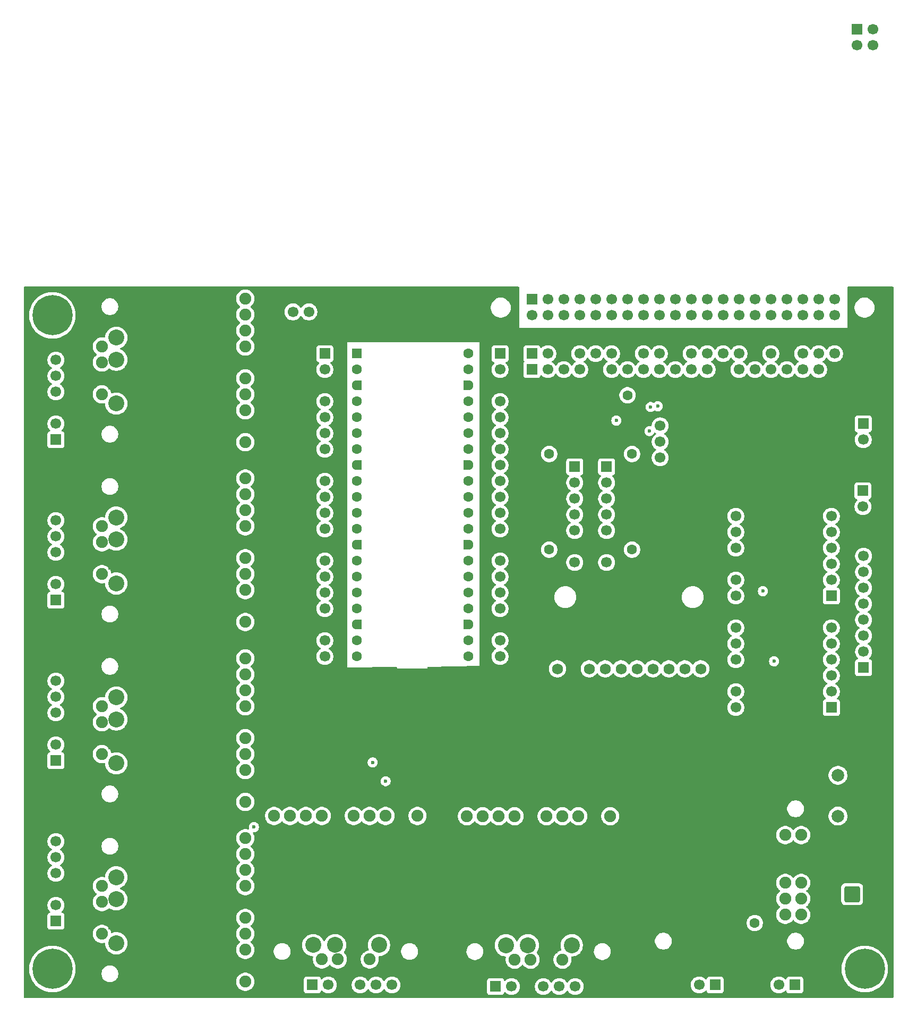
<source format=gbr>
%TF.GenerationSoftware,KiCad,Pcbnew,9.0.7*%
%TF.CreationDate,2026-02-16T00:15:14-05:00*%
%TF.ProjectId,ieee,69656565-2e6b-4696-9361-645f70636258,rev?*%
%TF.SameCoordinates,Original*%
%TF.FileFunction,Copper,L2,Inr*%
%TF.FilePolarity,Positive*%
%FSLAX46Y46*%
G04 Gerber Fmt 4.6, Leading zero omitted, Abs format (unit mm)*
G04 Created by KiCad (PCBNEW 9.0.7) date 2026-02-16 00:15:14*
%MOMM*%
%LPD*%
G01*
G04 APERTURE LIST*
G04 Aperture macros list*
%AMRoundRect*
0 Rectangle with rounded corners*
0 $1 Rounding radius*
0 $2 $3 $4 $5 $6 $7 $8 $9 X,Y pos of 4 corners*
0 Add a 4 corners polygon primitive as box body*
4,1,4,$2,$3,$4,$5,$6,$7,$8,$9,$2,$3,0*
0 Add four circle primitives for the rounded corners*
1,1,$1+$1,$2,$3*
1,1,$1+$1,$4,$5*
1,1,$1+$1,$6,$7*
1,1,$1+$1,$8,$9*
0 Add four rect primitives between the rounded corners*
20,1,$1+$1,$2,$3,$4,$5,0*
20,1,$1+$1,$4,$5,$6,$7,0*
20,1,$1+$1,$6,$7,$8,$9,0*
20,1,$1+$1,$8,$9,$2,$3,0*%
%AMFreePoly0*
4,1,37,0.603843,0.796157,0.639018,0.796157,0.711114,0.766294,0.766294,0.711114,0.796157,0.639018,0.796157,0.603843,0.800000,0.600000,0.800000,-0.600000,0.796157,-0.603843,0.796157,-0.639018,0.766294,-0.711114,0.711114,-0.766294,0.639018,-0.796157,0.603843,-0.796157,0.600000,-0.800000,0.000000,-0.800000,0.000000,-0.796148,-0.078414,-0.796148,-0.232228,-0.765552,-0.377117,-0.705537,
-0.507515,-0.618408,-0.618408,-0.507515,-0.705537,-0.377117,-0.765552,-0.232228,-0.796148,-0.078414,-0.796148,0.078414,-0.765552,0.232228,-0.705537,0.377117,-0.618408,0.507515,-0.507515,0.618408,-0.377117,0.705537,-0.232228,0.765552,-0.078414,0.796148,0.000000,0.796148,0.000000,0.800000,0.600000,0.800000,0.603843,0.796157,0.603843,0.796157,$1*%
%AMFreePoly1*
4,1,37,0.000000,0.796148,0.078414,0.796148,0.232228,0.765552,0.377117,0.705537,0.507515,0.618408,0.618408,0.507515,0.705537,0.377117,0.765552,0.232228,0.796148,0.078414,0.796148,-0.078414,0.765552,-0.232228,0.705537,-0.377117,0.618408,-0.507515,0.507515,-0.618408,0.377117,-0.705537,0.232228,-0.765552,0.078414,-0.796148,0.000000,-0.796148,0.000000,-0.800000,-0.600000,-0.800000,
-0.603843,-0.796157,-0.639018,-0.796157,-0.711114,-0.766294,-0.766294,-0.711114,-0.796157,-0.639018,-0.796157,-0.603843,-0.800000,-0.600000,-0.800000,0.600000,-0.796157,0.603843,-0.796157,0.639018,-0.766294,0.711114,-0.711114,0.766294,-0.639018,0.796157,-0.603843,0.796157,-0.600000,0.800000,0.000000,0.800000,0.000000,0.796148,0.000000,0.796148,$1*%
G04 Aperture macros list end*
%TA.AperFunction,ComponentPad*%
%ADD10C,6.400000*%
%TD*%
%TA.AperFunction,ComponentPad*%
%ADD11RoundRect,0.200000X-0.600000X-0.600000X0.600000X-0.600000X0.600000X0.600000X-0.600000X0.600000X0*%
%TD*%
%TA.AperFunction,ComponentPad*%
%ADD12C,1.600000*%
%TD*%
%TA.AperFunction,ComponentPad*%
%ADD13FreePoly0,0.000000*%
%TD*%
%TA.AperFunction,ComponentPad*%
%ADD14FreePoly1,0.000000*%
%TD*%
%TA.AperFunction,ComponentPad*%
%ADD15C,1.700000*%
%TD*%
%TA.AperFunction,ComponentPad*%
%ADD16R,1.700000X1.700000*%
%TD*%
%TA.AperFunction,ComponentPad*%
%ADD17C,1.750000*%
%TD*%
%TA.AperFunction,ComponentPad*%
%ADD18C,1.905000*%
%TD*%
%TA.AperFunction,ComponentPad*%
%ADD19R,1.905000X1.905000*%
%TD*%
%TA.AperFunction,ComponentPad*%
%ADD20C,2.540000*%
%TD*%
%TA.AperFunction,ComponentPad*%
%ADD21R,2.540000X2.540000*%
%TD*%
%TA.AperFunction,ComponentPad*%
%ADD22RoundRect,0.250000X1.000000X-1.000000X1.000000X1.000000X-1.000000X1.000000X-1.000000X-1.000000X0*%
%TD*%
%TA.AperFunction,ComponentPad*%
%ADD23C,2.500000*%
%TD*%
%TA.AperFunction,ComponentPad*%
%ADD24C,2.000000*%
%TD*%
%TA.AperFunction,ViaPad*%
%ADD25C,0.600000*%
%TD*%
G04 APERTURE END LIST*
D10*
%TO.N,unconnected-(H2-Pad1)*%
%TO.C,H2*%
X88900000Y-38100000D03*
%TD*%
%TO.N,unconnected-(H3-Pad1)*%
%TO.C,H3*%
X88900000Y-142240000D03*
%TD*%
D11*
%TO.N,/RPI_RX*%
%TO.C,A3*%
X137414000Y-44196000D03*
D12*
%TO.N,/RPI_TX*%
X137414000Y-46736000D03*
D13*
%TO.N,GND*%
X137414000Y-49276000D03*
D12*
%TO.N,/pico_subsystem/RR_PWM1*%
X137414000Y-51816000D03*
%TO.N,/pico_subsystem/RR_PWM2*%
X137414000Y-54356000D03*
%TO.N,/pico_subsystem/FR_PWM1*%
X137414000Y-56896000D03*
%TO.N,/pico_subsystem/FR_PWM2*%
X137414000Y-59436000D03*
D13*
%TO.N,GND*%
X137414000Y-61976000D03*
D12*
%TO.N,/pico_subsystem/RL_PWM1*%
X137414000Y-64516000D03*
%TO.N,/pico_subsystem/RL_PWM2*%
X137414000Y-67056000D03*
%TO.N,/pico_subsystem/FL_PWM1*%
X137414000Y-69596000D03*
%TO.N,/pico_subsystem/FL_PWM2*%
X137414000Y-72136000D03*
D13*
%TO.N,GND*%
X137414000Y-74676000D03*
D12*
%TO.N,/pico_subsystem/PICO_GPIO10*%
X137414000Y-77216000D03*
%TO.N,/pico_subsystem/PICO_GPIO11*%
X137414000Y-79756000D03*
%TO.N,/pico_subsystem/PICO_GPIO12*%
X137414000Y-82296000D03*
%TO.N,/pico_subsystem/PICO_GPIO13*%
X137414000Y-84836000D03*
D13*
%TO.N,GND*%
X137414000Y-87376000D03*
D12*
%TO.N,/pico_subsystem/PICO_GPIO14*%
X137414000Y-89916000D03*
%TO.N,/pico_subsystem/PICO_GPIO15*%
X137414000Y-92456000D03*
%TO.N,/pico_subsystem/PICO_GPIO16*%
X155194000Y-92456000D03*
%TO.N,/pico_subsystem/PICO_GPIO17*%
X155194000Y-89916000D03*
D14*
%TO.N,GND*%
X155194000Y-87376000D03*
D12*
%TO.N,/pico_subsystem/RR_ENCB*%
X155194000Y-84836000D03*
%TO.N,/pico_subsystem/RR_ENCA*%
X155194000Y-82296000D03*
%TO.N,/pico_subsystem/RL_ENCB*%
X155194000Y-79756000D03*
%TO.N,/pico_subsystem/RL_ENCA*%
X155194000Y-77216000D03*
D14*
%TO.N,GND*%
X155194000Y-74676000D03*
D12*
%TO.N,/pico_subsystem/FR_ENCB*%
X155194000Y-72136000D03*
%TO.N,/pico_subsystem/PICO_RUN*%
X155194000Y-69596000D03*
%TO.N,/pico_subsystem/FR_ENCA*%
X155194000Y-67056000D03*
%TO.N,/pico_subsystem/FL_ENCB*%
X155194000Y-64516000D03*
D14*
%TO.N,/pico_subsystem/PICO_AGND*%
X155194000Y-61976000D03*
D12*
%TO.N,/pico_subsystem/FL_ENCA*%
X155194000Y-59436000D03*
%TO.N,/pico_subsystem/PICO_VREF*%
X155194000Y-56896000D03*
%TO.N,/pico_subsystem/PICO_3V3*%
X155194000Y-54356000D03*
%TO.N,ENABLE*%
X155194000Y-51816000D03*
D14*
%TO.N,GND*%
X155194000Y-49276000D03*
D12*
%TO.N,+5V*%
X155194000Y-46736000D03*
%TO.N,/pico_subsystem/PICO_VBUS*%
X155194000Y-44196000D03*
%TD*%
D15*
%TO.N,N/C*%
%TO.C,A1*%
X219724000Y4925000D03*
X219724000Y7465000D03*
X217184000Y4925000D03*
D16*
X217184000Y7465000D03*
D15*
%TO.N,/RPI_GPIO21*%
X213614000Y-38100000D03*
%TO.N,GND*%
X213614000Y-35560000D03*
%TO.N,/RPI_GPIO20*%
X211074000Y-38100000D03*
%TO.N,/RPI_GPIO26*%
X211074000Y-35560000D03*
%TO.N,/RPI_GPIO16*%
X208534000Y-38100000D03*
%TO.N,/RPI_PWM3*%
X208534000Y-35560000D03*
%TO.N,GND*%
X205994000Y-38100000D03*
%TO.N,/RPI_PWM1*%
X205994000Y-35560000D03*
%TO.N,/RPI_PWM0*%
X203454000Y-38100000D03*
%TO.N,/RPI_GPIO6*%
X203454000Y-35560000D03*
%TO.N,GND*%
X200914000Y-38100000D03*
%TO.N,/RPI_GPIO5*%
X200914000Y-35560000D03*
%TO.N,/RPI_GPIO1*%
X198374000Y-38100000D03*
%TO.N,/RPI_GPIO0*%
X198374000Y-35560000D03*
%TO.N,/RPI_GPIO7*%
X195834000Y-38100000D03*
%TO.N,GND*%
X195834000Y-35560000D03*
%TO.N,/RPI_GPIO8*%
X193294000Y-38100000D03*
%TO.N,/RPI_GPIO11*%
X193294000Y-35560000D03*
%TO.N,/RPI_GPIO25*%
X190754000Y-38100000D03*
%TO.N,/RPI_GPIO9*%
X190754000Y-35560000D03*
%TO.N,GND*%
X188214000Y-38100000D03*
%TO.N,/RPI_GPIO10*%
X188214000Y-35560000D03*
%TO.N,/RPI_GPIO24*%
X185674000Y-38100000D03*
%TO.N,+3V3*%
X185674000Y-35560000D03*
%TO.N,/RPI_GPIO23*%
X183134000Y-38100000D03*
%TO.N,/RPI_GPIO22*%
X183134000Y-35560000D03*
%TO.N,GND*%
X180594000Y-38100000D03*
%TO.N,ENABLE*%
X180594000Y-35560000D03*
%TO.N,/RPI_PWM2*%
X178054000Y-38100000D03*
%TO.N,/RPI_GPIO17*%
X178054000Y-35560000D03*
%TO.N,/RPI_RX*%
X175514000Y-38100000D03*
%TO.N,GND*%
X175514000Y-35560000D03*
%TO.N,/RPI_TX*%
X172974000Y-38100000D03*
%TO.N,/RPI_GPIO4*%
X172974000Y-35560000D03*
%TO.N,GND*%
X170434000Y-38100000D03*
%TO.N,/RPI_SCL*%
X170434000Y-35560000D03*
%TO.N,+5V*%
X167894000Y-38100000D03*
%TO.N,/RPI_SDA*%
X167894000Y-35560000D03*
%TO.N,+5V*%
X165354000Y-38100000D03*
D16*
%TO.N,+3V3*%
X165354000Y-35560000D03*
%TD*%
D17*
%TO.N,unconnected-(A2-PS0-Pad10)*%
%TO.C,A2*%
X192278000Y-94411800D03*
%TO.N,unconnected-(A2-PS1-Pad9)*%
X189738000Y-94411800D03*
%TO.N,unconnected-(A2-RST-Pad8)*%
X187198000Y-94411800D03*
%TO.N,unconnected-(A2-INT-Pad7)*%
X184658000Y-94411800D03*
%TO.N,unconnected-(A2-CS-Pad6)*%
X182118000Y-94411800D03*
%TO.N,unconnected-(A2-AD0-Pad5)*%
X179578000Y-94411800D03*
%TO.N,/RPI_SDA*%
X177038000Y-94411800D03*
%TO.N,/RPI_SCL*%
X174498000Y-94411800D03*
%TO.N,GND*%
X171958000Y-94411800D03*
%TO.N,+3V3*%
X169418000Y-94411800D03*
%TD*%
D18*
%TO.N,unconnected-(U3-PG-Pad6)*%
%TO.C,U3*%
X205740000Y-133604000D03*
%TO.N,+5V*%
X208280000Y-120904000D03*
X205740000Y-120904000D03*
D19*
%TO.N,GND*%
X208280000Y-123444000D03*
X205740000Y-123444000D03*
X208280000Y-125984000D03*
X205740000Y-125984000D03*
D18*
%TO.N,+BATT*%
X208280000Y-128524000D03*
X205740000Y-128524000D03*
%TO.N,+12V*%
X208280000Y-131064000D03*
X205740000Y-131064000D03*
%TO.N,Net-(U3-EN)*%
X208280000Y-133604000D03*
%TD*%
%TO.N,+BATT*%
%TO.C,U7*%
X96789240Y-136652000D03*
D20*
X99075240Y-138135360D03*
D19*
%TO.N,GND*%
X96789240Y-134112000D03*
D21*
X99075240Y-134635240D03*
D18*
%TO.N,/pico_subsystem/FL_OUT2*%
X96789240Y-131572000D03*
D20*
X99075240Y-131135120D03*
D18*
%TO.N,/pico_subsystem/FL_OUT1*%
X96789240Y-129032000D03*
D20*
X99075240Y-127635000D03*
D18*
%TO.N,unconnected-(U7-DIAG-Pad10)*%
X119649240Y-121412000D03*
%TO.N,unconnected-(U7-OCM-Pad9)*%
X119649240Y-123952000D03*
%TO.N,/pico_subsystem/FL_PWM1*%
X119649240Y-126492000D03*
%TO.N,/pico_subsystem/FL_PWM2*%
X119649240Y-129032000D03*
%TO.N,GND*%
X119649240Y-131572000D03*
%TO.N,ENABLE*%
X119649240Y-134112000D03*
%TO.N,+5V*%
X119649240Y-136652000D03*
X119649240Y-139192000D03*
D19*
%TO.N,GND*%
X119649240Y-141732000D03*
D18*
%TO.N,unconnected-(U7-VM-Pad1)*%
X119649240Y-144272000D03*
%TD*%
%TO.N,+BATT*%
%TO.C,U8*%
X96789240Y-107992333D03*
D20*
X99075240Y-109475693D03*
D19*
%TO.N,GND*%
X96789240Y-105452333D03*
D21*
X99075240Y-105975573D03*
D18*
%TO.N,/pico_subsystem/RL_OUT2*%
X96789240Y-102912333D03*
D20*
X99075240Y-102475453D03*
D18*
%TO.N,/pico_subsystem/RL_OUT1*%
X96789240Y-100372333D03*
D20*
X99075240Y-98975333D03*
D18*
%TO.N,unconnected-(U8-DIAG-Pad10)*%
X119649240Y-92752333D03*
%TO.N,unconnected-(U8-OCM-Pad9)*%
X119649240Y-95292333D03*
%TO.N,/pico_subsystem/RL_PWM1*%
X119649240Y-97832333D03*
%TO.N,/pico_subsystem/RL_PWM2*%
X119649240Y-100372333D03*
%TO.N,GND*%
X119649240Y-102912333D03*
%TO.N,ENABLE*%
X119649240Y-105452333D03*
%TO.N,+5V*%
X119649240Y-107992333D03*
X119649240Y-110532333D03*
D19*
%TO.N,GND*%
X119649240Y-113072333D03*
D18*
%TO.N,unconnected-(U8-VM-Pad1)*%
X119649240Y-115612333D03*
%TD*%
%TO.N,+BATT*%
%TO.C,U9*%
X96789240Y-79332667D03*
D20*
X99075240Y-80816027D03*
D19*
%TO.N,GND*%
X96789240Y-76792667D03*
D21*
X99075240Y-77315907D03*
D18*
%TO.N,/pico_subsystem/FR_OUT2*%
X96789240Y-74252667D03*
D20*
X99075240Y-73815787D03*
D18*
%TO.N,/pico_subsystem/FR_OUT1*%
X96789240Y-71712667D03*
D20*
X99075240Y-70315667D03*
D18*
%TO.N,unconnected-(U9-DIAG-Pad10)*%
X119649240Y-64092667D03*
%TO.N,unconnected-(U9-OCM-Pad9)*%
X119649240Y-66632667D03*
%TO.N,/pico_subsystem/FR_PWM1*%
X119649240Y-69172667D03*
%TO.N,/pico_subsystem/FR_PWM2*%
X119649240Y-71712667D03*
%TO.N,GND*%
X119649240Y-74252667D03*
%TO.N,ENABLE*%
X119649240Y-76792667D03*
%TO.N,+5V*%
X119649240Y-79332667D03*
X119649240Y-81872667D03*
D19*
%TO.N,GND*%
X119649240Y-84412667D03*
D18*
%TO.N,unconnected-(U9-VM-Pad1)*%
X119649240Y-86952667D03*
%TD*%
%TO.N,+BATT*%
%TO.C,U10*%
X96789240Y-50673000D03*
D20*
X99075240Y-52156360D03*
D19*
%TO.N,GND*%
X96789240Y-48133000D03*
D21*
X99075240Y-48656240D03*
D18*
%TO.N,/pico_subsystem/RR_OUT2*%
X96789240Y-45593000D03*
D20*
X99075240Y-45156120D03*
D18*
%TO.N,/pico_subsystem/RR_OUT1*%
X96789240Y-43053000D03*
D20*
X99075240Y-41656000D03*
D18*
%TO.N,unconnected-(U10-DIAG-Pad10)*%
X119649240Y-35433000D03*
%TO.N,unconnected-(U10-OCM-Pad9)*%
X119649240Y-37973000D03*
%TO.N,/pico_subsystem/RR_PWM1*%
X119649240Y-40513000D03*
%TO.N,/pico_subsystem/RR_PWM2*%
X119649240Y-43053000D03*
%TO.N,GND*%
X119649240Y-45593000D03*
%TO.N,ENABLE*%
X119649240Y-48133000D03*
%TO.N,+5V*%
X119649240Y-50673000D03*
X119649240Y-53213000D03*
D19*
%TO.N,GND*%
X119649240Y-55753000D03*
D18*
%TO.N,unconnected-(U10-VM-Pad1)*%
X119649240Y-58293000D03*
%TD*%
%TO.N,+BATT*%
%TO.C,U13*%
X170220640Y-140741400D03*
D20*
X171704000Y-138455400D03*
D19*
%TO.N,GND*%
X167680640Y-140741400D03*
D21*
X168203880Y-138455400D03*
D18*
%TO.N,/manipulation/CORKSCREW_OUT2*%
X165140640Y-140741400D03*
D20*
X164703760Y-138455400D03*
D18*
%TO.N,/manipulation/CORKSCREW_OUT1*%
X162600640Y-140741400D03*
D20*
X161203640Y-138455400D03*
D18*
%TO.N,unconnected-(U13-DIAG-Pad10)*%
X154980640Y-117881400D03*
%TO.N,unconnected-(U13-OCM-Pad9)*%
X157520640Y-117881400D03*
%TO.N,/RPI_GPIO23*%
X160060640Y-117881400D03*
%TO.N,/RPI_GPIO22*%
X162600640Y-117881400D03*
%TO.N,GND*%
X165140640Y-117881400D03*
%TO.N,ENABLE*%
X167680640Y-117881400D03*
%TO.N,+5V*%
X170220640Y-117881400D03*
X172760640Y-117881400D03*
D19*
%TO.N,GND*%
X175300640Y-117881400D03*
D18*
%TO.N,unconnected-(U13-VM-Pad1)*%
X177840640Y-117881400D03*
%TD*%
%TO.N,+BATT*%
%TO.C,U14*%
X139486640Y-140716000D03*
D20*
X140970000Y-138430000D03*
D19*
%TO.N,GND*%
X136946640Y-140716000D03*
D21*
X137469880Y-138430000D03*
D18*
%TO.N,/manipulation/CRANK_OUT2*%
X134406640Y-140716000D03*
D20*
X133969760Y-138430000D03*
D18*
%TO.N,/manipulation/CRANK_OUT1*%
X131866640Y-140716000D03*
D20*
X130469640Y-138430000D03*
D18*
%TO.N,unconnected-(U14-DIAG-Pad10)*%
X124246640Y-117856000D03*
%TO.N,unconnected-(U14-OCM-Pad9)*%
X126786640Y-117856000D03*
%TO.N,/manipulation/CRANK_PWM1*%
X129326640Y-117856000D03*
%TO.N,/manipulation/CRANK_PWM2*%
X131866640Y-117856000D03*
%TO.N,GND*%
X134406640Y-117856000D03*
%TO.N,ENABLE*%
X136946640Y-117856000D03*
%TO.N,+5V*%
X139486640Y-117856000D03*
X142026640Y-117856000D03*
D19*
%TO.N,GND*%
X144566640Y-117856000D03*
D18*
%TO.N,unconnected-(U14-VM-Pad1)*%
X147106640Y-117856000D03*
%TD*%
D16*
%TO.N,GND*%
%TO.C,U5*%
X132334000Y-37541200D03*
D15*
%TO.N,/pico_subsystem/PICO_3V3*%
X129794000Y-37541200D03*
%TO.N,/pico_subsystem/PICO_GPIO10*%
X127254000Y-37541200D03*
%TD*%
D16*
%TO.N,/pico_subsystem/FL_OUT2*%
%TO.C,M1*%
X89448640Y-134620000D03*
D15*
%TO.N,/pico_subsystem/FL_OUT1*%
X89448640Y-132080000D03*
%TO.N,GND*%
X89448640Y-129540000D03*
%TO.N,+5V*%
X89448640Y-127000000D03*
%TO.N,/pico_subsystem/FL_ENCA_5V*%
X89448640Y-124460000D03*
%TO.N,/pico_subsystem/FL_ENCB_5V*%
X89448640Y-121920000D03*
%TD*%
D16*
%TO.N,/RPI_GPIO4*%
%TO.C,U4*%
X177262000Y-62230000D03*
D15*
%TO.N,Net-(U2-\u002AINT1)*%
X177262000Y-64770000D03*
%TO.N,Net-(U2-SD1)*%
X177262000Y-67310000D03*
%TO.N,Net-(U2-SC1)*%
X177262000Y-69850000D03*
%TO.N,unconnected-(U4-3V3-Pad5)*%
X177262000Y-72390000D03*
%TO.N,GND*%
X177262000Y-74930000D03*
%TO.N,+5V*%
X177262000Y-77470000D03*
%TD*%
D16*
%TO.N,/RPI_PWM0*%
%TO.C,S1*%
X194564000Y-144780000D03*
D15*
%TO.N,+5V*%
X192024000Y-144780000D03*
%TO.N,GND*%
X189484000Y-144780000D03*
%TD*%
D22*
%TO.N,+BATT*%
%TO.C,J1*%
X216408000Y-130332400D03*
D23*
%TO.N,GND*%
X216408000Y-125252400D03*
%TD*%
D16*
%TO.N,/pico_subsystem/FR_OUT2*%
%TO.C,M3*%
X89448640Y-83481333D03*
D15*
%TO.N,/pico_subsystem/FR_OUT1*%
X89448640Y-80941333D03*
%TO.N,GND*%
X89448640Y-78401333D03*
%TO.N,+5V*%
X89448640Y-75861333D03*
%TO.N,/pico_subsystem/FR_ENCA_5V*%
X89448640Y-73321333D03*
%TO.N,/pico_subsystem/FR_ENCB_5V*%
X89448640Y-70781333D03*
%TD*%
D16*
%TO.N,+5V*%
%TO.C,J3*%
X165354000Y-44196000D03*
D15*
X167894000Y-44196000D03*
%TO.N,GND*%
X170434000Y-44196000D03*
%TO.N,/RPI_TX*%
X172974000Y-44196000D03*
%TO.N,/RPI_RX*%
X175514000Y-44196000D03*
%TO.N,/RPI_PWM2*%
X178054000Y-44196000D03*
%TO.N,GND*%
X180594000Y-44196000D03*
%TO.N,/RPI_GPIO23*%
X183134000Y-44196000D03*
%TO.N,/RPI_GPIO24*%
X185674000Y-44196000D03*
%TO.N,GND*%
X188214000Y-44196000D03*
%TO.N,/RPI_GPIO25*%
X190754000Y-44196000D03*
%TO.N,/RPI_GPIO8*%
X193294000Y-44196000D03*
%TO.N,/RPI_GPIO7*%
X195834000Y-44196000D03*
%TO.N,/RPI_GPIO1*%
X198374000Y-44196000D03*
%TO.N,GND*%
X200914000Y-44196000D03*
%TO.N,/RPI_PWM0*%
X203454000Y-44196000D03*
%TO.N,GND*%
X205994000Y-44196000D03*
%TO.N,/RPI_GPIO16*%
X208534000Y-44196000D03*
%TO.N,/RPI_GPIO20*%
X211074000Y-44196000D03*
%TO.N,/RPI_GPIO21*%
X213614000Y-44196000D03*
%TD*%
D16*
%TO.N,/RPI_PWM2*%
%TO.C,S3*%
X218135200Y-66040000D03*
D15*
%TO.N,+5V*%
X218135200Y-68580000D03*
%TO.N,GND*%
X218135200Y-71120000D03*
%TD*%
D16*
%TO.N,/pico_subsystem/RL_OUT2*%
%TO.C,M2*%
X89448640Y-109050667D03*
D15*
%TO.N,/pico_subsystem/RL_OUT1*%
X89448640Y-106510667D03*
%TO.N,GND*%
X89448640Y-103970667D03*
%TO.N,+5V*%
X89448640Y-101430667D03*
%TO.N,/pico_subsystem/RL_ENCA_5V*%
X89448640Y-98890667D03*
%TO.N,/pico_subsystem/RL_ENCB_5V*%
X89448640Y-96350667D03*
%TD*%
D10*
%TO.N,unconnected-(H1-Pad1)*%
%TO.C,H1*%
X218440000Y-142240000D03*
%TD*%
D16*
%TO.N,ENABLE*%
%TO.C,U12*%
X213106000Y-82804000D03*
D15*
%TO.N,/manipulation/F3_OUT1*%
X213106000Y-80264000D03*
%TO.N,/manipulation/F3_OUT2*%
X213106000Y-77724000D03*
%TO.N,/manipulation/F4_OUT1*%
X213106000Y-75184000D03*
%TO.N,/manipulation/F4_OUT2*%
X213106000Y-72644000D03*
%TO.N,unconnected-(U12-FAULT-Pad6)*%
X213106000Y-70104000D03*
%TO.N,/RPI_GPIO8*%
X197866000Y-70104000D03*
%TO.N,/RPI_GPIO11*%
X197866000Y-72644000D03*
%TO.N,+5V*%
X197866000Y-75184000D03*
%TO.N,GND*%
X197866000Y-77724000D03*
%TO.N,/RPI_GPIO9*%
X197866000Y-80264000D03*
%TO.N,/RPI_GPIO10*%
X197866000Y-82804000D03*
%TD*%
D24*
%TO.N,/RPI_GPIO21*%
%TO.C,SW1*%
X214158000Y-117880200D03*
X214158000Y-111380200D03*
%TO.N,GND*%
X218658000Y-117880200D03*
X218658000Y-111380200D03*
%TD*%
D16*
%TO.N,ENABLE*%
%TO.C,U11*%
X213106000Y-100584000D03*
D15*
%TO.N,/manipulation/F1_OUT1*%
X213106000Y-98044000D03*
%TO.N,/manipulation/F1_OUT2*%
X213106000Y-95504000D03*
%TO.N,/manipulation/F2_OUT1*%
X213106000Y-92964000D03*
%TO.N,/manipulation/F2_OUT2*%
X213106000Y-90424000D03*
%TO.N,unconnected-(U11-FAULT-Pad6)*%
X213106000Y-87884000D03*
%TO.N,/RPI_GPIO5*%
X197866000Y-87884000D03*
%TO.N,/RPI_GPIO6*%
X197866000Y-90424000D03*
%TO.N,+5V*%
X197866000Y-92964000D03*
%TO.N,GND*%
X197866000Y-95504000D03*
%TO.N,/RPI_GPIO16*%
X197866000Y-98044000D03*
%TO.N,/RPI_GPIO26*%
X197866000Y-100584000D03*
%TD*%
D16*
%TO.N,/pico_subsystem/PICO_VBUS*%
%TO.C,J6*%
X160274000Y-44196000D03*
D15*
%TO.N,+5V*%
X160274000Y-46736000D03*
%TO.N,GND*%
X160274000Y-49276000D03*
%TO.N,ENABLE*%
X160274000Y-51816000D03*
%TO.N,/pico_subsystem/PICO_3V3*%
X160274000Y-54356000D03*
%TO.N,/pico_subsystem/PICO_VREF*%
X160274000Y-56896000D03*
%TO.N,/pico_subsystem/FL_ENCA*%
X160274000Y-59436000D03*
%TO.N,/pico_subsystem/PICO_AGND*%
X160274000Y-61976000D03*
%TO.N,/pico_subsystem/FL_ENCB*%
X160274000Y-64516000D03*
%TO.N,/pico_subsystem/FR_ENCA*%
X160274000Y-67056000D03*
%TO.N,/pico_subsystem/PICO_RUN*%
X160274000Y-69596000D03*
%TO.N,/pico_subsystem/FR_ENCB*%
X160274000Y-72136000D03*
%TO.N,GND*%
X160274000Y-74676000D03*
%TO.N,/pico_subsystem/RL_ENCA*%
X160274000Y-77216000D03*
%TO.N,/pico_subsystem/RL_ENCB*%
X160274000Y-79756000D03*
%TO.N,/pico_subsystem/RR_ENCA*%
X160274000Y-82296000D03*
%TO.N,/pico_subsystem/RR_ENCB*%
X160274000Y-84836000D03*
%TO.N,GND*%
X160274000Y-87376000D03*
%TO.N,/pico_subsystem/PICO_GPIO17*%
X160274000Y-89916000D03*
%TO.N,/pico_subsystem/PICO_GPIO16*%
X160274000Y-92456000D03*
%TD*%
D12*
%TO.N,GND*%
%TO.C,R3*%
X200891000Y-119675000D03*
%TO.N,Net-(U3-EN)*%
X200891000Y-134915000D03*
%TD*%
D16*
%TO.N,GND*%
%TO.C,J4*%
X185796400Y-63322200D03*
D15*
%TO.N,+5V*%
X185796400Y-60782200D03*
%TO.N,/RPI_SDA*%
X185796400Y-58242200D03*
%TO.N,/RPI_SCL*%
X185796400Y-55702200D03*
%TD*%
D16*
%TO.N,+3V3*%
%TO.C,J2*%
X165354000Y-46736000D03*
D15*
%TO.N,/RPI_SDA*%
X167894000Y-46736000D03*
%TO.N,/RPI_SCL*%
X170434000Y-46736000D03*
%TO.N,/RPI_GPIO4*%
X172974000Y-46736000D03*
%TO.N,GND*%
X175514000Y-46736000D03*
%TO.N,/RPI_GPIO17*%
X178054000Y-46736000D03*
%TO.N,ENABLE*%
X180594000Y-46736000D03*
%TO.N,/RPI_GPIO22*%
X183134000Y-46736000D03*
%TO.N,+3V3*%
X185674000Y-46736000D03*
%TO.N,/RPI_GPIO10*%
X188214000Y-46736000D03*
%TO.N,/RPI_GPIO9*%
X190754000Y-46736000D03*
%TO.N,/RPI_GPIO11*%
X193294000Y-46736000D03*
%TO.N,GND*%
X195834000Y-46736000D03*
%TO.N,/RPI_GPIO0*%
X198374000Y-46736000D03*
%TO.N,/RPI_GPIO5*%
X200914000Y-46736000D03*
%TO.N,/RPI_GPIO6*%
X203454000Y-46736000D03*
%TO.N,/RPI_PWM1*%
X205994000Y-46736000D03*
%TO.N,/RPI_PWM3*%
X208534000Y-46736000D03*
%TO.N,/RPI_GPIO26*%
X211074000Y-46736000D03*
%TO.N,GND*%
X213614000Y-46736000D03*
%TD*%
D16*
%TO.N,/RPI_GPIO4*%
%TO.C,U1*%
X172182000Y-62230000D03*
D15*
%TO.N,Net-(U1-INT)*%
X172182000Y-64770000D03*
%TO.N,Net-(U1-SDA)*%
X172182000Y-67310000D03*
%TO.N,Net-(U1-SCL)*%
X172182000Y-69850000D03*
%TO.N,unconnected-(U1-3V3-Pad5)*%
X172182000Y-72390000D03*
%TO.N,GND*%
X172182000Y-74930000D03*
%TO.N,+5V*%
X172182000Y-77470000D03*
%TD*%
D12*
%TO.N,ENABLE*%
%TO.C,R1*%
X180594000Y-50825400D03*
%TO.N,GND*%
X195834000Y-50825400D03*
%TD*%
D16*
%TO.N,/manipulation/CORKSCREW_OUT1*%
%TO.C,M6*%
X159552640Y-145034000D03*
D15*
%TO.N,/manipulation/CORKSCREW_OUT2*%
X162092640Y-145034000D03*
%TO.N,GND*%
X164632640Y-145034000D03*
%TO.N,+5V*%
X167172640Y-145034000D03*
%TO.N,unconnected-(M6-ENCA-Pad5)*%
X169712640Y-145034000D03*
%TO.N,unconnected-(M6-ENCB-Pad6)*%
X172252640Y-145034000D03*
%TD*%
D16*
%TO.N,/manipulation/F1_OUT1*%
%TO.C,M5*%
X218236800Y-94234000D03*
D15*
%TO.N,/manipulation/F1_OUT2*%
X218236800Y-91694000D03*
%TO.N,/manipulation/F2_OUT1*%
X218236800Y-89154000D03*
%TO.N,/manipulation/F2_OUT2*%
X218236800Y-86614000D03*
%TO.N,/manipulation/F3_OUT1*%
X218236800Y-84074000D03*
%TO.N,/manipulation/F3_OUT2*%
X218236800Y-81534000D03*
%TO.N,/manipulation/F4_OUT1*%
X218236800Y-78994000D03*
%TO.N,/manipulation/F4_OUT2*%
X218236800Y-76454000D03*
%TD*%
D16*
%TO.N,/RPI_PWM3*%
%TO.C,S4*%
X218186000Y-55372000D03*
D15*
%TO.N,+5V*%
X218186000Y-57912000D03*
%TO.N,GND*%
X218186000Y-60452000D03*
%TD*%
D12*
%TO.N,+5V*%
%TO.C,R2*%
X168118000Y-75438000D03*
%TO.N,Net-(U1-INT)*%
X168118000Y-60198000D03*
%TD*%
D16*
%TO.N,/manipulation/CRANK_OUT1*%
%TO.C,M7*%
X130342640Y-144780000D03*
D15*
%TO.N,/manipulation/CRANK_OUT2*%
X132882640Y-144780000D03*
%TO.N,GND*%
X135422640Y-144780000D03*
%TO.N,+5V*%
X137962640Y-144780000D03*
%TO.N,unconnected-(M7-ENCA-Pad5)*%
X140502640Y-144780000D03*
%TO.N,unconnected-(M7-ENCB-Pad6)*%
X143042640Y-144780000D03*
%TD*%
D16*
%TO.N,/RPI_RX*%
%TO.C,J5*%
X132334000Y-44196000D03*
D15*
%TO.N,/RPI_TX*%
X132334000Y-46736000D03*
%TO.N,GND*%
X132334000Y-49276000D03*
%TO.N,/pico_subsystem/RR_PWM1*%
X132334000Y-51816000D03*
%TO.N,/pico_subsystem/RR_PWM2*%
X132334000Y-54356000D03*
%TO.N,/pico_subsystem/FR_PWM1*%
X132334000Y-56896000D03*
%TO.N,/pico_subsystem/FR_PWM2*%
X132334000Y-59436000D03*
%TO.N,GND*%
X132334000Y-61976000D03*
%TO.N,/pico_subsystem/RL_PWM1*%
X132334000Y-64516000D03*
%TO.N,/pico_subsystem/RL_PWM2*%
X132334000Y-67056000D03*
%TO.N,/pico_subsystem/FL_PWM1*%
X132334000Y-69596000D03*
%TO.N,/pico_subsystem/FL_PWM2*%
X132334000Y-72136000D03*
%TO.N,GND*%
X132334000Y-74676000D03*
%TO.N,/pico_subsystem/PICO_GPIO10*%
X132334000Y-77216000D03*
%TO.N,/pico_subsystem/PICO_GPIO11*%
X132334000Y-79756000D03*
%TO.N,/pico_subsystem/PICO_GPIO12*%
X132334000Y-82296000D03*
%TO.N,/pico_subsystem/PICO_GPIO13*%
X132334000Y-84836000D03*
%TO.N,GND*%
X132334000Y-87376000D03*
%TO.N,/pico_subsystem/PICO_GPIO14*%
X132334000Y-89916000D03*
%TO.N,/pico_subsystem/PICO_GPIO15*%
X132334000Y-92456000D03*
%TD*%
D16*
%TO.N,/RPI_PWM1*%
%TO.C,S2*%
X207264000Y-144780000D03*
D15*
%TO.N,+5V*%
X204724000Y-144780000D03*
%TO.N,GND*%
X202184000Y-144780000D03*
%TD*%
D16*
%TO.N,/pico_subsystem/RR_OUT2*%
%TO.C,M4*%
X89448640Y-57912000D03*
D15*
%TO.N,/pico_subsystem/RR_OUT1*%
X89448640Y-55372000D03*
%TO.N,GND*%
X89448640Y-52832000D03*
%TO.N,+5V*%
X89448640Y-50292000D03*
%TO.N,/pico_subsystem/RR_ENCA_5V*%
X89448640Y-47752000D03*
%TO.N,/pico_subsystem/RR_ENCB_5V*%
X89448640Y-45212000D03*
%TD*%
D12*
%TO.N,Net-(U2-\u002AINT1)*%
%TO.C,R4*%
X181326000Y-60198000D03*
%TO.N,+5V*%
X181326000Y-75438000D03*
%TD*%
D25*
%TO.N,/RPI_SDA*%
X184084458Y-56530258D03*
%TO.N,/RPI_GPIO22*%
X185420000Y-52578000D03*
%TO.N,/RPI_GPIO23*%
X184272665Y-52700665D03*
%TO.N,/RPI_PWM0*%
X202184000Y-82042000D03*
%TO.N,/RPI_PWM1*%
X203962000Y-93218000D03*
%TO.N,GND*%
X161798000Y-41402000D03*
X145542000Y-107696000D03*
%TO.N,+5V*%
X142036800Y-112318800D03*
%TO.N,GND*%
X153670000Y-108865500D03*
%TO.N,+5V*%
X139954000Y-109320500D03*
%TO.N,GND*%
X139954000Y-107595500D03*
X178248000Y-50430980D03*
%TO.N,/RPI_GPIO17*%
X178816000Y-54864000D03*
%TO.N,GND*%
X152019000Y-97663000D03*
X152019000Y-96393000D03*
X172023000Y-59436000D03*
X141097000Y-96393000D03*
%TO.N,ENABLE*%
X121031000Y-119634000D03*
%TO.N,GND*%
X214122000Y-49377600D03*
X170480200Y-52324000D03*
X170480200Y-51054000D03*
X208026000Y-49377600D03*
X215646000Y-49377600D03*
X206502000Y-49377600D03*
%TD*%
%TA.AperFunction,Conductor*%
%TO.N,GND*%
G36*
X163265039Y-33540185D02*
G01*
X163310794Y-33592989D01*
X163322000Y-33644500D01*
X163322000Y-40132000D01*
X215646000Y-40132000D01*
X215646000Y-36744038D01*
X216783500Y-36744038D01*
X216783500Y-36995962D01*
X216787749Y-37022788D01*
X216822910Y-37244785D01*
X216900760Y-37484383D01*
X217015132Y-37708848D01*
X217163201Y-37912649D01*
X217163205Y-37912654D01*
X217341345Y-38090794D01*
X217341350Y-38090798D01*
X217477146Y-38189459D01*
X217545155Y-38238870D01*
X217688184Y-38311747D01*
X217769616Y-38353239D01*
X217769618Y-38353239D01*
X217769621Y-38353241D01*
X218009215Y-38431090D01*
X218258038Y-38470500D01*
X218258039Y-38470500D01*
X218509961Y-38470500D01*
X218509962Y-38470500D01*
X218758785Y-38431090D01*
X218998379Y-38353241D01*
X219222845Y-38238870D01*
X219426656Y-38090793D01*
X219604793Y-37912656D01*
X219752870Y-37708845D01*
X219867241Y-37484379D01*
X219945090Y-37244785D01*
X219984500Y-36995962D01*
X219984500Y-36744038D01*
X219945090Y-36495215D01*
X219867241Y-36255621D01*
X219867239Y-36255618D01*
X219867239Y-36255616D01*
X219825747Y-36174184D01*
X219752870Y-36031155D01*
X219652463Y-35892956D01*
X219604798Y-35827350D01*
X219604794Y-35827345D01*
X219426654Y-35649205D01*
X219426649Y-35649201D01*
X219222848Y-35501132D01*
X219222847Y-35501131D01*
X219222845Y-35501130D01*
X219086591Y-35431705D01*
X218998383Y-35386760D01*
X218758785Y-35308910D01*
X218509962Y-35269500D01*
X218258038Y-35269500D01*
X218133626Y-35289205D01*
X218009214Y-35308910D01*
X217769616Y-35386760D01*
X217545151Y-35501132D01*
X217341350Y-35649201D01*
X217341345Y-35649205D01*
X217163205Y-35827345D01*
X217163201Y-35827350D01*
X217015132Y-36031151D01*
X216900760Y-36255616D01*
X216822910Y-36495214D01*
X216799965Y-36640081D01*
X216783500Y-36744038D01*
X215646000Y-36744038D01*
X215646000Y-33644500D01*
X215665685Y-33577461D01*
X215718489Y-33531706D01*
X215770000Y-33520500D01*
X222895500Y-33520500D01*
X222962539Y-33540185D01*
X223008294Y-33592989D01*
X223019500Y-33644500D01*
X223019500Y-146695500D01*
X222999815Y-146762539D01*
X222947011Y-146808294D01*
X222895500Y-146819500D01*
X84444500Y-146819500D01*
X84377461Y-146799815D01*
X84331706Y-146747011D01*
X84320500Y-146695500D01*
X84320500Y-142058209D01*
X85199500Y-142058209D01*
X85199500Y-142421790D01*
X85235137Y-142783630D01*
X85306064Y-143140212D01*
X85306067Y-143140223D01*
X85411614Y-143488165D01*
X85420850Y-143510462D01*
X85548684Y-143819082D01*
X85550754Y-143824078D01*
X85550756Y-143824083D01*
X85722140Y-144144720D01*
X85722151Y-144144738D01*
X85924140Y-144447035D01*
X85924150Y-144447049D01*
X86154807Y-144728106D01*
X86411893Y-144985192D01*
X86411898Y-144985196D01*
X86411899Y-144985197D01*
X86692956Y-145215854D01*
X86995268Y-145417853D01*
X86995277Y-145417858D01*
X86995279Y-145417859D01*
X87315916Y-145589243D01*
X87315918Y-145589243D01*
X87315924Y-145589247D01*
X87651836Y-145728386D01*
X87999767Y-145833930D01*
X87999773Y-145833931D01*
X87999776Y-145833932D01*
X87999787Y-145833935D01*
X88356369Y-145904862D01*
X88718206Y-145940500D01*
X88718209Y-145940500D01*
X89081791Y-145940500D01*
X89081794Y-145940500D01*
X89443631Y-145904862D01*
X89513045Y-145891054D01*
X89800212Y-145833935D01*
X89800223Y-145833932D01*
X89800223Y-145833931D01*
X89800233Y-145833930D01*
X90148164Y-145728386D01*
X90484076Y-145589247D01*
X90804732Y-145417853D01*
X91107044Y-145215854D01*
X91388101Y-144985197D01*
X91645197Y-144728101D01*
X91875854Y-144447044D01*
X92077853Y-144144732D01*
X92249247Y-143824076D01*
X92388386Y-143488164D01*
X92493930Y-143140233D01*
X92493932Y-143140223D01*
X92493935Y-143140212D01*
X92542411Y-142896500D01*
X96718740Y-142896500D01*
X96718740Y-143107500D01*
X96727644Y-143163714D01*
X96751748Y-143315902D01*
X96751748Y-143315905D01*
X96816948Y-143516570D01*
X96845423Y-143572454D01*
X96912742Y-143704575D01*
X97036764Y-143875277D01*
X97185963Y-144024476D01*
X97356665Y-144148498D01*
X97436353Y-144189101D01*
X97544669Y-144244291D01*
X97745335Y-144309491D01*
X97745336Y-144309491D01*
X97745339Y-144309492D01*
X97953740Y-144342500D01*
X97953741Y-144342500D01*
X98164739Y-144342500D01*
X98164740Y-144342500D01*
X98373141Y-144309492D01*
X98373144Y-144309491D01*
X98373145Y-144309491D01*
X98573810Y-144244291D01*
X98573810Y-144244290D01*
X98573813Y-144244290D01*
X98743861Y-144157646D01*
X118196240Y-144157646D01*
X118196240Y-144386354D01*
X118205853Y-144447049D01*
X118232018Y-144612246D01*
X118232018Y-144612249D01*
X118302690Y-144829755D01*
X118381892Y-144985197D01*
X118406523Y-145033538D01*
X118540954Y-145218566D01*
X118702674Y-145380286D01*
X118887702Y-145514717D01*
X119091482Y-145618548D01*
X119091484Y-145618549D01*
X119308991Y-145689221D01*
X119308992Y-145689221D01*
X119308995Y-145689222D01*
X119534886Y-145725000D01*
X119534887Y-145725000D01*
X119763593Y-145725000D01*
X119763594Y-145725000D01*
X119989485Y-145689222D01*
X119989488Y-145689221D01*
X119989489Y-145689221D01*
X120206995Y-145618549D01*
X120206995Y-145618548D01*
X120206998Y-145618548D01*
X120410778Y-145514717D01*
X120595806Y-145380286D01*
X120757526Y-145218566D01*
X120891957Y-145033538D01*
X120995788Y-144829758D01*
X121032179Y-144717757D01*
X121066461Y-144612249D01*
X121066461Y-144612248D01*
X121066462Y-144612245D01*
X121102240Y-144386354D01*
X121102240Y-144157646D01*
X121066462Y-143931755D01*
X121066460Y-143931751D01*
X121066460Y-143931746D01*
X121061709Y-143917123D01*
X121050341Y-143882135D01*
X128992140Y-143882135D01*
X128992140Y-145677870D01*
X128992141Y-145677876D01*
X128998548Y-145737483D01*
X129048842Y-145872328D01*
X129048846Y-145872335D01*
X129135092Y-145987544D01*
X129135095Y-145987547D01*
X129250304Y-146073793D01*
X129250311Y-146073797D01*
X129385157Y-146124091D01*
X129385156Y-146124091D01*
X129392084Y-146124835D01*
X129444767Y-146130500D01*
X131240512Y-146130499D01*
X131300123Y-146124091D01*
X131434971Y-146073796D01*
X131550186Y-145987546D01*
X131636436Y-145872331D01*
X131685450Y-145740916D01*
X131727321Y-145684984D01*
X131792785Y-145660566D01*
X131861058Y-145675417D01*
X131889313Y-145696569D01*
X132002853Y-145810109D01*
X132174819Y-145935048D01*
X132174821Y-145935049D01*
X132174824Y-145935051D01*
X132364228Y-146031557D01*
X132566397Y-146097246D01*
X132776353Y-146130500D01*
X132776354Y-146130500D01*
X132988926Y-146130500D01*
X132988927Y-146130500D01*
X133198883Y-146097246D01*
X133401052Y-146031557D01*
X133590456Y-145935051D01*
X133676778Y-145872335D01*
X133762426Y-145810109D01*
X133762428Y-145810106D01*
X133762432Y-145810104D01*
X133912744Y-145659792D01*
X133912746Y-145659788D01*
X133912749Y-145659786D01*
X134037688Y-145487820D01*
X134037687Y-145487820D01*
X134037691Y-145487816D01*
X134134197Y-145298412D01*
X134199886Y-145096243D01*
X134233140Y-144886287D01*
X134233140Y-144673713D01*
X136612140Y-144673713D01*
X136612140Y-144886287D01*
X136645394Y-145096243D01*
X136685139Y-145218566D01*
X136711084Y-145298414D01*
X136807591Y-145487820D01*
X136932530Y-145659786D01*
X137082853Y-145810109D01*
X137254819Y-145935048D01*
X137254821Y-145935049D01*
X137254824Y-145935051D01*
X137444228Y-146031557D01*
X137646397Y-146097246D01*
X137856353Y-146130500D01*
X137856354Y-146130500D01*
X138068926Y-146130500D01*
X138068927Y-146130500D01*
X138278883Y-146097246D01*
X138481052Y-146031557D01*
X138670456Y-145935051D01*
X138756778Y-145872335D01*
X138842426Y-145810109D01*
X138842428Y-145810106D01*
X138842432Y-145810104D01*
X138992744Y-145659792D01*
X138992746Y-145659788D01*
X138992749Y-145659786D01*
X139117688Y-145487820D01*
X139117687Y-145487820D01*
X139117691Y-145487816D01*
X139122154Y-145479054D01*
X139170128Y-145428259D01*
X139237948Y-145411463D01*
X139304084Y-145433999D01*
X139343126Y-145479056D01*
X139347591Y-145487820D01*
X139472530Y-145659786D01*
X139622853Y-145810109D01*
X139794819Y-145935048D01*
X139794821Y-145935049D01*
X139794824Y-145935051D01*
X139984228Y-146031557D01*
X140186397Y-146097246D01*
X140396353Y-146130500D01*
X140396354Y-146130500D01*
X140608926Y-146130500D01*
X140608927Y-146130500D01*
X140818883Y-146097246D01*
X141021052Y-146031557D01*
X141210456Y-145935051D01*
X141296778Y-145872335D01*
X141382426Y-145810109D01*
X141382428Y-145810106D01*
X141382432Y-145810104D01*
X141532744Y-145659792D01*
X141532746Y-145659788D01*
X141532749Y-145659786D01*
X141657688Y-145487820D01*
X141657687Y-145487820D01*
X141657691Y-145487816D01*
X141662154Y-145479054D01*
X141710128Y-145428259D01*
X141777948Y-145411463D01*
X141844084Y-145433999D01*
X141883126Y-145479056D01*
X141887591Y-145487820D01*
X142012530Y-145659786D01*
X142162853Y-145810109D01*
X142334819Y-145935048D01*
X142334821Y-145935049D01*
X142334824Y-145935051D01*
X142524228Y-146031557D01*
X142726397Y-146097246D01*
X142936353Y-146130500D01*
X142936354Y-146130500D01*
X143148926Y-146130500D01*
X143148927Y-146130500D01*
X143358883Y-146097246D01*
X143561052Y-146031557D01*
X143750456Y-145935051D01*
X143836778Y-145872335D01*
X143922426Y-145810109D01*
X143922428Y-145810106D01*
X143922432Y-145810104D01*
X144072744Y-145659792D01*
X144072746Y-145659788D01*
X144072749Y-145659786D01*
X144197688Y-145487820D01*
X144197687Y-145487820D01*
X144197691Y-145487816D01*
X144294197Y-145298412D01*
X144359886Y-145096243D01*
X144393140Y-144886287D01*
X144393140Y-144673713D01*
X144359886Y-144463757D01*
X144294197Y-144261588D01*
X144230276Y-144136135D01*
X158202140Y-144136135D01*
X158202140Y-145931870D01*
X158202141Y-145931876D01*
X158208548Y-145991483D01*
X158258842Y-146126328D01*
X158258846Y-146126335D01*
X158345092Y-146241544D01*
X158345095Y-146241547D01*
X158460304Y-146327793D01*
X158460311Y-146327797D01*
X158595157Y-146378091D01*
X158595156Y-146378091D01*
X158602084Y-146378835D01*
X158654767Y-146384500D01*
X160450512Y-146384499D01*
X160510123Y-146378091D01*
X160644971Y-146327796D01*
X160760186Y-146241546D01*
X160846436Y-146126331D01*
X160895450Y-145994916D01*
X160937321Y-145938984D01*
X161002785Y-145914566D01*
X161071058Y-145929417D01*
X161099313Y-145950569D01*
X161212853Y-146064109D01*
X161384819Y-146189048D01*
X161384821Y-146189049D01*
X161384824Y-146189051D01*
X161574228Y-146285557D01*
X161776397Y-146351246D01*
X161986353Y-146384500D01*
X161986354Y-146384500D01*
X162198926Y-146384500D01*
X162198927Y-146384500D01*
X162408883Y-146351246D01*
X162611052Y-146285557D01*
X162800456Y-146189051D01*
X162881045Y-146130500D01*
X162972426Y-146064109D01*
X162972428Y-146064106D01*
X162972432Y-146064104D01*
X163122744Y-145913792D01*
X163122746Y-145913788D01*
X163122749Y-145913786D01*
X163247688Y-145741820D01*
X163247687Y-145741820D01*
X163247691Y-145741816D01*
X163344197Y-145552412D01*
X163409886Y-145350243D01*
X163443140Y-145140287D01*
X163443140Y-144927713D01*
X165822140Y-144927713D01*
X165822140Y-145140286D01*
X165847184Y-145298412D01*
X165855394Y-145350243D01*
X165900094Y-145487816D01*
X165921084Y-145552414D01*
X166017591Y-145741820D01*
X166142530Y-145913786D01*
X166292853Y-146064109D01*
X166464819Y-146189048D01*
X166464821Y-146189049D01*
X166464824Y-146189051D01*
X166654228Y-146285557D01*
X166856397Y-146351246D01*
X167066353Y-146384500D01*
X167066354Y-146384500D01*
X167278926Y-146384500D01*
X167278927Y-146384500D01*
X167488883Y-146351246D01*
X167691052Y-146285557D01*
X167880456Y-146189051D01*
X167961045Y-146130500D01*
X168052426Y-146064109D01*
X168052428Y-146064106D01*
X168052432Y-146064104D01*
X168202744Y-145913792D01*
X168202746Y-145913788D01*
X168202749Y-145913786D01*
X168327688Y-145741820D01*
X168327687Y-145741820D01*
X168327691Y-145741816D01*
X168332154Y-145733054D01*
X168380128Y-145682259D01*
X168447948Y-145665463D01*
X168514084Y-145687999D01*
X168553126Y-145733056D01*
X168557591Y-145741820D01*
X168682530Y-145913786D01*
X168832853Y-146064109D01*
X169004819Y-146189048D01*
X169004821Y-146189049D01*
X169004824Y-146189051D01*
X169194228Y-146285557D01*
X169396397Y-146351246D01*
X169606353Y-146384500D01*
X169606354Y-146384500D01*
X169818926Y-146384500D01*
X169818927Y-146384500D01*
X170028883Y-146351246D01*
X170231052Y-146285557D01*
X170420456Y-146189051D01*
X170501045Y-146130500D01*
X170592426Y-146064109D01*
X170592428Y-146064106D01*
X170592432Y-146064104D01*
X170742744Y-145913792D01*
X170742746Y-145913788D01*
X170742749Y-145913786D01*
X170867688Y-145741820D01*
X170867687Y-145741820D01*
X170867691Y-145741816D01*
X170872154Y-145733054D01*
X170920128Y-145682259D01*
X170987948Y-145665463D01*
X171054084Y-145687999D01*
X171093126Y-145733056D01*
X171097591Y-145741820D01*
X171222530Y-145913786D01*
X171372853Y-146064109D01*
X171544819Y-146189048D01*
X171544821Y-146189049D01*
X171544824Y-146189051D01*
X171734228Y-146285557D01*
X171936397Y-146351246D01*
X172146353Y-146384500D01*
X172146354Y-146384500D01*
X172358926Y-146384500D01*
X172358927Y-146384500D01*
X172568883Y-146351246D01*
X172771052Y-146285557D01*
X172960456Y-146189051D01*
X173041045Y-146130500D01*
X173132426Y-146064109D01*
X173132428Y-146064106D01*
X173132432Y-146064104D01*
X173282744Y-145913792D01*
X173282746Y-145913788D01*
X173282749Y-145913786D01*
X173407688Y-145741820D01*
X173407687Y-145741820D01*
X173407691Y-145741816D01*
X173504197Y-145552412D01*
X173569886Y-145350243D01*
X173603140Y-145140287D01*
X173603140Y-144927713D01*
X173569886Y-144717757D01*
X173555575Y-144673713D01*
X190673500Y-144673713D01*
X190673500Y-144886287D01*
X190706754Y-145096243D01*
X190746499Y-145218566D01*
X190772444Y-145298414D01*
X190868951Y-145487820D01*
X190993890Y-145659786D01*
X191144213Y-145810109D01*
X191316179Y-145935048D01*
X191316181Y-145935049D01*
X191316184Y-145935051D01*
X191505588Y-146031557D01*
X191707757Y-146097246D01*
X191917713Y-146130500D01*
X191917714Y-146130500D01*
X192130286Y-146130500D01*
X192130287Y-146130500D01*
X192340243Y-146097246D01*
X192542412Y-146031557D01*
X192731816Y-145935051D01*
X192870991Y-145833935D01*
X192903784Y-145810110D01*
X192903784Y-145810109D01*
X192903792Y-145810104D01*
X193017329Y-145696566D01*
X193078648Y-145663084D01*
X193148340Y-145668068D01*
X193204274Y-145709939D01*
X193221189Y-145740917D01*
X193270202Y-145872328D01*
X193270206Y-145872335D01*
X193356452Y-145987544D01*
X193356455Y-145987547D01*
X193471664Y-146073793D01*
X193471671Y-146073797D01*
X193606517Y-146124091D01*
X193606516Y-146124091D01*
X193613444Y-146124835D01*
X193666127Y-146130500D01*
X195461872Y-146130499D01*
X195521483Y-146124091D01*
X195656331Y-146073796D01*
X195771546Y-145987546D01*
X195857796Y-145872331D01*
X195908091Y-145737483D01*
X195914500Y-145677873D01*
X195914499Y-144673713D01*
X203373500Y-144673713D01*
X203373500Y-144886287D01*
X203406754Y-145096243D01*
X203446499Y-145218566D01*
X203472444Y-145298414D01*
X203568951Y-145487820D01*
X203693890Y-145659786D01*
X203844213Y-145810109D01*
X204016179Y-145935048D01*
X204016181Y-145935049D01*
X204016184Y-145935051D01*
X204205588Y-146031557D01*
X204407757Y-146097246D01*
X204617713Y-146130500D01*
X204617714Y-146130500D01*
X204830286Y-146130500D01*
X204830287Y-146130500D01*
X205040243Y-146097246D01*
X205242412Y-146031557D01*
X205431816Y-145935051D01*
X205570991Y-145833935D01*
X205603784Y-145810110D01*
X205603784Y-145810109D01*
X205603792Y-145810104D01*
X205717329Y-145696566D01*
X205778648Y-145663084D01*
X205848340Y-145668068D01*
X205904274Y-145709939D01*
X205921189Y-145740917D01*
X205970202Y-145872328D01*
X205970206Y-145872335D01*
X206056452Y-145987544D01*
X206056455Y-145987547D01*
X206171664Y-146073793D01*
X206171671Y-146073797D01*
X206306517Y-146124091D01*
X206306516Y-146124091D01*
X206313444Y-146124835D01*
X206366127Y-146130500D01*
X208161872Y-146130499D01*
X208221483Y-146124091D01*
X208356331Y-146073796D01*
X208471546Y-145987546D01*
X208557796Y-145872331D01*
X208608091Y-145737483D01*
X208614500Y-145677873D01*
X208614499Y-143882128D01*
X208608091Y-143822517D01*
X208606810Y-143819083D01*
X208557797Y-143687671D01*
X208557793Y-143687664D01*
X208471547Y-143572455D01*
X208471544Y-143572452D01*
X208356335Y-143486206D01*
X208356328Y-143486202D01*
X208221482Y-143435908D01*
X208221483Y-143435908D01*
X208161883Y-143429501D01*
X208161881Y-143429500D01*
X208161873Y-143429500D01*
X208161864Y-143429500D01*
X206366129Y-143429500D01*
X206366123Y-143429501D01*
X206306516Y-143435908D01*
X206171671Y-143486202D01*
X206171664Y-143486206D01*
X206056455Y-143572452D01*
X206056452Y-143572455D01*
X205970206Y-143687664D01*
X205970203Y-143687669D01*
X205921189Y-143819083D01*
X205879317Y-143875016D01*
X205813853Y-143899433D01*
X205745580Y-143884581D01*
X205717326Y-143863430D01*
X205603786Y-143749890D01*
X205431820Y-143624951D01*
X205242414Y-143528444D01*
X205242413Y-143528443D01*
X205242412Y-143528443D01*
X205040243Y-143462754D01*
X205040241Y-143462753D01*
X205040240Y-143462753D01*
X204878957Y-143437208D01*
X204830287Y-143429500D01*
X204617713Y-143429500D01*
X204569042Y-143437208D01*
X204407760Y-143462753D01*
X204205585Y-143528444D01*
X204016179Y-143624951D01*
X203844213Y-143749890D01*
X203693890Y-143900213D01*
X203568951Y-144072179D01*
X203472444Y-144261585D01*
X203406753Y-144463760D01*
X203383235Y-144612246D01*
X203373500Y-144673713D01*
X195914499Y-144673713D01*
X195914499Y-143882128D01*
X195908091Y-143822517D01*
X195906810Y-143819083D01*
X195857797Y-143687671D01*
X195857793Y-143687664D01*
X195771547Y-143572455D01*
X195771544Y-143572452D01*
X195656335Y-143486206D01*
X195656328Y-143486202D01*
X195521482Y-143435908D01*
X195521483Y-143435908D01*
X195461883Y-143429501D01*
X195461881Y-143429500D01*
X195461873Y-143429500D01*
X195461864Y-143429500D01*
X193666129Y-143429500D01*
X193666123Y-143429501D01*
X193606516Y-143435908D01*
X193471671Y-143486202D01*
X193471664Y-143486206D01*
X193356455Y-143572452D01*
X193356452Y-143572455D01*
X193270206Y-143687664D01*
X193270203Y-143687669D01*
X193221189Y-143819083D01*
X193179317Y-143875016D01*
X193113853Y-143899433D01*
X193045580Y-143884581D01*
X193017326Y-143863430D01*
X192903786Y-143749890D01*
X192731820Y-143624951D01*
X192542414Y-143528444D01*
X192542413Y-143528443D01*
X192542412Y-143528443D01*
X192340243Y-143462754D01*
X192340241Y-143462753D01*
X192340240Y-143462753D01*
X192178957Y-143437208D01*
X192130287Y-143429500D01*
X191917713Y-143429500D01*
X191869042Y-143437208D01*
X191707760Y-143462753D01*
X191505585Y-143528444D01*
X191316179Y-143624951D01*
X191144213Y-143749890D01*
X190993890Y-143900213D01*
X190868951Y-144072179D01*
X190772444Y-144261585D01*
X190706753Y-144463760D01*
X190683235Y-144612246D01*
X190673500Y-144673713D01*
X173555575Y-144673713D01*
X173504197Y-144515588D01*
X173407691Y-144326184D01*
X173407689Y-144326181D01*
X173407688Y-144326179D01*
X173282749Y-144154213D01*
X173132426Y-144003890D01*
X172960460Y-143878951D01*
X172771054Y-143782444D01*
X172771053Y-143782443D01*
X172771052Y-143782443D01*
X172568883Y-143716754D01*
X172568881Y-143716753D01*
X172568880Y-143716753D01*
X172407597Y-143691208D01*
X172358927Y-143683500D01*
X172146353Y-143683500D01*
X172097682Y-143691208D01*
X171936400Y-143716753D01*
X171734225Y-143782444D01*
X171544819Y-143878951D01*
X171372853Y-144003890D01*
X171222530Y-144154213D01*
X171097589Y-144326182D01*
X171093124Y-144334946D01*
X171045149Y-144385742D01*
X170977328Y-144402536D01*
X170911193Y-144379998D01*
X170872156Y-144334946D01*
X170867690Y-144326182D01*
X170742749Y-144154213D01*
X170592426Y-144003890D01*
X170420460Y-143878951D01*
X170231054Y-143782444D01*
X170231053Y-143782443D01*
X170231052Y-143782443D01*
X170028883Y-143716754D01*
X170028881Y-143716753D01*
X170028880Y-143716753D01*
X169867597Y-143691208D01*
X169818927Y-143683500D01*
X169606353Y-143683500D01*
X169557682Y-143691208D01*
X169396400Y-143716753D01*
X169194225Y-143782444D01*
X169004819Y-143878951D01*
X168832853Y-144003890D01*
X168682530Y-144154213D01*
X168557589Y-144326182D01*
X168553124Y-144334946D01*
X168505149Y-144385742D01*
X168437328Y-144402536D01*
X168371193Y-144379998D01*
X168332156Y-144334946D01*
X168327690Y-144326182D01*
X168202749Y-144154213D01*
X168052426Y-144003890D01*
X167880460Y-143878951D01*
X167691054Y-143782444D01*
X167691053Y-143782443D01*
X167691052Y-143782443D01*
X167488883Y-143716754D01*
X167488881Y-143716753D01*
X167488880Y-143716753D01*
X167327597Y-143691208D01*
X167278927Y-143683500D01*
X167066353Y-143683500D01*
X167017682Y-143691208D01*
X166856400Y-143716753D01*
X166654225Y-143782444D01*
X166464819Y-143878951D01*
X166292853Y-144003890D01*
X166142530Y-144154213D01*
X166017591Y-144326179D01*
X165921084Y-144515585D01*
X165855393Y-144717760D01*
X165822140Y-144927713D01*
X163443140Y-144927713D01*
X163409886Y-144717757D01*
X163344197Y-144515588D01*
X163247691Y-144326184D01*
X163247689Y-144326181D01*
X163247688Y-144326179D01*
X163122749Y-144154213D01*
X162972426Y-144003890D01*
X162800460Y-143878951D01*
X162611054Y-143782444D01*
X162611053Y-143782443D01*
X162611052Y-143782443D01*
X162408883Y-143716754D01*
X162408881Y-143716753D01*
X162408880Y-143716753D01*
X162247597Y-143691208D01*
X162198927Y-143683500D01*
X161986353Y-143683500D01*
X161937682Y-143691208D01*
X161776400Y-143716753D01*
X161574225Y-143782444D01*
X161384819Y-143878951D01*
X161212855Y-144003889D01*
X161099313Y-144117431D01*
X161037990Y-144150915D01*
X160968298Y-144145931D01*
X160912365Y-144104059D01*
X160895450Y-144073082D01*
X160846437Y-143941671D01*
X160846433Y-143941664D01*
X160760187Y-143826455D01*
X160760184Y-143826452D01*
X160644975Y-143740206D01*
X160644968Y-143740202D01*
X160510122Y-143689908D01*
X160510123Y-143689908D01*
X160450523Y-143683501D01*
X160450521Y-143683500D01*
X160450513Y-143683500D01*
X160450504Y-143683500D01*
X158654769Y-143683500D01*
X158654763Y-143683501D01*
X158595156Y-143689908D01*
X158460311Y-143740202D01*
X158460304Y-143740206D01*
X158345095Y-143826452D01*
X158345092Y-143826455D01*
X158258846Y-143941664D01*
X158258842Y-143941671D01*
X158208548Y-144076517D01*
X158202141Y-144136116D01*
X158202140Y-144136135D01*
X144230276Y-144136135D01*
X144197691Y-144072184D01*
X144197689Y-144072181D01*
X144197688Y-144072179D01*
X144072749Y-143900213D01*
X143922426Y-143749890D01*
X143750460Y-143624951D01*
X143561054Y-143528444D01*
X143561053Y-143528443D01*
X143561052Y-143528443D01*
X143358883Y-143462754D01*
X143358881Y-143462753D01*
X143358880Y-143462753D01*
X143197597Y-143437208D01*
X143148927Y-143429500D01*
X142936353Y-143429500D01*
X142887682Y-143437208D01*
X142726400Y-143462753D01*
X142524225Y-143528444D01*
X142334819Y-143624951D01*
X142162853Y-143749890D01*
X142012530Y-143900213D01*
X141887589Y-144072182D01*
X141883124Y-144080946D01*
X141835149Y-144131742D01*
X141767328Y-144148536D01*
X141701193Y-144125998D01*
X141662156Y-144080946D01*
X141657690Y-144072182D01*
X141532749Y-143900213D01*
X141382426Y-143749890D01*
X141210460Y-143624951D01*
X141021054Y-143528444D01*
X141021053Y-143528443D01*
X141021052Y-143528443D01*
X140818883Y-143462754D01*
X140818881Y-143462753D01*
X140818880Y-143462753D01*
X140657597Y-143437208D01*
X140608927Y-143429500D01*
X140396353Y-143429500D01*
X140347682Y-143437208D01*
X140186400Y-143462753D01*
X139984225Y-143528444D01*
X139794819Y-143624951D01*
X139622853Y-143749890D01*
X139472530Y-143900213D01*
X139347589Y-144072182D01*
X139343124Y-144080946D01*
X139295149Y-144131742D01*
X139227328Y-144148536D01*
X139161193Y-144125998D01*
X139122156Y-144080946D01*
X139117690Y-144072182D01*
X138992749Y-143900213D01*
X138842426Y-143749890D01*
X138670460Y-143624951D01*
X138481054Y-143528444D01*
X138481053Y-143528443D01*
X138481052Y-143528443D01*
X138278883Y-143462754D01*
X138278881Y-143462753D01*
X138278880Y-143462753D01*
X138117597Y-143437208D01*
X138068927Y-143429500D01*
X137856353Y-143429500D01*
X137807682Y-143437208D01*
X137646400Y-143462753D01*
X137444225Y-143528444D01*
X137254819Y-143624951D01*
X137082853Y-143749890D01*
X136932530Y-143900213D01*
X136807591Y-144072179D01*
X136711084Y-144261585D01*
X136645393Y-144463760D01*
X136621875Y-144612246D01*
X136612140Y-144673713D01*
X134233140Y-144673713D01*
X134199886Y-144463757D01*
X134134197Y-144261588D01*
X134037691Y-144072184D01*
X134037689Y-144072181D01*
X134037688Y-144072179D01*
X133912749Y-143900213D01*
X133762426Y-143749890D01*
X133590460Y-143624951D01*
X133401054Y-143528444D01*
X133401053Y-143528443D01*
X133401052Y-143528443D01*
X133198883Y-143462754D01*
X133198881Y-143462753D01*
X133198880Y-143462753D01*
X133037597Y-143437208D01*
X132988927Y-143429500D01*
X132776353Y-143429500D01*
X132727682Y-143437208D01*
X132566400Y-143462753D01*
X132364225Y-143528444D01*
X132174819Y-143624951D01*
X132002855Y-143749889D01*
X131889313Y-143863431D01*
X131827990Y-143896915D01*
X131758298Y-143891931D01*
X131702365Y-143850059D01*
X131685450Y-143819082D01*
X131636437Y-143687671D01*
X131636433Y-143687664D01*
X131550187Y-143572455D01*
X131550184Y-143572452D01*
X131434975Y-143486206D01*
X131434968Y-143486202D01*
X131300122Y-143435908D01*
X131300123Y-143435908D01*
X131240523Y-143429501D01*
X131240521Y-143429500D01*
X131240513Y-143429500D01*
X131240504Y-143429500D01*
X129444769Y-143429500D01*
X129444763Y-143429501D01*
X129385156Y-143435908D01*
X129250311Y-143486202D01*
X129250304Y-143486206D01*
X129135095Y-143572452D01*
X129135092Y-143572455D01*
X129048846Y-143687664D01*
X129048842Y-143687671D01*
X128998548Y-143822517D01*
X128992481Y-143878951D01*
X128992141Y-143882123D01*
X128992140Y-143882135D01*
X121050341Y-143882135D01*
X120995789Y-143714244D01*
X120901119Y-143528444D01*
X120891957Y-143510462D01*
X120757526Y-143325434D01*
X120595806Y-143163714D01*
X120410778Y-143029283D01*
X120206995Y-142925450D01*
X119989488Y-142854778D01*
X119820066Y-142827944D01*
X119763594Y-142819000D01*
X119534886Y-142819000D01*
X119459589Y-142830926D01*
X119308993Y-142854778D01*
X119308990Y-142854778D01*
X119091484Y-142925450D01*
X118887701Y-143029283D01*
X118782136Y-143105980D01*
X118702674Y-143163714D01*
X118702672Y-143163716D01*
X118702671Y-143163716D01*
X118540956Y-143325431D01*
X118540956Y-143325432D01*
X118540954Y-143325434D01*
X118483220Y-143404896D01*
X118406523Y-143510461D01*
X118302690Y-143714244D01*
X118232018Y-143931750D01*
X118232018Y-143931753D01*
X118199067Y-144139795D01*
X118196240Y-144157646D01*
X98743861Y-144157646D01*
X98761815Y-144148498D01*
X98932517Y-144024476D01*
X99081716Y-143875277D01*
X99205738Y-143704575D01*
X99301530Y-143516573D01*
X99311397Y-143486206D01*
X99366731Y-143315905D01*
X99366731Y-143315904D01*
X99366732Y-143315901D01*
X99399740Y-143107500D01*
X99399740Y-142896500D01*
X99366732Y-142688099D01*
X99366731Y-142688095D01*
X99366731Y-142688094D01*
X99301531Y-142487429D01*
X99205737Y-142299424D01*
X99081716Y-142128723D01*
X98932517Y-141979524D01*
X98761815Y-141855502D01*
X98573810Y-141759708D01*
X98373144Y-141694508D01*
X98216840Y-141669752D01*
X98164740Y-141661500D01*
X97953740Y-141661500D01*
X97884273Y-141672502D01*
X97745337Y-141694508D01*
X97745334Y-141694508D01*
X97544669Y-141759708D01*
X97356664Y-141855502D01*
X97185960Y-141979526D01*
X97036766Y-142128720D01*
X96912742Y-142299424D01*
X96816948Y-142487429D01*
X96751748Y-142688094D01*
X96751748Y-142688097D01*
X96751748Y-142688099D01*
X96718740Y-142896500D01*
X92542411Y-142896500D01*
X92548192Y-142867437D01*
X92564862Y-142783630D01*
X92574271Y-142688097D01*
X92600500Y-142421794D01*
X92600500Y-142058206D01*
X92564862Y-141696369D01*
X92558139Y-141662568D01*
X92493935Y-141339787D01*
X92493932Y-141339776D01*
X92493931Y-141339773D01*
X92493930Y-141339767D01*
X92388386Y-140991836D01*
X92249247Y-140655924D01*
X92233811Y-140627046D01*
X92077859Y-140335279D01*
X92077858Y-140335277D01*
X92077853Y-140335268D01*
X91875854Y-140032956D01*
X91645197Y-139751899D01*
X91645196Y-139751898D01*
X91645192Y-139751893D01*
X91388106Y-139494807D01*
X91107049Y-139264150D01*
X91107048Y-139264149D01*
X91107044Y-139264146D01*
X90804732Y-139062147D01*
X90804727Y-139062144D01*
X90804720Y-139062140D01*
X90484083Y-138890756D01*
X90484078Y-138890754D01*
X90148165Y-138751614D01*
X89800223Y-138646067D01*
X89800212Y-138646064D01*
X89443630Y-138575137D01*
X89171111Y-138548296D01*
X89081794Y-138539500D01*
X88718206Y-138539500D01*
X88651825Y-138546038D01*
X88356369Y-138575137D01*
X87999787Y-138646064D01*
X87999776Y-138646067D01*
X87651834Y-138751614D01*
X87315921Y-138890754D01*
X87315916Y-138890756D01*
X86995279Y-139062140D01*
X86995261Y-139062151D01*
X86692964Y-139264140D01*
X86692950Y-139264150D01*
X86411893Y-139494807D01*
X86154807Y-139751893D01*
X85924150Y-140032950D01*
X85924140Y-140032964D01*
X85722151Y-140335261D01*
X85722140Y-140335279D01*
X85550756Y-140655916D01*
X85550754Y-140655921D01*
X85411614Y-140991834D01*
X85306067Y-141339776D01*
X85306064Y-141339787D01*
X85235137Y-141696369D01*
X85199500Y-142058209D01*
X84320500Y-142058209D01*
X84320500Y-136537646D01*
X95336240Y-136537646D01*
X95336240Y-136766353D01*
X95372018Y-136992246D01*
X95372018Y-136992249D01*
X95442690Y-137209755D01*
X95514462Y-137350614D01*
X95546523Y-137413538D01*
X95680954Y-137598566D01*
X95842674Y-137760286D01*
X96027702Y-137894717D01*
X96134794Y-137949283D01*
X96231484Y-137998549D01*
X96448991Y-138069221D01*
X96448992Y-138069221D01*
X96448995Y-138069222D01*
X96674886Y-138105000D01*
X96674887Y-138105000D01*
X96903593Y-138105000D01*
X96903594Y-138105000D01*
X97129485Y-138069222D01*
X97142423Y-138065017D01*
X97212262Y-138063023D01*
X97272095Y-138099103D01*
X97302924Y-138161803D01*
X97304740Y-138182949D01*
X97304740Y-138251412D01*
X97325648Y-138410214D01*
X97335034Y-138481509D01*
X97352326Y-138546045D01*
X97395102Y-138705688D01*
X97483917Y-138920105D01*
X97483925Y-138920122D01*
X97599960Y-139121103D01*
X97599961Y-139121105D01*
X97741249Y-139305235D01*
X97741255Y-139305242D01*
X97905357Y-139469344D01*
X97905364Y-139469350D01*
X98089494Y-139610638D01*
X98089496Y-139610639D01*
X98290477Y-139726674D01*
X98290480Y-139726675D01*
X98290488Y-139726680D01*
X98504910Y-139815497D01*
X98729091Y-139875566D01*
X98959195Y-139905860D01*
X98959202Y-139905860D01*
X99191278Y-139905860D01*
X99191285Y-139905860D01*
X99421389Y-139875566D01*
X99645570Y-139815497D01*
X99859992Y-139726680D01*
X100060988Y-139610636D01*
X100245117Y-139469349D01*
X100409229Y-139305237D01*
X100550516Y-139121108D01*
X100561265Y-139102491D01*
X100605583Y-139025728D01*
X100666560Y-138920112D01*
X100755377Y-138705690D01*
X100815446Y-138481509D01*
X100845740Y-138251405D01*
X100845740Y-138019315D01*
X100815446Y-137789211D01*
X100755377Y-137565030D01*
X100666560Y-137350608D01*
X100666554Y-137350597D01*
X100550519Y-137149616D01*
X100550518Y-137149614D01*
X100409230Y-136965484D01*
X100409224Y-136965477D01*
X100245122Y-136801375D01*
X100245115Y-136801369D01*
X100060985Y-136660081D01*
X100060983Y-136660080D01*
X99860002Y-136544045D01*
X99859994Y-136544041D01*
X99859992Y-136544040D01*
X99844556Y-136537646D01*
X99645568Y-136455222D01*
X99465759Y-136407043D01*
X99421389Y-136395154D01*
X99392626Y-136391367D01*
X99191292Y-136364860D01*
X99191285Y-136364860D01*
X98959195Y-136364860D01*
X98959187Y-136364860D01*
X98729091Y-136395154D01*
X98504908Y-136455223D01*
X98391479Y-136502207D01*
X98322010Y-136509676D01*
X98259531Y-136478401D01*
X98223879Y-136418312D01*
X98221554Y-136407043D01*
X98206462Y-136311755D01*
X98206461Y-136311750D01*
X98135789Y-136094244D01*
X98072737Y-135970498D01*
X98031957Y-135890462D01*
X97897526Y-135705434D01*
X97735806Y-135543714D01*
X97550778Y-135409283D01*
X97448903Y-135357375D01*
X97346995Y-135305450D01*
X97129488Y-135234778D01*
X96960066Y-135207944D01*
X96903594Y-135199000D01*
X96674886Y-135199000D01*
X96599589Y-135210926D01*
X96448993Y-135234778D01*
X96448990Y-135234778D01*
X96231484Y-135305450D01*
X96027701Y-135409283D01*
X95927178Y-135482318D01*
X95842674Y-135543714D01*
X95842672Y-135543716D01*
X95842671Y-135543716D01*
X95680956Y-135705431D01*
X95680956Y-135705432D01*
X95680954Y-135705434D01*
X95639702Y-135762213D01*
X95546523Y-135890461D01*
X95442690Y-136094244D01*
X95372018Y-136311750D01*
X95372018Y-136311753D01*
X95336240Y-136537646D01*
X84320500Y-136537646D01*
X84320500Y-131973713D01*
X88098140Y-131973713D01*
X88098140Y-132186286D01*
X88121535Y-132334000D01*
X88131394Y-132396243D01*
X88182450Y-132553378D01*
X88197084Y-132598414D01*
X88293591Y-132787820D01*
X88418530Y-132959786D01*
X88532070Y-133073326D01*
X88565555Y-133134649D01*
X88560571Y-133204341D01*
X88518699Y-133260274D01*
X88487723Y-133277189D01*
X88356309Y-133326203D01*
X88356304Y-133326206D01*
X88241095Y-133412452D01*
X88241092Y-133412455D01*
X88154846Y-133527664D01*
X88154842Y-133527671D01*
X88104548Y-133662517D01*
X88098141Y-133722116D01*
X88098141Y-133722123D01*
X88098140Y-133722135D01*
X88098140Y-135517870D01*
X88098141Y-135517876D01*
X88104548Y-135577483D01*
X88154842Y-135712328D01*
X88154846Y-135712335D01*
X88241092Y-135827544D01*
X88241095Y-135827547D01*
X88356304Y-135913793D01*
X88356311Y-135913797D01*
X88491157Y-135964091D01*
X88491156Y-135964091D01*
X88498084Y-135964835D01*
X88550767Y-135970500D01*
X90346512Y-135970499D01*
X90406123Y-135964091D01*
X90540971Y-135913796D01*
X90656186Y-135827546D01*
X90742436Y-135712331D01*
X90792731Y-135577483D01*
X90799140Y-135517873D01*
X90799139Y-133997646D01*
X118196240Y-133997646D01*
X118196240Y-134226354D01*
X118209804Y-134311992D01*
X118232018Y-134452246D01*
X118232018Y-134452249D01*
X118302690Y-134669755D01*
X118392857Y-134846717D01*
X118406523Y-134873538D01*
X118540954Y-135058566D01*
X118702674Y-135220286D01*
X118772163Y-135270773D01*
X118787178Y-135281682D01*
X118829843Y-135337013D01*
X118835822Y-135406626D01*
X118803216Y-135468421D01*
X118787178Y-135482318D01*
X118702672Y-135543715D01*
X118540956Y-135705431D01*
X118540956Y-135705432D01*
X118540954Y-135705434D01*
X118499702Y-135762213D01*
X118406523Y-135890461D01*
X118302690Y-136094244D01*
X118232018Y-136311750D01*
X118232018Y-136311753D01*
X118196240Y-136537646D01*
X118196240Y-136766353D01*
X118232018Y-136992246D01*
X118232018Y-136992249D01*
X118302690Y-137209755D01*
X118374462Y-137350614D01*
X118406523Y-137413538D01*
X118540954Y-137598566D01*
X118702674Y-137760286D01*
X118742486Y-137789211D01*
X118787178Y-137821682D01*
X118829843Y-137877013D01*
X118835822Y-137946626D01*
X118803216Y-138008421D01*
X118787178Y-138022318D01*
X118702672Y-138083715D01*
X118540956Y-138245431D01*
X118540956Y-138245432D01*
X118540954Y-138245434D01*
X118491166Y-138313961D01*
X118406523Y-138430461D01*
X118302690Y-138634244D01*
X118232018Y-138851750D01*
X118232018Y-138851753D01*
X118196240Y-139077646D01*
X118196240Y-139306353D01*
X118232018Y-139532246D01*
X118232018Y-139532249D01*
X118302690Y-139749755D01*
X118366794Y-139875565D01*
X118406523Y-139953538D01*
X118540954Y-140138566D01*
X118702674Y-140300286D01*
X118887702Y-140434717D01*
X119091482Y-140538548D01*
X119091484Y-140538549D01*
X119308991Y-140609221D01*
X119308992Y-140609221D01*
X119308995Y-140609222D01*
X119534886Y-140645000D01*
X119534887Y-140645000D01*
X119763593Y-140645000D01*
X119763594Y-140645000D01*
X119989485Y-140609222D01*
X119989488Y-140609221D01*
X119989489Y-140609221D01*
X120206995Y-140538549D01*
X120206995Y-140538548D01*
X120206998Y-140538548D01*
X120410778Y-140434717D01*
X120595806Y-140300286D01*
X120757526Y-140138566D01*
X120891957Y-139953538D01*
X120995788Y-139749758D01*
X121003286Y-139726682D01*
X121066461Y-139532249D01*
X121066461Y-139532248D01*
X121066462Y-139532245D01*
X121096832Y-139340500D01*
X124176140Y-139340500D01*
X124176140Y-139551499D01*
X124209148Y-139759902D01*
X124209148Y-139759905D01*
X124274348Y-139960570D01*
X124311228Y-140032950D01*
X124370142Y-140148575D01*
X124494164Y-140319277D01*
X124643363Y-140468476D01*
X124814065Y-140592498D01*
X125002067Y-140688290D01*
X125002069Y-140688291D01*
X125202735Y-140753491D01*
X125202736Y-140753491D01*
X125202739Y-140753492D01*
X125411140Y-140786500D01*
X125411141Y-140786500D01*
X125622139Y-140786500D01*
X125622140Y-140786500D01*
X125830541Y-140753492D01*
X125830544Y-140753491D01*
X125830545Y-140753491D01*
X126031210Y-140688291D01*
X126031210Y-140688290D01*
X126031213Y-140688290D01*
X126219215Y-140592498D01*
X126389917Y-140468476D01*
X126539116Y-140319277D01*
X126663138Y-140148575D01*
X126758930Y-139960573D01*
X126812782Y-139794834D01*
X126824131Y-139759905D01*
X126824131Y-139759904D01*
X126824132Y-139759901D01*
X126857140Y-139551500D01*
X126857140Y-139340500D01*
X126824132Y-139132099D01*
X126824131Y-139132095D01*
X126824131Y-139132094D01*
X126758931Y-138931429D01*
X126738206Y-138890754D01*
X126663138Y-138743425D01*
X126539116Y-138572723D01*
X126389917Y-138423524D01*
X126239097Y-138313947D01*
X128699140Y-138313947D01*
X128699140Y-138546052D01*
X128729434Y-138776148D01*
X128789502Y-139000328D01*
X128878317Y-139214745D01*
X128878325Y-139214762D01*
X128994360Y-139415743D01*
X128994361Y-139415745D01*
X129135649Y-139599875D01*
X129135655Y-139599882D01*
X129299757Y-139763984D01*
X129299764Y-139763990D01*
X129483894Y-139905278D01*
X129483896Y-139905279D01*
X129684877Y-140021314D01*
X129684880Y-140021315D01*
X129684888Y-140021320D01*
X129899310Y-140110137D01*
X130123491Y-140170206D01*
X130352277Y-140200326D01*
X130416173Y-140228592D01*
X130454644Y-140286917D01*
X130455475Y-140356782D01*
X130454024Y-140361577D01*
X130449418Y-140375755D01*
X130449417Y-140375758D01*
X130413640Y-140601646D01*
X130413640Y-140830353D01*
X130449418Y-141056246D01*
X130449418Y-141056249D01*
X130520090Y-141273755D01*
X130520092Y-141273758D01*
X130623923Y-141477538D01*
X130758354Y-141662566D01*
X130920074Y-141824286D01*
X131105102Y-141958717D01*
X131300360Y-142058206D01*
X131308884Y-142062549D01*
X131526391Y-142133221D01*
X131526392Y-142133221D01*
X131526395Y-142133222D01*
X131752286Y-142169000D01*
X131752287Y-142169000D01*
X131980993Y-142169000D01*
X131980994Y-142169000D01*
X132206885Y-142133222D01*
X132206888Y-142133221D01*
X132206889Y-142133221D01*
X132424395Y-142062549D01*
X132424395Y-142062548D01*
X132424398Y-142062548D01*
X132628178Y-141958717D01*
X132813206Y-141824286D01*
X132974926Y-141662566D01*
X133036323Y-141578059D01*
X133091652Y-141535396D01*
X133161265Y-141529417D01*
X133223060Y-141562023D01*
X133236954Y-141578056D01*
X133298354Y-141662566D01*
X133460074Y-141824286D01*
X133645102Y-141958717D01*
X133840360Y-142058206D01*
X133848884Y-142062549D01*
X134066391Y-142133221D01*
X134066392Y-142133221D01*
X134066395Y-142133222D01*
X134292286Y-142169000D01*
X134292287Y-142169000D01*
X134520993Y-142169000D01*
X134520994Y-142169000D01*
X134746885Y-142133222D01*
X134746888Y-142133221D01*
X134746889Y-142133221D01*
X134964395Y-142062549D01*
X134964395Y-142062548D01*
X134964398Y-142062548D01*
X135168178Y-141958717D01*
X135353206Y-141824286D01*
X135514926Y-141662566D01*
X135649357Y-141477538D01*
X135753188Y-141273758D01*
X135823862Y-141056245D01*
X135859640Y-140830354D01*
X135859640Y-140601646D01*
X138033640Y-140601646D01*
X138033640Y-140830353D01*
X138069418Y-141056246D01*
X138069418Y-141056249D01*
X138140090Y-141273755D01*
X138140092Y-141273758D01*
X138243923Y-141477538D01*
X138378354Y-141662566D01*
X138540074Y-141824286D01*
X138725102Y-141958717D01*
X138920360Y-142058206D01*
X138928884Y-142062549D01*
X139146391Y-142133221D01*
X139146392Y-142133221D01*
X139146395Y-142133222D01*
X139372286Y-142169000D01*
X139372287Y-142169000D01*
X139600993Y-142169000D01*
X139600994Y-142169000D01*
X139826885Y-142133222D01*
X139826888Y-142133221D01*
X139826889Y-142133221D01*
X140044395Y-142062549D01*
X140044395Y-142062548D01*
X140044398Y-142062548D01*
X140248178Y-141958717D01*
X140433206Y-141824286D01*
X140594926Y-141662566D01*
X140729357Y-141477538D01*
X140833188Y-141273758D01*
X140903862Y-141056245D01*
X140939640Y-140830354D01*
X140939640Y-140601646D01*
X140903862Y-140375755D01*
X140899657Y-140362816D01*
X140897663Y-140292978D01*
X140933743Y-140233145D01*
X140996443Y-140202316D01*
X141017589Y-140200500D01*
X141086038Y-140200500D01*
X141086045Y-140200500D01*
X141316149Y-140170206D01*
X141540330Y-140110137D01*
X141754752Y-140021320D01*
X141911750Y-139930678D01*
X141955743Y-139905279D01*
X141955745Y-139905278D01*
X141955748Y-139905276D01*
X142139877Y-139763989D01*
X142303989Y-139599877D01*
X142445276Y-139415748D01*
X142488720Y-139340500D01*
X144496140Y-139340500D01*
X144496140Y-139551499D01*
X144529148Y-139759902D01*
X144529148Y-139759905D01*
X144594348Y-139960570D01*
X144631228Y-140032950D01*
X144690142Y-140148575D01*
X144814164Y-140319277D01*
X144963363Y-140468476D01*
X145134065Y-140592498D01*
X145322067Y-140688290D01*
X145322069Y-140688291D01*
X145522735Y-140753491D01*
X145522736Y-140753491D01*
X145522739Y-140753492D01*
X145731140Y-140786500D01*
X145731141Y-140786500D01*
X145942139Y-140786500D01*
X145942140Y-140786500D01*
X146150541Y-140753492D01*
X146150544Y-140753491D01*
X146150545Y-140753491D01*
X146351210Y-140688291D01*
X146351210Y-140688290D01*
X146351213Y-140688290D01*
X146539215Y-140592498D01*
X146709917Y-140468476D01*
X146859116Y-140319277D01*
X146983138Y-140148575D01*
X147078930Y-139960573D01*
X147132782Y-139794834D01*
X147144131Y-139759905D01*
X147144131Y-139759904D01*
X147144132Y-139759901D01*
X147177140Y-139551500D01*
X147177140Y-139365900D01*
X154910140Y-139365900D01*
X154910140Y-139576900D01*
X154913779Y-139599875D01*
X154943148Y-139785302D01*
X154943148Y-139785305D01*
X155008348Y-139985970D01*
X155032286Y-140032950D01*
X155104142Y-140173975D01*
X155228164Y-140344677D01*
X155377363Y-140493876D01*
X155548065Y-140617898D01*
X155686217Y-140688290D01*
X155736069Y-140713691D01*
X155936735Y-140778891D01*
X155936736Y-140778891D01*
X155936739Y-140778892D01*
X156145140Y-140811900D01*
X156145141Y-140811900D01*
X156356139Y-140811900D01*
X156356140Y-140811900D01*
X156564541Y-140778892D01*
X156564544Y-140778891D01*
X156564545Y-140778891D01*
X156765210Y-140713691D01*
X156765210Y-140713690D01*
X156765213Y-140713690D01*
X156953215Y-140617898D01*
X157123917Y-140493876D01*
X157273116Y-140344677D01*
X157397138Y-140173975D01*
X157492930Y-139985973D01*
X157501184Y-139960570D01*
X157558131Y-139785305D01*
X157558131Y-139785304D01*
X157558132Y-139785301D01*
X157591140Y-139576900D01*
X157591140Y-139365900D01*
X157558132Y-139157499D01*
X157558131Y-139157495D01*
X157558131Y-139157494D01*
X157492931Y-138956829D01*
X157459264Y-138890754D01*
X157397138Y-138768825D01*
X157273116Y-138598123D01*
X157123917Y-138448924D01*
X156973097Y-138339347D01*
X159433140Y-138339347D01*
X159433140Y-138571452D01*
X159463434Y-138801548D01*
X159523502Y-139025728D01*
X159612317Y-139240145D01*
X159612325Y-139240162D01*
X159728360Y-139441143D01*
X159728361Y-139441145D01*
X159869649Y-139625275D01*
X159869655Y-139625282D01*
X160033757Y-139789384D01*
X160033764Y-139789390D01*
X160217894Y-139930678D01*
X160217896Y-139930679D01*
X160418877Y-140046714D01*
X160418880Y-140046715D01*
X160418888Y-140046720D01*
X160633310Y-140135537D01*
X160857491Y-140195606D01*
X161086277Y-140225726D01*
X161150173Y-140253992D01*
X161188644Y-140312317D01*
X161189475Y-140382182D01*
X161188024Y-140386977D01*
X161183418Y-140401155D01*
X161183417Y-140401158D01*
X161147640Y-140627046D01*
X161147640Y-140855753D01*
X161183418Y-141081646D01*
X161183418Y-141081649D01*
X161254090Y-141299155D01*
X161254092Y-141299158D01*
X161357923Y-141502938D01*
X161492354Y-141687966D01*
X161654074Y-141849686D01*
X161839102Y-141984117D01*
X161984510Y-142058206D01*
X162042884Y-142087949D01*
X162260391Y-142158621D01*
X162260392Y-142158621D01*
X162260395Y-142158622D01*
X162486286Y-142194400D01*
X162486287Y-142194400D01*
X162714993Y-142194400D01*
X162714994Y-142194400D01*
X162940885Y-142158622D01*
X162940888Y-142158621D01*
X162940889Y-142158621D01*
X163158395Y-142087949D01*
X163158395Y-142087948D01*
X163158398Y-142087948D01*
X163362178Y-141984117D01*
X163547206Y-141849686D01*
X163708926Y-141687966D01*
X163770323Y-141603459D01*
X163825652Y-141560796D01*
X163895265Y-141554817D01*
X163957060Y-141587423D01*
X163970954Y-141603456D01*
X164032354Y-141687966D01*
X164194074Y-141849686D01*
X164379102Y-141984117D01*
X164524510Y-142058206D01*
X164582884Y-142087949D01*
X164800391Y-142158621D01*
X164800392Y-142158621D01*
X164800395Y-142158622D01*
X165026286Y-142194400D01*
X165026287Y-142194400D01*
X165254993Y-142194400D01*
X165254994Y-142194400D01*
X165480885Y-142158622D01*
X165480888Y-142158621D01*
X165480889Y-142158621D01*
X165698395Y-142087949D01*
X165698395Y-142087948D01*
X165698398Y-142087948D01*
X165902178Y-141984117D01*
X166087206Y-141849686D01*
X166248926Y-141687966D01*
X166383357Y-141502938D01*
X166487188Y-141299158D01*
X166557862Y-141081645D01*
X166593640Y-140855754D01*
X166593640Y-140627046D01*
X168767640Y-140627046D01*
X168767640Y-140855753D01*
X168803418Y-141081646D01*
X168803418Y-141081649D01*
X168874090Y-141299155D01*
X168874092Y-141299158D01*
X168977923Y-141502938D01*
X169112354Y-141687966D01*
X169274074Y-141849686D01*
X169459102Y-141984117D01*
X169604510Y-142058206D01*
X169662884Y-142087949D01*
X169880391Y-142158621D01*
X169880392Y-142158621D01*
X169880395Y-142158622D01*
X170106286Y-142194400D01*
X170106287Y-142194400D01*
X170334993Y-142194400D01*
X170334994Y-142194400D01*
X170560885Y-142158622D01*
X170560888Y-142158621D01*
X170560889Y-142158621D01*
X170778395Y-142087949D01*
X170778395Y-142087948D01*
X170778398Y-142087948D01*
X170836764Y-142058209D01*
X214739500Y-142058209D01*
X214739500Y-142421790D01*
X214775137Y-142783630D01*
X214846064Y-143140212D01*
X214846067Y-143140223D01*
X214951614Y-143488165D01*
X214960850Y-143510462D01*
X215088684Y-143819082D01*
X215090754Y-143824078D01*
X215090756Y-143824083D01*
X215262140Y-144144720D01*
X215262151Y-144144738D01*
X215464140Y-144447035D01*
X215464150Y-144447049D01*
X215694807Y-144728106D01*
X215951893Y-144985192D01*
X215951898Y-144985196D01*
X215951899Y-144985197D01*
X216232956Y-145215854D01*
X216535268Y-145417853D01*
X216535277Y-145417858D01*
X216535279Y-145417859D01*
X216855916Y-145589243D01*
X216855918Y-145589243D01*
X216855924Y-145589247D01*
X217191836Y-145728386D01*
X217539767Y-145833930D01*
X217539773Y-145833931D01*
X217539776Y-145833932D01*
X217539787Y-145833935D01*
X217896369Y-145904862D01*
X218258206Y-145940500D01*
X218258209Y-145940500D01*
X218621791Y-145940500D01*
X218621794Y-145940500D01*
X218983631Y-145904862D01*
X219053045Y-145891054D01*
X219340212Y-145833935D01*
X219340223Y-145833932D01*
X219340223Y-145833931D01*
X219340233Y-145833930D01*
X219688164Y-145728386D01*
X220024076Y-145589247D01*
X220344732Y-145417853D01*
X220647044Y-145215854D01*
X220928101Y-144985197D01*
X221185197Y-144728101D01*
X221415854Y-144447044D01*
X221617853Y-144144732D01*
X221789247Y-143824076D01*
X221928386Y-143488164D01*
X222033930Y-143140233D01*
X222033932Y-143140223D01*
X222033935Y-143140212D01*
X222104862Y-142783630D01*
X222114271Y-142688097D01*
X222140500Y-142421794D01*
X222140500Y-142058206D01*
X222104862Y-141696369D01*
X222098139Y-141662568D01*
X222033935Y-141339787D01*
X222033932Y-141339776D01*
X222033931Y-141339773D01*
X222033930Y-141339767D01*
X221928386Y-140991836D01*
X221789247Y-140655924D01*
X221773811Y-140627046D01*
X221617859Y-140335279D01*
X221617858Y-140335277D01*
X221617853Y-140335268D01*
X221415854Y-140032956D01*
X221185197Y-139751899D01*
X221185196Y-139751898D01*
X221185192Y-139751893D01*
X220928106Y-139494807D01*
X220647049Y-139264150D01*
X220647048Y-139264149D01*
X220647044Y-139264146D01*
X220344732Y-139062147D01*
X220344727Y-139062144D01*
X220344720Y-139062140D01*
X220024083Y-138890756D01*
X220024078Y-138890754D01*
X219688165Y-138751614D01*
X219340223Y-138646067D01*
X219340212Y-138646064D01*
X218983630Y-138575137D01*
X218711111Y-138548296D01*
X218621794Y-138539500D01*
X218258206Y-138539500D01*
X218191825Y-138546038D01*
X217896369Y-138575137D01*
X217539787Y-138646064D01*
X217539776Y-138646067D01*
X217191834Y-138751614D01*
X216855921Y-138890754D01*
X216855916Y-138890756D01*
X216535279Y-139062140D01*
X216535261Y-139062151D01*
X216232964Y-139264140D01*
X216232950Y-139264150D01*
X215951893Y-139494807D01*
X215694807Y-139751893D01*
X215464150Y-140032950D01*
X215464140Y-140032964D01*
X215262151Y-140335261D01*
X215262140Y-140335279D01*
X215090756Y-140655916D01*
X215090754Y-140655921D01*
X214951614Y-140991834D01*
X214846067Y-141339776D01*
X214846064Y-141339787D01*
X214775137Y-141696369D01*
X214739500Y-142058209D01*
X170836764Y-142058209D01*
X170982178Y-141984117D01*
X171167206Y-141849686D01*
X171328926Y-141687966D01*
X171463357Y-141502938D01*
X171567188Y-141299158D01*
X171637862Y-141081645D01*
X171673640Y-140855754D01*
X171673640Y-140627046D01*
X171637862Y-140401155D01*
X171633657Y-140388216D01*
X171631663Y-140318378D01*
X171667743Y-140258545D01*
X171730443Y-140227716D01*
X171751589Y-140225900D01*
X171820038Y-140225900D01*
X171820045Y-140225900D01*
X172050149Y-140195606D01*
X172274330Y-140135537D01*
X172488752Y-140046720D01*
X172648551Y-139954461D01*
X172689743Y-139930679D01*
X172689745Y-139930678D01*
X172689748Y-139930676D01*
X172873877Y-139789389D01*
X173037989Y-139625277D01*
X173179276Y-139441148D01*
X173222720Y-139365900D01*
X175230140Y-139365900D01*
X175230140Y-139576900D01*
X175233779Y-139599875D01*
X175263148Y-139785302D01*
X175263148Y-139785305D01*
X175328348Y-139985970D01*
X175352286Y-140032950D01*
X175424142Y-140173975D01*
X175548164Y-140344677D01*
X175697363Y-140493876D01*
X175868065Y-140617898D01*
X176006217Y-140688290D01*
X176056069Y-140713691D01*
X176256735Y-140778891D01*
X176256736Y-140778891D01*
X176256739Y-140778892D01*
X176465140Y-140811900D01*
X176465141Y-140811900D01*
X176676139Y-140811900D01*
X176676140Y-140811900D01*
X176884541Y-140778892D01*
X176884544Y-140778891D01*
X176884545Y-140778891D01*
X177085210Y-140713691D01*
X177085210Y-140713690D01*
X177085213Y-140713690D01*
X177273215Y-140617898D01*
X177443917Y-140493876D01*
X177593116Y-140344677D01*
X177717138Y-140173975D01*
X177812930Y-139985973D01*
X177821184Y-139960570D01*
X177878131Y-139785305D01*
X177878131Y-139785304D01*
X177878132Y-139785301D01*
X177911140Y-139576900D01*
X177911140Y-139365900D01*
X177878132Y-139157499D01*
X177878131Y-139157495D01*
X177878131Y-139157494D01*
X177812931Y-138956829D01*
X177779264Y-138890754D01*
X177717138Y-138768825D01*
X177593116Y-138598123D01*
X177443917Y-138448924D01*
X177273215Y-138324902D01*
X177223365Y-138299502D01*
X177085210Y-138229108D01*
X176884544Y-138163908D01*
X176724174Y-138138508D01*
X176676140Y-138130900D01*
X176465140Y-138130900D01*
X176417106Y-138138508D01*
X176256737Y-138163908D01*
X176256734Y-138163908D01*
X176056069Y-138229108D01*
X175868064Y-138324902D01*
X175697360Y-138448926D01*
X175548166Y-138598120D01*
X175424142Y-138768824D01*
X175328348Y-138956829D01*
X175263148Y-139157494D01*
X175263148Y-139157497D01*
X175239748Y-139305237D01*
X175230140Y-139365900D01*
X173222720Y-139365900D01*
X173295320Y-139240152D01*
X173384137Y-139025730D01*
X173444206Y-138801549D01*
X173474500Y-138571445D01*
X173474500Y-138339355D01*
X173444206Y-138109251D01*
X173384137Y-137885070D01*
X173364016Y-137836493D01*
X173320767Y-137732080D01*
X173303129Y-137689500D01*
X184968500Y-137689500D01*
X184968500Y-137900499D01*
X185001508Y-138108902D01*
X185001508Y-138108905D01*
X185066708Y-138309570D01*
X185154315Y-138481508D01*
X185162502Y-138497575D01*
X185286524Y-138668277D01*
X185435723Y-138817476D01*
X185606425Y-138941498D01*
X185721889Y-139000330D01*
X185794429Y-139037291D01*
X185995095Y-139102491D01*
X185995096Y-139102491D01*
X185995099Y-139102492D01*
X186203500Y-139135500D01*
X186203501Y-139135500D01*
X186414499Y-139135500D01*
X186414500Y-139135500D01*
X186622901Y-139102492D01*
X186622904Y-139102491D01*
X186622905Y-139102491D01*
X186823570Y-139037291D01*
X186823570Y-139037290D01*
X186823573Y-139037290D01*
X187011575Y-138941498D01*
X187182277Y-138817476D01*
X187331476Y-138668277D01*
X187455498Y-138497575D01*
X187551290Y-138309573D01*
X187585687Y-138203710D01*
X187616491Y-138108905D01*
X187616491Y-138108904D01*
X187616492Y-138108901D01*
X187649500Y-137900500D01*
X187649500Y-137689500D01*
X206050500Y-137689500D01*
X206050500Y-137900499D01*
X206083508Y-138108902D01*
X206083508Y-138108905D01*
X206148708Y-138309570D01*
X206236315Y-138481508D01*
X206244502Y-138497575D01*
X206368524Y-138668277D01*
X206517723Y-138817476D01*
X206688425Y-138941498D01*
X206803889Y-139000330D01*
X206876429Y-139037291D01*
X207077095Y-139102491D01*
X207077096Y-139102491D01*
X207077099Y-139102492D01*
X207285500Y-139135500D01*
X207285501Y-139135500D01*
X207496499Y-139135500D01*
X207496500Y-139135500D01*
X207704901Y-139102492D01*
X207704904Y-139102491D01*
X207704905Y-139102491D01*
X207905570Y-139037291D01*
X207905570Y-139037290D01*
X207905573Y-139037290D01*
X208093575Y-138941498D01*
X208264277Y-138817476D01*
X208413476Y-138668277D01*
X208537498Y-138497575D01*
X208633290Y-138309573D01*
X208667687Y-138203710D01*
X208698491Y-138108905D01*
X208698491Y-138108904D01*
X208698492Y-138108901D01*
X208731500Y-137900500D01*
X208731500Y-137689500D01*
X208698492Y-137481099D01*
X208698491Y-137481095D01*
X208698491Y-137481094D01*
X208633291Y-137280429D01*
X208622945Y-137260123D01*
X208537498Y-137092425D01*
X208413476Y-136921723D01*
X208264277Y-136772524D01*
X208093575Y-136648502D01*
X207943226Y-136571895D01*
X207905570Y-136552708D01*
X207704904Y-136487508D01*
X207548600Y-136462752D01*
X207496500Y-136454500D01*
X207285500Y-136454500D01*
X207216033Y-136465502D01*
X207077097Y-136487508D01*
X207077094Y-136487508D01*
X206876429Y-136552708D01*
X206688424Y-136648502D01*
X206517720Y-136772526D01*
X206368526Y-136921720D01*
X206244502Y-137092424D01*
X206148708Y-137280429D01*
X206083508Y-137481094D01*
X206083508Y-137481097D01*
X206050500Y-137689500D01*
X187649500Y-137689500D01*
X187616492Y-137481099D01*
X187616491Y-137481095D01*
X187616491Y-137481094D01*
X187551291Y-137280429D01*
X187540945Y-137260123D01*
X187455498Y-137092425D01*
X187331476Y-136921723D01*
X187182277Y-136772524D01*
X187011575Y-136648502D01*
X186861226Y-136571895D01*
X186823570Y-136552708D01*
X186622904Y-136487508D01*
X186466600Y-136462752D01*
X186414500Y-136454500D01*
X186203500Y-136454500D01*
X186134033Y-136465502D01*
X185995097Y-136487508D01*
X185995094Y-136487508D01*
X185794429Y-136552708D01*
X185606424Y-136648502D01*
X185435720Y-136772526D01*
X185286526Y-136921720D01*
X185162502Y-137092424D01*
X185066708Y-137280429D01*
X185001508Y-137481094D01*
X185001508Y-137481097D01*
X184968500Y-137689500D01*
X173303129Y-137689500D01*
X173295323Y-137670654D01*
X173295314Y-137670637D01*
X173179279Y-137469656D01*
X173179278Y-137469654D01*
X173037990Y-137285524D01*
X173037984Y-137285517D01*
X172873882Y-137121415D01*
X172873875Y-137121409D01*
X172689745Y-136980121D01*
X172689743Y-136980120D01*
X172488762Y-136864085D01*
X172488754Y-136864081D01*
X172488752Y-136864080D01*
X172488745Y-136864077D01*
X172274328Y-136775262D01*
X172132203Y-136737180D01*
X172050149Y-136715194D01*
X172021386Y-136711407D01*
X171820052Y-136684900D01*
X171820045Y-136684900D01*
X171587955Y-136684900D01*
X171587947Y-136684900D01*
X171357851Y-136715194D01*
X171133671Y-136775262D01*
X170919254Y-136864077D01*
X170919237Y-136864085D01*
X170718256Y-136980120D01*
X170718254Y-136980121D01*
X170534124Y-137121409D01*
X170534117Y-137121415D01*
X170370015Y-137285517D01*
X170370009Y-137285524D01*
X170228721Y-137469654D01*
X170228720Y-137469656D01*
X170112685Y-137670637D01*
X170112677Y-137670654D01*
X170023862Y-137885071D01*
X169963794Y-138109251D01*
X169933500Y-138339347D01*
X169933500Y-138571452D01*
X169963794Y-138801548D01*
X170023862Y-139025728D01*
X170070847Y-139139159D01*
X170078316Y-139208629D01*
X170047041Y-139271108D01*
X169986952Y-139306760D01*
X169975685Y-139309085D01*
X169880391Y-139324178D01*
X169880390Y-139324178D01*
X169662884Y-139394850D01*
X169459101Y-139498683D01*
X169353536Y-139575380D01*
X169274074Y-139633114D01*
X169274072Y-139633116D01*
X169274071Y-139633116D01*
X169112356Y-139794831D01*
X169112356Y-139794832D01*
X169112354Y-139794834D01*
X169054620Y-139874296D01*
X168977923Y-139979861D01*
X168874090Y-140183644D01*
X168803418Y-140401150D01*
X168803418Y-140401153D01*
X168767640Y-140627046D01*
X166593640Y-140627046D01*
X166557862Y-140401155D01*
X166557861Y-140401151D01*
X166557861Y-140401150D01*
X166487189Y-140183644D01*
X166480342Y-140170206D01*
X166383357Y-139979862D01*
X166248926Y-139794834D01*
X166132713Y-139678621D01*
X166099228Y-139617298D01*
X166104212Y-139547606D01*
X166122019Y-139515453D01*
X166134887Y-139498683D01*
X166179036Y-139441148D01*
X166193704Y-139415743D01*
X166257501Y-139305242D01*
X166295080Y-139240152D01*
X166383897Y-139025730D01*
X166443966Y-138801549D01*
X166474260Y-138571445D01*
X166474260Y-138339355D01*
X166443966Y-138109251D01*
X166383897Y-137885070D01*
X166295080Y-137670648D01*
X166280419Y-137645254D01*
X166179039Y-137469656D01*
X166179038Y-137469654D01*
X166037750Y-137285524D01*
X166037744Y-137285517D01*
X165873642Y-137121415D01*
X165873635Y-137121409D01*
X165689505Y-136980121D01*
X165689503Y-136980120D01*
X165488522Y-136864085D01*
X165488514Y-136864081D01*
X165488512Y-136864080D01*
X165488505Y-136864077D01*
X165274088Y-136775262D01*
X165131963Y-136737180D01*
X165049909Y-136715194D01*
X165021146Y-136711407D01*
X164819812Y-136684900D01*
X164819805Y-136684900D01*
X164587715Y-136684900D01*
X164587707Y-136684900D01*
X164357611Y-136715194D01*
X164133431Y-136775262D01*
X163919014Y-136864077D01*
X163918997Y-136864085D01*
X163718016Y-136980120D01*
X163718014Y-136980121D01*
X163533884Y-137121409D01*
X163533877Y-137121415D01*
X163369775Y-137285517D01*
X163369769Y-137285524D01*
X163228481Y-137469654D01*
X163228480Y-137469656D01*
X163112445Y-137670637D01*
X163112436Y-137670654D01*
X163068261Y-137777304D01*
X163024420Y-137831707D01*
X162958126Y-137853772D01*
X162890426Y-137836493D01*
X162842816Y-137785355D01*
X162839139Y-137777304D01*
X162794963Y-137670654D01*
X162794954Y-137670637D01*
X162678919Y-137469656D01*
X162678918Y-137469654D01*
X162537630Y-137285524D01*
X162537624Y-137285517D01*
X162373522Y-137121415D01*
X162373515Y-137121409D01*
X162189385Y-136980121D01*
X162189383Y-136980120D01*
X161988402Y-136864085D01*
X161988394Y-136864081D01*
X161988392Y-136864080D01*
X161988385Y-136864077D01*
X161773968Y-136775262D01*
X161631843Y-136737180D01*
X161549789Y-136715194D01*
X161521026Y-136711407D01*
X161319692Y-136684900D01*
X161319685Y-136684900D01*
X161087595Y-136684900D01*
X161087587Y-136684900D01*
X160857491Y-136715194D01*
X160633311Y-136775262D01*
X160418894Y-136864077D01*
X160418877Y-136864085D01*
X160217896Y-136980120D01*
X160217894Y-136980121D01*
X160033764Y-137121409D01*
X160033757Y-137121415D01*
X159869655Y-137285517D01*
X159869649Y-137285524D01*
X159728361Y-137469654D01*
X159728360Y-137469656D01*
X159612325Y-137670637D01*
X159612317Y-137670654D01*
X159523502Y-137885071D01*
X159463434Y-138109251D01*
X159433140Y-138339347D01*
X156973097Y-138339347D01*
X156953215Y-138324902D01*
X156903365Y-138299502D01*
X156765210Y-138229108D01*
X156564544Y-138163908D01*
X156404174Y-138138508D01*
X156356140Y-138130900D01*
X156145140Y-138130900D01*
X156097106Y-138138508D01*
X155936737Y-138163908D01*
X155936734Y-138163908D01*
X155736069Y-138229108D01*
X155548064Y-138324902D01*
X155377360Y-138448926D01*
X155228166Y-138598120D01*
X155104142Y-138768824D01*
X155008348Y-138956829D01*
X154943148Y-139157494D01*
X154943148Y-139157497D01*
X154919748Y-139305237D01*
X154910140Y-139365900D01*
X147177140Y-139365900D01*
X147177140Y-139340500D01*
X147144132Y-139132099D01*
X147144131Y-139132095D01*
X147144131Y-139132094D01*
X147078931Y-138931429D01*
X147058206Y-138890754D01*
X146983138Y-138743425D01*
X146859116Y-138572723D01*
X146709917Y-138423524D01*
X146539215Y-138299502D01*
X146351210Y-138203708D01*
X146150544Y-138138508D01*
X145994240Y-138113752D01*
X145942140Y-138105500D01*
X145731140Y-138105500D01*
X145661673Y-138116502D01*
X145522737Y-138138508D01*
X145522734Y-138138508D01*
X145322069Y-138203708D01*
X145134064Y-138299502D01*
X144963360Y-138423526D01*
X144814166Y-138572720D01*
X144690142Y-138743424D01*
X144594348Y-138931429D01*
X144529148Y-139132094D01*
X144529148Y-139132097D01*
X144496140Y-139340500D01*
X142488720Y-139340500D01*
X142561320Y-139214752D01*
X142650137Y-139000330D01*
X142710206Y-138776149D01*
X142740500Y-138546045D01*
X142740500Y-138313955D01*
X142710206Y-138083851D01*
X142650137Y-137859670D01*
X142561320Y-137645248D01*
X142534369Y-137598567D01*
X142445279Y-137444256D01*
X142445278Y-137444254D01*
X142303990Y-137260124D01*
X142303984Y-137260117D01*
X142139882Y-137096015D01*
X142139875Y-137096009D01*
X141955745Y-136954721D01*
X141955743Y-136954720D01*
X141754762Y-136838685D01*
X141754754Y-136838681D01*
X141754752Y-136838680D01*
X141754745Y-136838677D01*
X141540328Y-136749862D01*
X141398203Y-136711780D01*
X141316149Y-136689794D01*
X141278976Y-136684900D01*
X141086052Y-136659500D01*
X141086045Y-136659500D01*
X140853955Y-136659500D01*
X140853947Y-136659500D01*
X140623851Y-136689794D01*
X140399671Y-136749862D01*
X140185254Y-136838677D01*
X140185237Y-136838685D01*
X139984256Y-136954720D01*
X139984254Y-136954721D01*
X139800124Y-137096009D01*
X139800117Y-137096015D01*
X139636015Y-137260117D01*
X139636009Y-137260124D01*
X139494721Y-137444254D01*
X139494720Y-137444256D01*
X139378685Y-137645237D01*
X139378677Y-137645254D01*
X139289862Y-137859671D01*
X139229794Y-138083851D01*
X139199500Y-138313947D01*
X139199500Y-138546052D01*
X139229794Y-138776148D01*
X139289862Y-139000328D01*
X139336847Y-139113759D01*
X139344316Y-139183229D01*
X139313041Y-139245708D01*
X139252952Y-139281360D01*
X139241685Y-139283685D01*
X139146391Y-139298778D01*
X139146390Y-139298778D01*
X138928884Y-139369450D01*
X138725101Y-139473283D01*
X138643942Y-139532249D01*
X138540074Y-139607714D01*
X138540072Y-139607716D01*
X138540071Y-139607716D01*
X138378356Y-139769431D01*
X138378356Y-139769432D01*
X138378354Y-139769434D01*
X138359900Y-139794834D01*
X138243923Y-139954461D01*
X138140090Y-140158244D01*
X138069418Y-140375750D01*
X138069418Y-140375753D01*
X138033640Y-140601646D01*
X135859640Y-140601646D01*
X135823862Y-140375755D01*
X135823861Y-140375751D01*
X135823861Y-140375750D01*
X135753189Y-140158244D01*
X135728677Y-140110137D01*
X135649357Y-139954462D01*
X135514926Y-139769434D01*
X135398713Y-139653221D01*
X135365228Y-139591898D01*
X135370212Y-139522206D01*
X135388019Y-139490053D01*
X135425545Y-139441149D01*
X135445036Y-139415748D01*
X135473816Y-139365900D01*
X135532560Y-139264150D01*
X135561080Y-139214752D01*
X135649897Y-139000330D01*
X135709966Y-138776149D01*
X135740260Y-138546045D01*
X135740260Y-138313955D01*
X135709966Y-138083851D01*
X135649897Y-137859670D01*
X135561080Y-137645248D01*
X135534129Y-137598567D01*
X135445039Y-137444256D01*
X135445038Y-137444254D01*
X135303750Y-137260124D01*
X135303744Y-137260117D01*
X135139642Y-137096015D01*
X135139635Y-137096009D01*
X134955505Y-136954721D01*
X134955503Y-136954720D01*
X134754522Y-136838685D01*
X134754514Y-136838681D01*
X134754512Y-136838680D01*
X134754505Y-136838677D01*
X134540088Y-136749862D01*
X134397963Y-136711780D01*
X134315909Y-136689794D01*
X134278736Y-136684900D01*
X134085812Y-136659500D01*
X134085805Y-136659500D01*
X133853715Y-136659500D01*
X133853707Y-136659500D01*
X133623611Y-136689794D01*
X133399431Y-136749862D01*
X133185014Y-136838677D01*
X133184997Y-136838685D01*
X132984016Y-136954720D01*
X132984014Y-136954721D01*
X132799884Y-137096009D01*
X132799877Y-137096015D01*
X132635775Y-137260117D01*
X132635769Y-137260124D01*
X132494481Y-137444254D01*
X132494480Y-137444256D01*
X132378445Y-137645237D01*
X132378436Y-137645254D01*
X132334261Y-137751904D01*
X132290420Y-137806307D01*
X132224126Y-137828372D01*
X132156426Y-137811093D01*
X132108816Y-137759955D01*
X132105139Y-137751904D01*
X132060963Y-137645254D01*
X132060954Y-137645237D01*
X131944919Y-137444256D01*
X131944918Y-137444254D01*
X131803630Y-137260124D01*
X131803624Y-137260117D01*
X131639522Y-137096015D01*
X131639515Y-137096009D01*
X131455385Y-136954721D01*
X131455383Y-136954720D01*
X131254402Y-136838685D01*
X131254394Y-136838681D01*
X131254392Y-136838680D01*
X131254385Y-136838677D01*
X131039968Y-136749862D01*
X130897843Y-136711780D01*
X130815789Y-136689794D01*
X130778616Y-136684900D01*
X130585692Y-136659500D01*
X130585685Y-136659500D01*
X130353595Y-136659500D01*
X130353587Y-136659500D01*
X130123491Y-136689794D01*
X129899311Y-136749862D01*
X129684894Y-136838677D01*
X129684877Y-136838685D01*
X129483896Y-136954720D01*
X129483894Y-136954721D01*
X129299764Y-137096009D01*
X129299757Y-137096015D01*
X129135655Y-137260117D01*
X129135649Y-137260124D01*
X128994361Y-137444254D01*
X128994360Y-137444256D01*
X128878325Y-137645237D01*
X128878317Y-137645254D01*
X128789502Y-137859671D01*
X128729434Y-138083851D01*
X128699140Y-138313947D01*
X126239097Y-138313947D01*
X126219215Y-138299502D01*
X126031210Y-138203708D01*
X125830544Y-138138508D01*
X125674240Y-138113752D01*
X125622140Y-138105500D01*
X125411140Y-138105500D01*
X125341673Y-138116502D01*
X125202737Y-138138508D01*
X125202734Y-138138508D01*
X125002069Y-138203708D01*
X124814064Y-138299502D01*
X124643360Y-138423526D01*
X124494166Y-138572720D01*
X124370142Y-138743424D01*
X124274348Y-138931429D01*
X124209148Y-139132094D01*
X124209148Y-139132097D01*
X124176140Y-139340500D01*
X121096832Y-139340500D01*
X121102240Y-139306354D01*
X121102240Y-139077646D01*
X121066462Y-138851755D01*
X121066461Y-138851751D01*
X121066461Y-138851750D01*
X120995789Y-138634244D01*
X120965673Y-138575138D01*
X120891957Y-138430462D01*
X120757526Y-138245434D01*
X120595806Y-138083714D01*
X120511299Y-138022316D01*
X120468636Y-137966988D01*
X120462657Y-137897375D01*
X120495263Y-137835580D01*
X120511296Y-137821685D01*
X120595806Y-137760286D01*
X120757526Y-137598566D01*
X120891957Y-137413538D01*
X120995788Y-137209758D01*
X121066462Y-136992245D01*
X121102240Y-136766354D01*
X121102240Y-136537646D01*
X121066462Y-136311755D01*
X121066461Y-136311751D01*
X121066461Y-136311750D01*
X120995789Y-136094244D01*
X120932737Y-135970498D01*
X120891957Y-135890462D01*
X120757526Y-135705434D01*
X120595806Y-135543714D01*
X120511299Y-135482316D01*
X120468636Y-135426988D01*
X120462657Y-135357375D01*
X120495263Y-135295580D01*
X120511296Y-135281685D01*
X120595806Y-135220286D01*
X120757526Y-135058566D01*
X120891957Y-134873538D01*
X120922982Y-134812648D01*
X199590500Y-134812648D01*
X199590500Y-135017351D01*
X199622522Y-135219534D01*
X199685781Y-135414223D01*
X199749691Y-135539653D01*
X199768967Y-135577483D01*
X199778715Y-135596613D01*
X199899028Y-135762213D01*
X200043786Y-135906971D01*
X200198749Y-136019556D01*
X200209390Y-136027287D01*
X200325607Y-136086503D01*
X200391776Y-136120218D01*
X200391778Y-136120218D01*
X200391781Y-136120220D01*
X200496137Y-136154127D01*
X200586465Y-136183477D01*
X200687557Y-136199488D01*
X200788648Y-136215500D01*
X200788649Y-136215500D01*
X200993351Y-136215500D01*
X200993352Y-136215500D01*
X201195534Y-136183477D01*
X201390219Y-136120220D01*
X201572610Y-136027287D01*
X201665590Y-135959732D01*
X201738213Y-135906971D01*
X201738215Y-135906968D01*
X201738219Y-135906966D01*
X201882966Y-135762219D01*
X201882968Y-135762215D01*
X201882971Y-135762213D01*
X201935732Y-135689590D01*
X202003287Y-135596610D01*
X202096220Y-135414219D01*
X202159477Y-135219534D01*
X202191500Y-135017352D01*
X202191500Y-134812648D01*
X202175604Y-134712286D01*
X202159477Y-134610465D01*
X202098694Y-134423396D01*
X202096220Y-134415781D01*
X202096218Y-134415778D01*
X202096218Y-134415776D01*
X202062503Y-134349607D01*
X202003287Y-134233390D01*
X201951242Y-134161755D01*
X201882971Y-134067786D01*
X201738213Y-133923028D01*
X201572613Y-133802715D01*
X201572612Y-133802714D01*
X201572610Y-133802713D01*
X201511842Y-133771750D01*
X201390223Y-133709781D01*
X201195534Y-133646522D01*
X201020995Y-133618878D01*
X200993352Y-133614500D01*
X200788648Y-133614500D01*
X200764329Y-133618351D01*
X200586465Y-133646522D01*
X200391776Y-133709781D01*
X200209386Y-133802715D01*
X200043786Y-133923028D01*
X199899028Y-134067786D01*
X199778715Y-134233386D01*
X199685781Y-134415776D01*
X199622522Y-134610465D01*
X199590500Y-134812648D01*
X120922982Y-134812648D01*
X120995788Y-134669758D01*
X121034515Y-134550568D01*
X121066461Y-134452249D01*
X121066461Y-134452248D01*
X121066462Y-134452245D01*
X121102240Y-134226354D01*
X121102240Y-133997646D01*
X121066462Y-133771755D01*
X121066461Y-133771751D01*
X121066461Y-133771750D01*
X120995789Y-133554244D01*
X120891956Y-133350461D01*
X120874332Y-133326204D01*
X120757526Y-133165434D01*
X120595806Y-133003714D01*
X120410778Y-132869283D01*
X120304746Y-132815257D01*
X120206995Y-132765450D01*
X119989488Y-132694778D01*
X119820066Y-132667944D01*
X119763594Y-132659000D01*
X119534886Y-132659000D01*
X119459589Y-132670926D01*
X119308993Y-132694778D01*
X119308990Y-132694778D01*
X119091484Y-132765450D01*
X118887701Y-132869283D01*
X118819893Y-132918549D01*
X118702674Y-133003714D01*
X118702672Y-133003716D01*
X118702671Y-133003716D01*
X118540956Y-133165431D01*
X118540956Y-133165432D01*
X118540954Y-133165434D01*
X118490374Y-133235051D01*
X118406523Y-133350461D01*
X118302690Y-133554244D01*
X118232018Y-133771750D01*
X118232018Y-133771753D01*
X118204698Y-133944245D01*
X118196240Y-133997646D01*
X90799139Y-133997646D01*
X90799139Y-133722128D01*
X90792731Y-133662517D01*
X90786765Y-133646522D01*
X90742437Y-133527671D01*
X90742433Y-133527664D01*
X90656187Y-133412455D01*
X90656184Y-133412452D01*
X90540975Y-133326206D01*
X90540968Y-133326202D01*
X90409557Y-133277189D01*
X90353623Y-133235318D01*
X90329206Y-133169853D01*
X90344058Y-133101580D01*
X90365203Y-133073332D01*
X90478744Y-132959792D01*
X90603691Y-132787816D01*
X90700197Y-132598412D01*
X90765886Y-132396243D01*
X90799140Y-132186287D01*
X90799140Y-131973713D01*
X90765886Y-131763757D01*
X90700197Y-131561588D01*
X90603691Y-131372184D01*
X90603689Y-131372181D01*
X90603688Y-131372179D01*
X90478749Y-131200213D01*
X90328426Y-131049890D01*
X90156460Y-130924951D01*
X89967054Y-130828444D01*
X89967053Y-130828443D01*
X89967052Y-130828443D01*
X89764883Y-130762754D01*
X89764881Y-130762753D01*
X89764880Y-130762753D01*
X89603597Y-130737208D01*
X89554927Y-130729500D01*
X89342353Y-130729500D01*
X89293682Y-130737208D01*
X89132400Y-130762753D01*
X88930225Y-130828444D01*
X88740819Y-130924951D01*
X88568853Y-131049890D01*
X88418530Y-131200213D01*
X88293591Y-131372179D01*
X88197084Y-131561585D01*
X88131393Y-131763760D01*
X88098140Y-131973713D01*
X84320500Y-131973713D01*
X84320500Y-128917646D01*
X95336240Y-128917646D01*
X95336240Y-129146353D01*
X95372018Y-129372246D01*
X95372018Y-129372249D01*
X95442690Y-129589755D01*
X95495644Y-129693682D01*
X95546523Y-129793538D01*
X95680954Y-129978566D01*
X95842674Y-130140286D01*
X95912163Y-130190773D01*
X95927178Y-130201682D01*
X95969843Y-130257013D01*
X95975822Y-130326626D01*
X95943216Y-130388421D01*
X95927178Y-130402318D01*
X95842672Y-130463715D01*
X95680956Y-130625431D01*
X95680956Y-130625432D01*
X95680954Y-130625434D01*
X95623220Y-130704896D01*
X95546523Y-130810461D01*
X95442690Y-131014244D01*
X95372018Y-131231750D01*
X95372018Y-131231753D01*
X95336240Y-131457646D01*
X95336240Y-131686353D01*
X95372018Y-131912246D01*
X95372018Y-131912249D01*
X95442690Y-132129755D01*
X95464360Y-132172284D01*
X95546523Y-132333538D01*
X95680954Y-132518566D01*
X95842674Y-132680286D01*
X96027702Y-132814717D01*
X96231482Y-132918548D01*
X96231484Y-132918549D01*
X96448991Y-132989221D01*
X96448992Y-132989221D01*
X96448995Y-132989222D01*
X96674886Y-133025000D01*
X96674887Y-133025000D01*
X96903593Y-133025000D01*
X96903594Y-133025000D01*
X97129485Y-132989222D01*
X97129488Y-132989221D01*
X97129489Y-132989221D01*
X97346995Y-132918549D01*
X97346995Y-132918548D01*
X97346998Y-132918548D01*
X97550778Y-132814717D01*
X97735806Y-132680286D01*
X97852021Y-132564070D01*
X97913340Y-132530588D01*
X97983032Y-132535572D01*
X98015182Y-132553376D01*
X98073877Y-132598414D01*
X98089499Y-132610401D01*
X98290477Y-132726434D01*
X98290480Y-132726435D01*
X98290488Y-132726440D01*
X98504910Y-132815257D01*
X98729091Y-132875326D01*
X98959195Y-132905620D01*
X98959202Y-132905620D01*
X99191278Y-132905620D01*
X99191285Y-132905620D01*
X99421389Y-132875326D01*
X99645570Y-132815257D01*
X99859992Y-132726440D01*
X99993989Y-132649077D01*
X100060983Y-132610399D01*
X100060985Y-132610398D01*
X100076603Y-132598414D01*
X100245117Y-132469109D01*
X100409229Y-132304997D01*
X100550516Y-132120868D01*
X100666560Y-131919872D01*
X100755377Y-131705450D01*
X100815446Y-131481269D01*
X100845740Y-131251165D01*
X100845740Y-131019075D01*
X100815446Y-130788971D01*
X100755377Y-130564790D01*
X100666560Y-130350368D01*
X100652853Y-130326626D01*
X100550519Y-130149376D01*
X100550518Y-130149374D01*
X100409230Y-129965244D01*
X100409224Y-129965237D01*
X100245122Y-129801135D01*
X100245115Y-129801129D01*
X100060985Y-129659841D01*
X100060983Y-129659840D01*
X99860002Y-129543805D01*
X99859994Y-129543801D01*
X99859992Y-129543800D01*
X99753334Y-129499620D01*
X99698932Y-129455780D01*
X99676867Y-129389486D01*
X99694146Y-129321787D01*
X99745283Y-129274176D01*
X99753335Y-129270499D01*
X99859992Y-129226320D01*
X100060988Y-129110276D01*
X100245117Y-128968989D01*
X100409229Y-128804877D01*
X100550516Y-128620748D01*
X100666560Y-128419752D01*
X100755377Y-128205330D01*
X100815446Y-127981149D01*
X100845740Y-127751045D01*
X100845740Y-127518955D01*
X100845566Y-127517637D01*
X100844208Y-127507318D01*
X100815446Y-127288851D01*
X100755377Y-127064670D01*
X100666560Y-126850248D01*
X100666554Y-126850237D01*
X100550519Y-126649256D01*
X100550518Y-126649254D01*
X100409230Y-126465124D01*
X100409224Y-126465117D01*
X100245122Y-126301015D01*
X100245115Y-126301009D01*
X100060985Y-126159721D01*
X100060983Y-126159720D01*
X99860002Y-126043685D01*
X99859994Y-126043681D01*
X99859992Y-126043680D01*
X99681863Y-125969896D01*
X99645568Y-125954862D01*
X99503443Y-125916780D01*
X99421389Y-125894794D01*
X99392626Y-125891007D01*
X99191292Y-125864500D01*
X99191285Y-125864500D01*
X98959195Y-125864500D01*
X98959187Y-125864500D01*
X98729091Y-125894794D01*
X98504911Y-125954862D01*
X98290494Y-126043677D01*
X98290477Y-126043685D01*
X98089496Y-126159720D01*
X98089494Y-126159721D01*
X97905364Y-126301009D01*
X97905357Y-126301015D01*
X97741255Y-126465117D01*
X97741249Y-126465124D01*
X97599961Y-126649254D01*
X97599960Y-126649256D01*
X97483925Y-126850237D01*
X97483917Y-126850254D01*
X97395102Y-127064671D01*
X97335034Y-127288852D01*
X97304913Y-127517637D01*
X97276646Y-127581533D01*
X97218322Y-127620004D01*
X97148457Y-127620835D01*
X97143657Y-127619382D01*
X97129487Y-127614778D01*
X97129488Y-127614778D01*
X96960066Y-127587944D01*
X96903594Y-127579000D01*
X96674886Y-127579000D01*
X96599589Y-127590926D01*
X96448993Y-127614778D01*
X96448990Y-127614778D01*
X96231484Y-127685450D01*
X96027701Y-127789283D01*
X95927178Y-127862318D01*
X95842674Y-127923714D01*
X95842672Y-127923716D01*
X95842671Y-127923716D01*
X95680956Y-128085431D01*
X95680956Y-128085432D01*
X95680954Y-128085434D01*
X95630376Y-128155048D01*
X95546523Y-128270461D01*
X95442690Y-128474244D01*
X95372018Y-128691750D01*
X95372018Y-128691753D01*
X95336240Y-128917646D01*
X84320500Y-128917646D01*
X84320500Y-121813713D01*
X88098140Y-121813713D01*
X88098140Y-122026286D01*
X88120494Y-122167427D01*
X88131394Y-122236243D01*
X88174235Y-122368094D01*
X88197084Y-122438414D01*
X88293591Y-122627820D01*
X88418530Y-122799786D01*
X88568853Y-122950109D01*
X88740822Y-123075050D01*
X88749586Y-123079516D01*
X88800382Y-123127491D01*
X88817176Y-123195312D01*
X88794638Y-123261447D01*
X88749586Y-123300484D01*
X88740822Y-123304949D01*
X88568853Y-123429890D01*
X88418530Y-123580213D01*
X88293591Y-123752179D01*
X88197084Y-123941585D01*
X88131393Y-124143760D01*
X88107875Y-124292246D01*
X88098140Y-124353713D01*
X88098140Y-124566287D01*
X88131394Y-124776243D01*
X88171139Y-124898566D01*
X88197084Y-124978414D01*
X88293591Y-125167820D01*
X88418530Y-125339786D01*
X88568853Y-125490109D01*
X88740822Y-125615050D01*
X88749586Y-125619516D01*
X88800382Y-125667491D01*
X88817176Y-125735312D01*
X88794638Y-125801447D01*
X88749586Y-125840484D01*
X88740822Y-125844949D01*
X88568853Y-125969890D01*
X88418530Y-126120213D01*
X88293591Y-126292179D01*
X88197084Y-126481585D01*
X88131393Y-126683760D01*
X88098140Y-126893713D01*
X88098140Y-127106286D01*
X88127055Y-127288852D01*
X88131394Y-127316243D01*
X88196831Y-127517637D01*
X88197084Y-127518414D01*
X88293591Y-127707820D01*
X88418530Y-127879786D01*
X88568853Y-128030109D01*
X88740819Y-128155048D01*
X88740821Y-128155049D01*
X88740824Y-128155051D01*
X88930228Y-128251557D01*
X89132397Y-128317246D01*
X89342353Y-128350500D01*
X89342354Y-128350500D01*
X89554926Y-128350500D01*
X89554927Y-128350500D01*
X89764883Y-128317246D01*
X89967052Y-128251557D01*
X90156456Y-128155051D01*
X90178429Y-128139086D01*
X90328426Y-128030109D01*
X90328428Y-128030106D01*
X90328432Y-128030104D01*
X90478744Y-127879792D01*
X90478746Y-127879788D01*
X90478749Y-127879786D01*
X90603688Y-127707820D01*
X90603687Y-127707820D01*
X90603691Y-127707816D01*
X90700197Y-127518412D01*
X90765886Y-127316243D01*
X90799140Y-127106287D01*
X90799140Y-126893713D01*
X90765886Y-126683757D01*
X90700197Y-126481588D01*
X90603691Y-126292184D01*
X90603689Y-126292181D01*
X90603688Y-126292179D01*
X90478749Y-126120213D01*
X90328426Y-125969890D01*
X90156460Y-125844951D01*
X90155755Y-125844591D01*
X90147694Y-125840485D01*
X90096899Y-125792512D01*
X90080103Y-125724692D01*
X90102639Y-125658556D01*
X90147694Y-125619515D01*
X90156456Y-125615051D01*
X90178429Y-125599086D01*
X90328426Y-125490109D01*
X90328428Y-125490106D01*
X90328432Y-125490104D01*
X90478744Y-125339792D01*
X90478746Y-125339788D01*
X90478749Y-125339786D01*
X90603688Y-125167820D01*
X90603687Y-125167820D01*
X90603691Y-125167816D01*
X90700197Y-124978412D01*
X90765886Y-124776243D01*
X90799140Y-124566287D01*
X90799140Y-124353713D01*
X90765886Y-124143757D01*
X90700197Y-123941588D01*
X90603691Y-123752184D01*
X90603689Y-123752181D01*
X90603688Y-123752179D01*
X90478749Y-123580213D01*
X90328426Y-123429890D01*
X90156460Y-123304951D01*
X90155755Y-123304591D01*
X90147694Y-123300485D01*
X90096899Y-123252512D01*
X90080103Y-123184692D01*
X90102639Y-123118556D01*
X90147694Y-123079515D01*
X90156456Y-123075051D01*
X90178429Y-123059086D01*
X90328426Y-122950109D01*
X90328428Y-122950106D01*
X90328432Y-122950104D01*
X90478744Y-122799792D01*
X90478746Y-122799788D01*
X90478749Y-122799786D01*
X90544502Y-122709283D01*
X90603691Y-122627816D01*
X90629838Y-122576500D01*
X96718740Y-122576500D01*
X96718740Y-122787499D01*
X96751748Y-122995902D01*
X96751748Y-122995905D01*
X96816948Y-123196570D01*
X96816950Y-123196573D01*
X96912742Y-123384575D01*
X97036764Y-123555277D01*
X97185963Y-123704476D01*
X97356665Y-123828498D01*
X97544667Y-123924290D01*
X97544669Y-123924291D01*
X97745335Y-123989491D01*
X97745336Y-123989491D01*
X97745339Y-123989492D01*
X97953740Y-124022500D01*
X97953741Y-124022500D01*
X98164739Y-124022500D01*
X98164740Y-124022500D01*
X98373141Y-123989492D01*
X98373144Y-123989491D01*
X98373145Y-123989491D01*
X98573810Y-123924291D01*
X98573810Y-123924290D01*
X98573813Y-123924290D01*
X98761815Y-123828498D01*
X98932517Y-123704476D01*
X99081716Y-123555277D01*
X99205738Y-123384575D01*
X99301530Y-123196573D01*
X99366732Y-122995901D01*
X99399740Y-122787500D01*
X99399740Y-122576500D01*
X99366732Y-122368099D01*
X99366731Y-122368095D01*
X99366731Y-122368094D01*
X99301531Y-122167429D01*
X99229615Y-122026286D01*
X99205738Y-121979425D01*
X99081716Y-121808723D01*
X98932517Y-121659524D01*
X98761815Y-121535502D01*
X98617079Y-121461755D01*
X98573810Y-121439708D01*
X98484546Y-121410705D01*
X98373143Y-121374508D01*
X98234207Y-121352502D01*
X98164740Y-121341500D01*
X97953740Y-121341500D01*
X97884273Y-121352502D01*
X97745337Y-121374508D01*
X97745334Y-121374508D01*
X97544669Y-121439708D01*
X97356664Y-121535502D01*
X97185960Y-121659526D01*
X97036766Y-121808720D01*
X96912742Y-121979424D01*
X96816948Y-122167429D01*
X96751748Y-122368094D01*
X96751748Y-122368097D01*
X96718740Y-122576500D01*
X90629838Y-122576500D01*
X90700197Y-122438412D01*
X90765886Y-122236243D01*
X90799140Y-122026287D01*
X90799140Y-121813713D01*
X90765886Y-121603757D01*
X90700197Y-121401588D01*
X90647236Y-121297646D01*
X118196240Y-121297646D01*
X118196240Y-121526353D01*
X118232018Y-121752246D01*
X118232018Y-121752249D01*
X118302690Y-121969755D01*
X118392857Y-122146717D01*
X118406523Y-122173538D01*
X118540954Y-122358566D01*
X118702674Y-122520286D01*
X118772163Y-122570773D01*
X118787178Y-122581682D01*
X118829843Y-122637013D01*
X118835822Y-122706626D01*
X118803216Y-122768421D01*
X118787178Y-122782318D01*
X118702672Y-122843715D01*
X118540956Y-123005431D01*
X118540956Y-123005432D01*
X118540954Y-123005434D01*
X118490376Y-123075048D01*
X118406523Y-123190461D01*
X118302690Y-123394244D01*
X118232018Y-123611750D01*
X118232018Y-123611753D01*
X118196240Y-123837646D01*
X118196240Y-124066353D01*
X118232018Y-124292246D01*
X118232018Y-124292249D01*
X118302690Y-124509755D01*
X118302692Y-124509758D01*
X118406523Y-124713538D01*
X118540954Y-124898566D01*
X118702674Y-125060286D01*
X118772163Y-125110773D01*
X118787178Y-125121682D01*
X118829843Y-125177013D01*
X118835822Y-125246626D01*
X118803216Y-125308421D01*
X118787178Y-125322318D01*
X118702672Y-125383715D01*
X118540956Y-125545431D01*
X118540956Y-125545432D01*
X118540954Y-125545434D01*
X118490376Y-125615048D01*
X118406523Y-125730461D01*
X118302690Y-125934244D01*
X118232018Y-126151750D01*
X118232018Y-126151753D01*
X118232018Y-126151755D01*
X118196240Y-126377646D01*
X118196240Y-126606354D01*
X118203035Y-126649254D01*
X118232018Y-126832246D01*
X118232018Y-126832249D01*
X118302690Y-127049755D01*
X118313515Y-127071000D01*
X118406523Y-127253538D01*
X118540954Y-127438566D01*
X118702674Y-127600286D01*
X118772163Y-127650773D01*
X118787178Y-127661682D01*
X118829843Y-127717013D01*
X118835822Y-127786626D01*
X118803216Y-127848421D01*
X118787178Y-127862318D01*
X118702672Y-127923715D01*
X118540956Y-128085431D01*
X118540956Y-128085432D01*
X118540954Y-128085434D01*
X118490376Y-128155048D01*
X118406523Y-128270461D01*
X118302690Y-128474244D01*
X118232018Y-128691750D01*
X118232018Y-128691753D01*
X118196240Y-128917646D01*
X118196240Y-129146353D01*
X118232018Y-129372246D01*
X118232018Y-129372249D01*
X118302690Y-129589755D01*
X118355644Y-129693682D01*
X118406523Y-129793538D01*
X118540954Y-129978566D01*
X118702674Y-130140286D01*
X118887702Y-130274717D01*
X119047243Y-130356007D01*
X119091484Y-130378549D01*
X119308991Y-130449221D01*
X119308992Y-130449221D01*
X119308995Y-130449222D01*
X119534886Y-130485000D01*
X119534887Y-130485000D01*
X119763593Y-130485000D01*
X119763594Y-130485000D01*
X119989485Y-130449222D01*
X119989488Y-130449221D01*
X119989489Y-130449221D01*
X120206995Y-130378549D01*
X120206995Y-130378548D01*
X120206998Y-130378548D01*
X120410778Y-130274717D01*
X120595806Y-130140286D01*
X120757526Y-129978566D01*
X120891957Y-129793538D01*
X120995788Y-129589758D01*
X121034515Y-129470568D01*
X121066461Y-129372249D01*
X121066461Y-129372248D01*
X121066462Y-129372245D01*
X121102240Y-129146354D01*
X121102240Y-128917646D01*
X121066462Y-128691755D01*
X121066461Y-128691751D01*
X121066461Y-128691750D01*
X120995788Y-128474242D01*
X120989077Y-128461070D01*
X120989076Y-128461069D01*
X120962875Y-128409646D01*
X204287000Y-128409646D01*
X204287000Y-128638354D01*
X204295457Y-128691750D01*
X204322778Y-128864246D01*
X204322778Y-128864249D01*
X204393450Y-129081755D01*
X204426365Y-129146354D01*
X204497283Y-129285538D01*
X204631714Y-129470566D01*
X204793434Y-129632286D01*
X204862923Y-129682773D01*
X204877938Y-129693682D01*
X204920603Y-129749013D01*
X204926582Y-129818626D01*
X204893976Y-129880421D01*
X204877938Y-129894318D01*
X204793432Y-129955715D01*
X204631716Y-130117431D01*
X204631716Y-130117432D01*
X204631714Y-130117434D01*
X204608507Y-130149376D01*
X204497283Y-130302461D01*
X204393450Y-130506244D01*
X204322778Y-130723750D01*
X204322778Y-130723753D01*
X204287000Y-130949646D01*
X204287000Y-131178353D01*
X204322778Y-131404246D01*
X204322778Y-131404249D01*
X204393450Y-131621755D01*
X204470000Y-131771992D01*
X204497283Y-131825538D01*
X204631714Y-132010566D01*
X204793434Y-132172286D01*
X204812705Y-132186287D01*
X204877938Y-132233682D01*
X204920603Y-132289013D01*
X204926582Y-132358626D01*
X204893976Y-132420421D01*
X204877938Y-132434318D01*
X204793432Y-132495715D01*
X204631716Y-132657431D01*
X204631716Y-132657432D01*
X204631714Y-132657434D01*
X204581578Y-132726440D01*
X204497283Y-132842461D01*
X204393450Y-133046244D01*
X204322778Y-133263750D01*
X204322778Y-133263753D01*
X204287000Y-133489646D01*
X204287000Y-133718353D01*
X204322778Y-133944246D01*
X204322778Y-133944249D01*
X204393450Y-134161755D01*
X204426365Y-134226354D01*
X204497283Y-134365538D01*
X204631714Y-134550566D01*
X204793434Y-134712286D01*
X204978462Y-134846717D01*
X205182242Y-134950548D01*
X205182244Y-134950549D01*
X205399751Y-135021221D01*
X205399752Y-135021221D01*
X205399755Y-135021222D01*
X205625646Y-135057000D01*
X205625647Y-135057000D01*
X205854353Y-135057000D01*
X205854354Y-135057000D01*
X206080245Y-135021222D01*
X206080248Y-135021221D01*
X206080249Y-135021221D01*
X206297755Y-134950549D01*
X206297755Y-134950548D01*
X206297758Y-134950548D01*
X206501538Y-134846717D01*
X206686566Y-134712286D01*
X206848286Y-134550566D01*
X206909683Y-134466059D01*
X206965012Y-134423396D01*
X207034625Y-134417417D01*
X207096420Y-134450023D01*
X207110314Y-134466056D01*
X207171714Y-134550566D01*
X207333434Y-134712286D01*
X207518462Y-134846717D01*
X207722242Y-134950548D01*
X207722244Y-134950549D01*
X207939751Y-135021221D01*
X207939752Y-135021221D01*
X207939755Y-135021222D01*
X208165646Y-135057000D01*
X208165647Y-135057000D01*
X208394353Y-135057000D01*
X208394354Y-135057000D01*
X208620245Y-135021222D01*
X208620248Y-135021221D01*
X208620249Y-135021221D01*
X208837755Y-134950549D01*
X208837755Y-134950548D01*
X208837758Y-134950548D01*
X209041538Y-134846717D01*
X209226566Y-134712286D01*
X209388286Y-134550566D01*
X209522717Y-134365538D01*
X209626548Y-134161758D01*
X209697222Y-133944245D01*
X209733000Y-133718354D01*
X209733000Y-133489646D01*
X209697222Y-133263755D01*
X209697221Y-133263751D01*
X209697221Y-133263750D01*
X209626549Y-133046244D01*
X209597494Y-132989221D01*
X209522717Y-132842462D01*
X209388286Y-132657434D01*
X209226566Y-132495714D01*
X209142059Y-132434316D01*
X209099396Y-132378988D01*
X209093417Y-132309375D01*
X209126023Y-132247580D01*
X209142056Y-132233685D01*
X209226566Y-132172286D01*
X209388286Y-132010566D01*
X209522717Y-131825538D01*
X209626548Y-131621758D01*
X209670920Y-131485195D01*
X209697221Y-131404249D01*
X209697221Y-131404248D01*
X209697222Y-131404245D01*
X209733000Y-131178354D01*
X209733000Y-130949646D01*
X209697222Y-130723755D01*
X209697221Y-130723751D01*
X209697221Y-130723750D01*
X209626549Y-130506244D01*
X209561485Y-130378549D01*
X209522717Y-130302462D01*
X209388286Y-130117434D01*
X209226566Y-129955714D01*
X209142059Y-129894316D01*
X209099396Y-129838988D01*
X209093417Y-129769375D01*
X209126023Y-129707580D01*
X209142056Y-129693685D01*
X209226566Y-129632286D01*
X209388286Y-129470566D01*
X209522717Y-129285538D01*
X209524325Y-129282383D01*
X214657500Y-129282383D01*
X214657500Y-131382401D01*
X214657501Y-131382418D01*
X214668000Y-131485196D01*
X214668001Y-131485199D01*
X214713252Y-131621755D01*
X214723186Y-131651734D01*
X214815288Y-131801056D01*
X214939344Y-131925112D01*
X215088666Y-132017214D01*
X215255203Y-132072399D01*
X215357991Y-132082900D01*
X217458008Y-132082899D01*
X217560797Y-132072399D01*
X217727334Y-132017214D01*
X217876656Y-131925112D01*
X218000712Y-131801056D01*
X218092814Y-131651734D01*
X218147999Y-131485197D01*
X218158500Y-131382409D01*
X218158499Y-129282392D01*
X218147999Y-129179603D01*
X218092814Y-129013066D01*
X218000712Y-128863744D01*
X217876656Y-128739688D01*
X217727334Y-128647586D01*
X217560797Y-128592401D01*
X217560795Y-128592400D01*
X217458010Y-128581900D01*
X215357998Y-128581900D01*
X215357981Y-128581901D01*
X215255203Y-128592400D01*
X215255200Y-128592401D01*
X215088668Y-128647585D01*
X215088663Y-128647587D01*
X214939342Y-128739689D01*
X214815289Y-128863742D01*
X214723187Y-129013063D01*
X214723186Y-129013066D01*
X214668001Y-129179603D01*
X214668001Y-129179604D01*
X214668000Y-129179604D01*
X214657500Y-129282383D01*
X209524325Y-129282383D01*
X209626548Y-129081758D01*
X209648868Y-129013063D01*
X209697221Y-128864249D01*
X209697221Y-128864248D01*
X209697222Y-128864245D01*
X209733000Y-128638354D01*
X209733000Y-128409646D01*
X209697222Y-128183755D01*
X209697221Y-128183751D01*
X209697221Y-128183750D01*
X209626549Y-127966244D01*
X209604879Y-127923714D01*
X209522717Y-127762462D01*
X209388286Y-127577434D01*
X209226566Y-127415714D01*
X209041538Y-127281283D01*
X208837755Y-127177450D01*
X208620248Y-127106778D01*
X208450826Y-127079944D01*
X208394354Y-127071000D01*
X208165646Y-127071000D01*
X208090349Y-127082926D01*
X207939753Y-127106778D01*
X207939750Y-127106778D01*
X207722244Y-127177450D01*
X207518461Y-127281283D01*
X207412896Y-127357980D01*
X207333434Y-127415714D01*
X207333432Y-127415716D01*
X207333431Y-127415716D01*
X207171715Y-127577432D01*
X207110318Y-127661938D01*
X207054987Y-127704603D01*
X206985374Y-127710582D01*
X206923579Y-127677976D01*
X206909682Y-127661938D01*
X206864889Y-127600286D01*
X206848286Y-127577434D01*
X206686566Y-127415714D01*
X206501538Y-127281283D01*
X206297755Y-127177450D01*
X206080248Y-127106778D01*
X205910826Y-127079944D01*
X205854354Y-127071000D01*
X205625646Y-127071000D01*
X205550349Y-127082926D01*
X205399753Y-127106778D01*
X205399750Y-127106778D01*
X205182244Y-127177450D01*
X204978461Y-127281283D01*
X204872896Y-127357980D01*
X204793434Y-127415714D01*
X204793432Y-127415716D01*
X204793431Y-127415716D01*
X204631716Y-127577431D01*
X204631716Y-127577432D01*
X204631714Y-127577434D01*
X204573980Y-127656896D01*
X204497283Y-127762461D01*
X204393450Y-127966244D01*
X204322778Y-128183750D01*
X204322778Y-128183753D01*
X204322778Y-128183755D01*
X204287000Y-128409646D01*
X120962875Y-128409646D01*
X120932738Y-128350500D01*
X120891957Y-128270462D01*
X120757526Y-128085434D01*
X120595806Y-127923714D01*
X120511299Y-127862316D01*
X120468636Y-127806988D01*
X120462657Y-127737375D01*
X120495263Y-127675580D01*
X120511296Y-127661685D01*
X120595806Y-127600286D01*
X120757526Y-127438566D01*
X120891957Y-127253538D01*
X120995788Y-127049758D01*
X121060611Y-126850254D01*
X121066461Y-126832249D01*
X121066461Y-126832248D01*
X121066462Y-126832245D01*
X121102240Y-126606354D01*
X121102240Y-126377646D01*
X121066462Y-126151755D01*
X121066461Y-126151751D01*
X121066461Y-126151750D01*
X120995789Y-125934244D01*
X120948016Y-125840484D01*
X120891957Y-125730462D01*
X120757526Y-125545434D01*
X120595806Y-125383714D01*
X120511299Y-125322316D01*
X120468636Y-125266988D01*
X120462657Y-125197375D01*
X120495263Y-125135580D01*
X120511296Y-125121685D01*
X120595806Y-125060286D01*
X120757526Y-124898566D01*
X120891957Y-124713538D01*
X120995788Y-124509758D01*
X121066462Y-124292245D01*
X121102240Y-124066354D01*
X121102240Y-123837646D01*
X121066462Y-123611755D01*
X121066461Y-123611751D01*
X121066461Y-123611750D01*
X120995789Y-123394244D01*
X120948016Y-123300484D01*
X120891957Y-123190462D01*
X120757526Y-123005434D01*
X120595806Y-122843714D01*
X120511299Y-122782316D01*
X120468636Y-122726988D01*
X120462657Y-122657375D01*
X120495263Y-122595580D01*
X120511296Y-122581685D01*
X120595806Y-122520286D01*
X120757526Y-122358566D01*
X120891957Y-122173538D01*
X120995788Y-121969758D01*
X121034515Y-121850568D01*
X121066461Y-121752249D01*
X121066461Y-121752248D01*
X121066462Y-121752245D01*
X121102240Y-121526354D01*
X121102240Y-121297646D01*
X121066462Y-121071755D01*
X121066461Y-121071751D01*
X121066461Y-121071750D01*
X120995788Y-120854242D01*
X120989077Y-120841070D01*
X120989076Y-120841069D01*
X120962875Y-120789646D01*
X204287000Y-120789646D01*
X204287000Y-121018353D01*
X204322778Y-121244246D01*
X204322778Y-121244249D01*
X204393450Y-121461755D01*
X204470000Y-121611992D01*
X204497283Y-121665538D01*
X204631714Y-121850566D01*
X204793434Y-122012286D01*
X204978462Y-122146717D01*
X205154159Y-122236239D01*
X205182244Y-122250549D01*
X205399751Y-122321221D01*
X205399752Y-122321221D01*
X205399755Y-122321222D01*
X205625646Y-122357000D01*
X205625647Y-122357000D01*
X205854353Y-122357000D01*
X205854354Y-122357000D01*
X206080245Y-122321222D01*
X206080248Y-122321221D01*
X206080249Y-122321221D01*
X206297755Y-122250549D01*
X206297755Y-122250548D01*
X206297758Y-122250548D01*
X206501538Y-122146717D01*
X206686566Y-122012286D01*
X206848286Y-121850566D01*
X206909683Y-121766059D01*
X206965012Y-121723396D01*
X207034625Y-121717417D01*
X207096420Y-121750023D01*
X207110314Y-121766056D01*
X207171714Y-121850566D01*
X207333434Y-122012286D01*
X207518462Y-122146717D01*
X207694159Y-122236239D01*
X207722244Y-122250549D01*
X207939751Y-122321221D01*
X207939752Y-122321221D01*
X207939755Y-122321222D01*
X208165646Y-122357000D01*
X208165647Y-122357000D01*
X208394353Y-122357000D01*
X208394354Y-122357000D01*
X208620245Y-122321222D01*
X208620248Y-122321221D01*
X208620249Y-122321221D01*
X208837755Y-122250549D01*
X208837755Y-122250548D01*
X208837758Y-122250548D01*
X209041538Y-122146717D01*
X209226566Y-122012286D01*
X209388286Y-121850566D01*
X209522717Y-121665538D01*
X209626548Y-121461758D01*
X209633712Y-121439710D01*
X209697221Y-121244249D01*
X209697221Y-121244248D01*
X209697222Y-121244245D01*
X209733000Y-121018354D01*
X209733000Y-120789646D01*
X209697222Y-120563755D01*
X209697221Y-120563751D01*
X209697221Y-120563750D01*
X209626549Y-120346244D01*
X209625095Y-120343390D01*
X209522717Y-120142462D01*
X209388286Y-119957434D01*
X209226566Y-119795714D01*
X209041538Y-119661283D01*
X208837755Y-119557450D01*
X208620248Y-119486778D01*
X208450826Y-119459944D01*
X208394354Y-119451000D01*
X208165646Y-119451000D01*
X208090349Y-119462926D01*
X207939753Y-119486778D01*
X207939750Y-119486778D01*
X207722244Y-119557450D01*
X207518461Y-119661283D01*
X207412896Y-119737980D01*
X207333434Y-119795714D01*
X207333432Y-119795716D01*
X207333431Y-119795716D01*
X207171715Y-119957432D01*
X207110318Y-120041938D01*
X207054987Y-120084603D01*
X206985374Y-120090582D01*
X206923579Y-120057976D01*
X206909682Y-120041938D01*
X206898773Y-120026923D01*
X206848286Y-119957434D01*
X206686566Y-119795714D01*
X206501538Y-119661283D01*
X206297755Y-119557450D01*
X206080248Y-119486778D01*
X205910826Y-119459944D01*
X205854354Y-119451000D01*
X205625646Y-119451000D01*
X205550349Y-119462926D01*
X205399753Y-119486778D01*
X205399750Y-119486778D01*
X205182244Y-119557450D01*
X204978461Y-119661283D01*
X204872896Y-119737980D01*
X204793434Y-119795714D01*
X204793432Y-119795716D01*
X204793431Y-119795716D01*
X204631716Y-119957431D01*
X204631716Y-119957432D01*
X204631714Y-119957434D01*
X204576455Y-120033492D01*
X204497283Y-120142461D01*
X204393450Y-120346244D01*
X204322778Y-120563750D01*
X204322778Y-120563753D01*
X204287000Y-120789646D01*
X120962875Y-120789646D01*
X120891956Y-120650460D01*
X120878098Y-120631387D01*
X120854617Y-120565581D01*
X120870442Y-120497526D01*
X120920547Y-120448831D01*
X120978415Y-120434500D01*
X121109844Y-120434500D01*
X121109845Y-120434499D01*
X121264497Y-120403737D01*
X121377166Y-120357067D01*
X121410172Y-120343397D01*
X121410172Y-120343396D01*
X121410179Y-120343394D01*
X121541289Y-120255789D01*
X121652789Y-120144289D01*
X121740394Y-120013179D01*
X121800737Y-119867497D01*
X121831500Y-119712842D01*
X121831500Y-119555158D01*
X121831500Y-119555155D01*
X121831499Y-119555153D01*
X121817898Y-119486778D01*
X121800737Y-119400503D01*
X121800735Y-119400498D01*
X121740397Y-119254827D01*
X121740390Y-119254814D01*
X121652789Y-119123711D01*
X121652786Y-119123707D01*
X121541292Y-119012213D01*
X121541288Y-119012210D01*
X121410185Y-118924609D01*
X121410172Y-118924602D01*
X121264501Y-118864264D01*
X121264489Y-118864261D01*
X121109845Y-118833500D01*
X121109842Y-118833500D01*
X120952158Y-118833500D01*
X120952155Y-118833500D01*
X120797510Y-118864261D01*
X120797498Y-118864264D01*
X120651827Y-118924602D01*
X120651814Y-118924609D01*
X120520711Y-119012210D01*
X120520707Y-119012213D01*
X120409213Y-119123707D01*
X120409210Y-119123711D01*
X120321609Y-119254814D01*
X120321602Y-119254827D01*
X120261264Y-119400498D01*
X120261261Y-119400510D01*
X120230500Y-119555153D01*
X120230500Y-119712846D01*
X120261261Y-119867489D01*
X120261264Y-119867500D01*
X120261518Y-119868113D01*
X120261555Y-119868459D01*
X120263031Y-119873324D01*
X120262108Y-119873603D01*
X120268984Y-119937582D01*
X120237707Y-120000060D01*
X120177616Y-120035710D01*
X120108637Y-120033492D01*
X119989488Y-119994778D01*
X119820066Y-119967944D01*
X119763594Y-119959000D01*
X119534886Y-119959000D01*
X119459589Y-119970926D01*
X119308993Y-119994778D01*
X119308990Y-119994778D01*
X119091484Y-120065450D01*
X118887701Y-120169283D01*
X118802032Y-120231526D01*
X118702674Y-120303714D01*
X118702672Y-120303716D01*
X118702671Y-120303716D01*
X118540956Y-120465431D01*
X118540956Y-120465432D01*
X118540954Y-120465434D01*
X118517638Y-120497526D01*
X118406523Y-120650461D01*
X118302690Y-120854244D01*
X118232018Y-121071750D01*
X118232018Y-121071753D01*
X118196240Y-121297646D01*
X90647236Y-121297646D01*
X90603691Y-121212184D01*
X90603689Y-121212181D01*
X90603688Y-121212179D01*
X90478749Y-121040213D01*
X90328426Y-120889890D01*
X90156460Y-120764951D01*
X89967054Y-120668444D01*
X89967053Y-120668443D01*
X89967052Y-120668443D01*
X89764883Y-120602754D01*
X89764881Y-120602753D01*
X89764880Y-120602753D01*
X89603597Y-120577208D01*
X89554927Y-120569500D01*
X89342353Y-120569500D01*
X89293682Y-120577208D01*
X89132400Y-120602753D01*
X88930225Y-120668444D01*
X88740819Y-120764951D01*
X88568853Y-120889890D01*
X88418530Y-121040213D01*
X88293591Y-121212179D01*
X88197084Y-121401585D01*
X88131393Y-121603760D01*
X88098140Y-121813713D01*
X84320500Y-121813713D01*
X84320500Y-117741646D01*
X122793640Y-117741646D01*
X122793640Y-117970353D01*
X122829418Y-118196246D01*
X122829418Y-118196249D01*
X122900090Y-118413755D01*
X122900092Y-118413758D01*
X123003923Y-118617538D01*
X123138354Y-118802566D01*
X123300074Y-118964286D01*
X123485102Y-119098717D01*
X123688882Y-119202548D01*
X123688884Y-119202549D01*
X123906391Y-119273221D01*
X123906392Y-119273221D01*
X123906395Y-119273222D01*
X124132286Y-119309000D01*
X124132287Y-119309000D01*
X124360993Y-119309000D01*
X124360994Y-119309000D01*
X124586885Y-119273222D01*
X124586888Y-119273221D01*
X124586889Y-119273221D01*
X124804395Y-119202549D01*
X124804395Y-119202548D01*
X124804398Y-119202548D01*
X125008178Y-119098717D01*
X125193206Y-118964286D01*
X125354926Y-118802566D01*
X125416323Y-118718059D01*
X125471652Y-118675396D01*
X125541265Y-118669417D01*
X125603060Y-118702023D01*
X125616954Y-118718056D01*
X125678354Y-118802566D01*
X125840074Y-118964286D01*
X126025102Y-119098717D01*
X126228882Y-119202548D01*
X126228884Y-119202549D01*
X126446391Y-119273221D01*
X126446392Y-119273221D01*
X126446395Y-119273222D01*
X126672286Y-119309000D01*
X126672287Y-119309000D01*
X126900993Y-119309000D01*
X126900994Y-119309000D01*
X127126885Y-119273222D01*
X127126888Y-119273221D01*
X127126889Y-119273221D01*
X127344395Y-119202549D01*
X127344395Y-119202548D01*
X127344398Y-119202548D01*
X127548178Y-119098717D01*
X127733206Y-118964286D01*
X127894926Y-118802566D01*
X127956323Y-118718059D01*
X128011652Y-118675396D01*
X128081265Y-118669417D01*
X128143060Y-118702023D01*
X128156954Y-118718056D01*
X128218354Y-118802566D01*
X128380074Y-118964286D01*
X128565102Y-119098717D01*
X128768882Y-119202548D01*
X128768884Y-119202549D01*
X128986391Y-119273221D01*
X128986392Y-119273221D01*
X128986395Y-119273222D01*
X129212286Y-119309000D01*
X129212287Y-119309000D01*
X129440993Y-119309000D01*
X129440994Y-119309000D01*
X129666885Y-119273222D01*
X129666888Y-119273221D01*
X129666889Y-119273221D01*
X129884395Y-119202549D01*
X129884395Y-119202548D01*
X129884398Y-119202548D01*
X130088178Y-119098717D01*
X130273206Y-118964286D01*
X130434926Y-118802566D01*
X130496323Y-118718059D01*
X130551652Y-118675396D01*
X130621265Y-118669417D01*
X130683060Y-118702023D01*
X130696954Y-118718056D01*
X130758354Y-118802566D01*
X130920074Y-118964286D01*
X131105102Y-119098717D01*
X131308882Y-119202548D01*
X131308884Y-119202549D01*
X131526391Y-119273221D01*
X131526392Y-119273221D01*
X131526395Y-119273222D01*
X131752286Y-119309000D01*
X131752287Y-119309000D01*
X131980993Y-119309000D01*
X131980994Y-119309000D01*
X132206885Y-119273222D01*
X132206888Y-119273221D01*
X132206889Y-119273221D01*
X132424395Y-119202549D01*
X132424395Y-119202548D01*
X132424398Y-119202548D01*
X132628178Y-119098717D01*
X132813206Y-118964286D01*
X132974926Y-118802566D01*
X133109357Y-118617538D01*
X133213188Y-118413758D01*
X133283862Y-118196245D01*
X133319640Y-117970354D01*
X133319640Y-117741646D01*
X135493640Y-117741646D01*
X135493640Y-117970353D01*
X135529418Y-118196246D01*
X135529418Y-118196249D01*
X135600090Y-118413755D01*
X135600092Y-118413758D01*
X135703923Y-118617538D01*
X135838354Y-118802566D01*
X136000074Y-118964286D01*
X136185102Y-119098717D01*
X136388882Y-119202548D01*
X136388884Y-119202549D01*
X136606391Y-119273221D01*
X136606392Y-119273221D01*
X136606395Y-119273222D01*
X136832286Y-119309000D01*
X136832287Y-119309000D01*
X137060993Y-119309000D01*
X137060994Y-119309000D01*
X137286885Y-119273222D01*
X137286888Y-119273221D01*
X137286889Y-119273221D01*
X137504395Y-119202549D01*
X137504395Y-119202548D01*
X137504398Y-119202548D01*
X137708178Y-119098717D01*
X137893206Y-118964286D01*
X138054926Y-118802566D01*
X138116323Y-118718059D01*
X138171652Y-118675396D01*
X138241265Y-118669417D01*
X138303060Y-118702023D01*
X138316954Y-118718056D01*
X138378354Y-118802566D01*
X138540074Y-118964286D01*
X138725102Y-119098717D01*
X138928882Y-119202548D01*
X138928884Y-119202549D01*
X139146391Y-119273221D01*
X139146392Y-119273221D01*
X139146395Y-119273222D01*
X139372286Y-119309000D01*
X139372287Y-119309000D01*
X139600993Y-119309000D01*
X139600994Y-119309000D01*
X139826885Y-119273222D01*
X139826888Y-119273221D01*
X139826889Y-119273221D01*
X140044395Y-119202549D01*
X140044395Y-119202548D01*
X140044398Y-119202548D01*
X140248178Y-119098717D01*
X140433206Y-118964286D01*
X140594926Y-118802566D01*
X140656323Y-118718059D01*
X140711652Y-118675396D01*
X140781265Y-118669417D01*
X140843060Y-118702023D01*
X140856954Y-118718056D01*
X140918354Y-118802566D01*
X141080074Y-118964286D01*
X141265102Y-119098717D01*
X141468882Y-119202548D01*
X141468884Y-119202549D01*
X141686391Y-119273221D01*
X141686392Y-119273221D01*
X141686395Y-119273222D01*
X141912286Y-119309000D01*
X141912287Y-119309000D01*
X142140993Y-119309000D01*
X142140994Y-119309000D01*
X142366885Y-119273222D01*
X142366888Y-119273221D01*
X142366889Y-119273221D01*
X142584395Y-119202549D01*
X142584395Y-119202548D01*
X142584398Y-119202548D01*
X142788178Y-119098717D01*
X142973206Y-118964286D01*
X143134926Y-118802566D01*
X143269357Y-118617538D01*
X143373188Y-118413758D01*
X143443862Y-118196245D01*
X143479640Y-117970354D01*
X143479640Y-117741646D01*
X145653640Y-117741646D01*
X145653640Y-117970353D01*
X145689418Y-118196246D01*
X145689418Y-118196249D01*
X145760090Y-118413755D01*
X145760092Y-118413758D01*
X145863923Y-118617538D01*
X145998354Y-118802566D01*
X146160074Y-118964286D01*
X146345102Y-119098717D01*
X146548882Y-119202548D01*
X146548884Y-119202549D01*
X146766391Y-119273221D01*
X146766392Y-119273221D01*
X146766395Y-119273222D01*
X146992286Y-119309000D01*
X146992287Y-119309000D01*
X147220993Y-119309000D01*
X147220994Y-119309000D01*
X147446885Y-119273222D01*
X147446888Y-119273221D01*
X147446889Y-119273221D01*
X147664395Y-119202549D01*
X147664395Y-119202548D01*
X147664398Y-119202548D01*
X147868178Y-119098717D01*
X148053206Y-118964286D01*
X148214926Y-118802566D01*
X148349357Y-118617538D01*
X148453188Y-118413758D01*
X148523862Y-118196245D01*
X148559640Y-117970354D01*
X148559640Y-117767046D01*
X153527640Y-117767046D01*
X153527640Y-117995753D01*
X153563418Y-118221646D01*
X153563418Y-118221649D01*
X153634090Y-118439155D01*
X153634092Y-118439158D01*
X153737923Y-118642938D01*
X153872354Y-118827966D01*
X154034074Y-118989686D01*
X154219102Y-119124117D01*
X154373032Y-119202548D01*
X154422884Y-119227949D01*
X154640391Y-119298621D01*
X154640392Y-119298621D01*
X154640395Y-119298622D01*
X154866286Y-119334400D01*
X154866287Y-119334400D01*
X155094993Y-119334400D01*
X155094994Y-119334400D01*
X155320885Y-119298622D01*
X155320888Y-119298621D01*
X155320889Y-119298621D01*
X155538395Y-119227949D01*
X155538395Y-119227948D01*
X155538398Y-119227948D01*
X155742178Y-119124117D01*
X155927206Y-118989686D01*
X156088926Y-118827966D01*
X156150323Y-118743459D01*
X156205652Y-118700796D01*
X156275265Y-118694817D01*
X156337060Y-118727423D01*
X156350954Y-118743456D01*
X156412354Y-118827966D01*
X156574074Y-118989686D01*
X156759102Y-119124117D01*
X156913032Y-119202548D01*
X156962884Y-119227949D01*
X157180391Y-119298621D01*
X157180392Y-119298621D01*
X157180395Y-119298622D01*
X157406286Y-119334400D01*
X157406287Y-119334400D01*
X157634993Y-119334400D01*
X157634994Y-119334400D01*
X157860885Y-119298622D01*
X157860888Y-119298621D01*
X157860889Y-119298621D01*
X158078395Y-119227949D01*
X158078395Y-119227948D01*
X158078398Y-119227948D01*
X158282178Y-119124117D01*
X158467206Y-118989686D01*
X158628926Y-118827966D01*
X158690323Y-118743459D01*
X158745652Y-118700796D01*
X158815265Y-118694817D01*
X158877060Y-118727423D01*
X158890954Y-118743456D01*
X158952354Y-118827966D01*
X159114074Y-118989686D01*
X159299102Y-119124117D01*
X159453032Y-119202548D01*
X159502884Y-119227949D01*
X159720391Y-119298621D01*
X159720392Y-119298621D01*
X159720395Y-119298622D01*
X159946286Y-119334400D01*
X159946287Y-119334400D01*
X160174993Y-119334400D01*
X160174994Y-119334400D01*
X160400885Y-119298622D01*
X160400888Y-119298621D01*
X160400889Y-119298621D01*
X160618395Y-119227949D01*
X160618395Y-119227948D01*
X160618398Y-119227948D01*
X160822178Y-119124117D01*
X161007206Y-118989686D01*
X161168926Y-118827966D01*
X161230323Y-118743459D01*
X161285652Y-118700796D01*
X161355265Y-118694817D01*
X161417060Y-118727423D01*
X161430954Y-118743456D01*
X161492354Y-118827966D01*
X161654074Y-118989686D01*
X161839102Y-119124117D01*
X161993032Y-119202548D01*
X162042884Y-119227949D01*
X162260391Y-119298621D01*
X162260392Y-119298621D01*
X162260395Y-119298622D01*
X162486286Y-119334400D01*
X162486287Y-119334400D01*
X162714993Y-119334400D01*
X162714994Y-119334400D01*
X162940885Y-119298622D01*
X162940888Y-119298621D01*
X162940889Y-119298621D01*
X163158395Y-119227949D01*
X163158395Y-119227948D01*
X163158398Y-119227948D01*
X163362178Y-119124117D01*
X163547206Y-118989686D01*
X163708926Y-118827966D01*
X163843357Y-118642938D01*
X163947188Y-118439158D01*
X164017862Y-118221645D01*
X164053640Y-117995754D01*
X164053640Y-117767046D01*
X166227640Y-117767046D01*
X166227640Y-117995753D01*
X166263418Y-118221646D01*
X166263418Y-118221649D01*
X166334090Y-118439155D01*
X166334092Y-118439158D01*
X166437923Y-118642938D01*
X166572354Y-118827966D01*
X166734074Y-118989686D01*
X166919102Y-119124117D01*
X167073032Y-119202548D01*
X167122884Y-119227949D01*
X167340391Y-119298621D01*
X167340392Y-119298621D01*
X167340395Y-119298622D01*
X167566286Y-119334400D01*
X167566287Y-119334400D01*
X167794993Y-119334400D01*
X167794994Y-119334400D01*
X168020885Y-119298622D01*
X168020888Y-119298621D01*
X168020889Y-119298621D01*
X168238395Y-119227949D01*
X168238395Y-119227948D01*
X168238398Y-119227948D01*
X168442178Y-119124117D01*
X168627206Y-118989686D01*
X168788926Y-118827966D01*
X168850323Y-118743459D01*
X168905652Y-118700796D01*
X168975265Y-118694817D01*
X169037060Y-118727423D01*
X169050954Y-118743456D01*
X169112354Y-118827966D01*
X169274074Y-118989686D01*
X169459102Y-119124117D01*
X169613032Y-119202548D01*
X169662884Y-119227949D01*
X169880391Y-119298621D01*
X169880392Y-119298621D01*
X169880395Y-119298622D01*
X170106286Y-119334400D01*
X170106287Y-119334400D01*
X170334993Y-119334400D01*
X170334994Y-119334400D01*
X170560885Y-119298622D01*
X170560888Y-119298621D01*
X170560889Y-119298621D01*
X170778395Y-119227949D01*
X170778395Y-119227948D01*
X170778398Y-119227948D01*
X170982178Y-119124117D01*
X171167206Y-118989686D01*
X171328926Y-118827966D01*
X171390323Y-118743459D01*
X171445652Y-118700796D01*
X171515265Y-118694817D01*
X171577060Y-118727423D01*
X171590954Y-118743456D01*
X171652354Y-118827966D01*
X171814074Y-118989686D01*
X171999102Y-119124117D01*
X172153032Y-119202548D01*
X172202884Y-119227949D01*
X172420391Y-119298621D01*
X172420392Y-119298621D01*
X172420395Y-119298622D01*
X172646286Y-119334400D01*
X172646287Y-119334400D01*
X172874993Y-119334400D01*
X172874994Y-119334400D01*
X173100885Y-119298622D01*
X173100888Y-119298621D01*
X173100889Y-119298621D01*
X173318395Y-119227949D01*
X173318395Y-119227948D01*
X173318398Y-119227948D01*
X173522178Y-119124117D01*
X173707206Y-118989686D01*
X173868926Y-118827966D01*
X174003357Y-118642938D01*
X174107188Y-118439158D01*
X174177862Y-118221645D01*
X174213640Y-117995754D01*
X174213640Y-117767046D01*
X176387640Y-117767046D01*
X176387640Y-117995753D01*
X176423418Y-118221646D01*
X176423418Y-118221649D01*
X176494090Y-118439155D01*
X176494092Y-118439158D01*
X176597923Y-118642938D01*
X176732354Y-118827966D01*
X176894074Y-118989686D01*
X177079102Y-119124117D01*
X177233032Y-119202548D01*
X177282884Y-119227949D01*
X177500391Y-119298621D01*
X177500392Y-119298621D01*
X177500395Y-119298622D01*
X177726286Y-119334400D01*
X177726287Y-119334400D01*
X177954993Y-119334400D01*
X177954994Y-119334400D01*
X178180885Y-119298622D01*
X178180888Y-119298621D01*
X178180889Y-119298621D01*
X178398395Y-119227949D01*
X178398395Y-119227948D01*
X178398398Y-119227948D01*
X178602178Y-119124117D01*
X178787206Y-118989686D01*
X178948926Y-118827966D01*
X179083357Y-118642938D01*
X179187188Y-118439158D01*
X179257862Y-118221645D01*
X179293640Y-117995754D01*
X179293640Y-117767046D01*
X179257862Y-117541155D01*
X179257861Y-117541151D01*
X179257861Y-117541150D01*
X179187189Y-117323644D01*
X179138237Y-117227570D01*
X179083357Y-117119862D01*
X178948926Y-116934834D01*
X178787206Y-116773114D01*
X178602178Y-116638683D01*
X178540978Y-116607500D01*
X206050500Y-116607500D01*
X206050500Y-116818499D01*
X206083508Y-117026902D01*
X206083508Y-117026905D01*
X206148708Y-117227570D01*
X206244502Y-117415575D01*
X206368524Y-117586277D01*
X206517723Y-117735476D01*
X206688425Y-117859498D01*
X206876427Y-117955290D01*
X206876429Y-117955291D01*
X207077095Y-118020491D01*
X207077096Y-118020491D01*
X207077099Y-118020492D01*
X207285500Y-118053500D01*
X207285501Y-118053500D01*
X207496499Y-118053500D01*
X207496500Y-118053500D01*
X207704901Y-118020492D01*
X207704904Y-118020491D01*
X207704905Y-118020491D01*
X207905570Y-117955291D01*
X207905570Y-117955290D01*
X207905573Y-117955290D01*
X208093575Y-117859498D01*
X208227629Y-117762102D01*
X212657500Y-117762102D01*
X212657500Y-117998297D01*
X212694446Y-118231568D01*
X212767433Y-118456196D01*
X212849642Y-118617538D01*
X212874657Y-118666633D01*
X213013483Y-118857710D01*
X213180490Y-119024717D01*
X213371567Y-119163543D01*
X213448119Y-119202548D01*
X213582003Y-119270766D01*
X213582005Y-119270766D01*
X213582008Y-119270768D01*
X213667734Y-119298622D01*
X213806631Y-119343753D01*
X214039903Y-119380700D01*
X214039908Y-119380700D01*
X214276097Y-119380700D01*
X214509368Y-119343753D01*
X214538153Y-119334400D01*
X214733992Y-119270768D01*
X214944433Y-119163543D01*
X215135510Y-119024717D01*
X215302517Y-118857710D01*
X215441343Y-118666633D01*
X215548568Y-118456192D01*
X215621553Y-118231568D01*
X215623124Y-118221649D01*
X215658500Y-117998297D01*
X215658500Y-117762102D01*
X215621553Y-117528831D01*
X215554883Y-117323644D01*
X215548568Y-117304208D01*
X215548566Y-117304205D01*
X215548566Y-117304203D01*
X215492002Y-117193191D01*
X215441343Y-117093767D01*
X215302517Y-116902690D01*
X215135510Y-116735683D01*
X214944433Y-116596857D01*
X214733996Y-116489633D01*
X214509368Y-116416646D01*
X214276097Y-116379700D01*
X214276092Y-116379700D01*
X214039908Y-116379700D01*
X214039903Y-116379700D01*
X213806631Y-116416646D01*
X213582003Y-116489633D01*
X213371566Y-116596857D01*
X213262550Y-116676062D01*
X213180490Y-116735683D01*
X213180488Y-116735685D01*
X213180487Y-116735685D01*
X213013485Y-116902687D01*
X213013485Y-116902688D01*
X213013483Y-116902690D01*
X212990129Y-116934834D01*
X212874657Y-117093766D01*
X212767433Y-117304203D01*
X212694446Y-117528831D01*
X212657500Y-117762102D01*
X208227629Y-117762102D01*
X208264277Y-117735476D01*
X208413476Y-117586277D01*
X208537498Y-117415575D01*
X208633290Y-117227573D01*
X208650890Y-117173407D01*
X208698491Y-117026905D01*
X208698491Y-117026904D01*
X208698492Y-117026901D01*
X208731500Y-116818500D01*
X208731500Y-116607500D01*
X208698492Y-116399099D01*
X208698491Y-116399095D01*
X208698491Y-116399094D01*
X208633291Y-116198429D01*
X208618852Y-116170091D01*
X208537498Y-116010425D01*
X208413476Y-115839723D01*
X208264277Y-115690524D01*
X208093575Y-115566502D01*
X207905570Y-115470708D01*
X207704904Y-115405508D01*
X207548600Y-115380752D01*
X207496500Y-115372500D01*
X207285500Y-115372500D01*
X207216033Y-115383502D01*
X207077097Y-115405508D01*
X207077094Y-115405508D01*
X206876429Y-115470708D01*
X206688424Y-115566502D01*
X206517720Y-115690526D01*
X206368526Y-115839720D01*
X206244502Y-116010424D01*
X206148708Y-116198429D01*
X206083508Y-116399094D01*
X206083508Y-116399097D01*
X206050500Y-116607500D01*
X178540978Y-116607500D01*
X178520090Y-116596857D01*
X178398395Y-116534850D01*
X178180888Y-116464178D01*
X178011466Y-116437344D01*
X177954994Y-116428400D01*
X177726286Y-116428400D01*
X177660763Y-116438778D01*
X177500393Y-116464178D01*
X177500390Y-116464178D01*
X177282884Y-116534850D01*
X177079101Y-116638683D01*
X176990652Y-116702946D01*
X176894074Y-116773114D01*
X176894072Y-116773116D01*
X176894071Y-116773116D01*
X176732356Y-116934831D01*
X176732356Y-116934832D01*
X176732354Y-116934834D01*
X176714883Y-116958881D01*
X176597923Y-117119861D01*
X176494090Y-117323644D01*
X176423418Y-117541150D01*
X176423418Y-117541153D01*
X176387640Y-117767046D01*
X174213640Y-117767046D01*
X174177862Y-117541155D01*
X174177861Y-117541151D01*
X174177861Y-117541150D01*
X174107189Y-117323644D01*
X174058237Y-117227570D01*
X174003357Y-117119862D01*
X173868926Y-116934834D01*
X173707206Y-116773114D01*
X173522178Y-116638683D01*
X173440090Y-116596857D01*
X173318395Y-116534850D01*
X173100888Y-116464178D01*
X172931466Y-116437344D01*
X172874994Y-116428400D01*
X172646286Y-116428400D01*
X172580763Y-116438778D01*
X172420393Y-116464178D01*
X172420390Y-116464178D01*
X172202884Y-116534850D01*
X171999101Y-116638683D01*
X171910652Y-116702946D01*
X171814074Y-116773114D01*
X171814072Y-116773116D01*
X171814071Y-116773116D01*
X171652355Y-116934832D01*
X171590958Y-117019338D01*
X171535627Y-117062003D01*
X171466014Y-117067982D01*
X171404219Y-117035376D01*
X171390322Y-117019338D01*
X171346397Y-116958881D01*
X171328926Y-116934834D01*
X171167206Y-116773114D01*
X170982178Y-116638683D01*
X170900090Y-116596857D01*
X170778395Y-116534850D01*
X170560888Y-116464178D01*
X170391466Y-116437344D01*
X170334994Y-116428400D01*
X170106286Y-116428400D01*
X170040763Y-116438778D01*
X169880393Y-116464178D01*
X169880390Y-116464178D01*
X169662884Y-116534850D01*
X169459101Y-116638683D01*
X169370652Y-116702946D01*
X169274074Y-116773114D01*
X169274072Y-116773116D01*
X169274071Y-116773116D01*
X169112355Y-116934832D01*
X169050958Y-117019338D01*
X168995627Y-117062003D01*
X168926014Y-117067982D01*
X168864219Y-117035376D01*
X168850322Y-117019338D01*
X168806397Y-116958881D01*
X168788926Y-116934834D01*
X168627206Y-116773114D01*
X168442178Y-116638683D01*
X168360090Y-116596857D01*
X168238395Y-116534850D01*
X168020888Y-116464178D01*
X167851466Y-116437344D01*
X167794994Y-116428400D01*
X167566286Y-116428400D01*
X167500763Y-116438778D01*
X167340393Y-116464178D01*
X167340390Y-116464178D01*
X167122884Y-116534850D01*
X166919101Y-116638683D01*
X166830652Y-116702946D01*
X166734074Y-116773114D01*
X166734072Y-116773116D01*
X166734071Y-116773116D01*
X166572356Y-116934831D01*
X166572356Y-116934832D01*
X166572354Y-116934834D01*
X166554883Y-116958881D01*
X166437923Y-117119861D01*
X166334090Y-117323644D01*
X166263418Y-117541150D01*
X166263418Y-117541153D01*
X166227640Y-117767046D01*
X164053640Y-117767046D01*
X164017862Y-117541155D01*
X164017861Y-117541151D01*
X164017861Y-117541150D01*
X163947189Y-117323644D01*
X163898237Y-117227570D01*
X163843357Y-117119862D01*
X163708926Y-116934834D01*
X163547206Y-116773114D01*
X163362178Y-116638683D01*
X163280090Y-116596857D01*
X163158395Y-116534850D01*
X162940888Y-116464178D01*
X162771466Y-116437344D01*
X162714994Y-116428400D01*
X162486286Y-116428400D01*
X162420763Y-116438778D01*
X162260393Y-116464178D01*
X162260390Y-116464178D01*
X162042884Y-116534850D01*
X161839101Y-116638683D01*
X161750652Y-116702946D01*
X161654074Y-116773114D01*
X161654072Y-116773116D01*
X161654071Y-116773116D01*
X161492355Y-116934832D01*
X161430958Y-117019338D01*
X161375627Y-117062003D01*
X161306014Y-117067982D01*
X161244219Y-117035376D01*
X161230322Y-117019338D01*
X161186397Y-116958881D01*
X161168926Y-116934834D01*
X161007206Y-116773114D01*
X160822178Y-116638683D01*
X160740090Y-116596857D01*
X160618395Y-116534850D01*
X160400888Y-116464178D01*
X160231466Y-116437344D01*
X160174994Y-116428400D01*
X159946286Y-116428400D01*
X159880763Y-116438778D01*
X159720393Y-116464178D01*
X159720390Y-116464178D01*
X159502884Y-116534850D01*
X159299101Y-116638683D01*
X159210652Y-116702946D01*
X159114074Y-116773114D01*
X159114072Y-116773116D01*
X159114071Y-116773116D01*
X158952355Y-116934832D01*
X158890958Y-117019338D01*
X158835627Y-117062003D01*
X158766014Y-117067982D01*
X158704219Y-117035376D01*
X158690322Y-117019338D01*
X158646397Y-116958881D01*
X158628926Y-116934834D01*
X158467206Y-116773114D01*
X158282178Y-116638683D01*
X158200090Y-116596857D01*
X158078395Y-116534850D01*
X157860888Y-116464178D01*
X157691466Y-116437344D01*
X157634994Y-116428400D01*
X157406286Y-116428400D01*
X157340763Y-116438778D01*
X157180393Y-116464178D01*
X157180390Y-116464178D01*
X156962884Y-116534850D01*
X156759101Y-116638683D01*
X156670652Y-116702946D01*
X156574074Y-116773114D01*
X156574072Y-116773116D01*
X156574071Y-116773116D01*
X156412355Y-116934832D01*
X156350958Y-117019338D01*
X156295627Y-117062003D01*
X156226014Y-117067982D01*
X156164219Y-117035376D01*
X156150322Y-117019338D01*
X156106397Y-116958881D01*
X156088926Y-116934834D01*
X155927206Y-116773114D01*
X155742178Y-116638683D01*
X155660090Y-116596857D01*
X155538395Y-116534850D01*
X155320888Y-116464178D01*
X155151466Y-116437344D01*
X155094994Y-116428400D01*
X154866286Y-116428400D01*
X154800763Y-116438778D01*
X154640393Y-116464178D01*
X154640390Y-116464178D01*
X154422884Y-116534850D01*
X154219101Y-116638683D01*
X154130652Y-116702946D01*
X154034074Y-116773114D01*
X154034072Y-116773116D01*
X154034071Y-116773116D01*
X153872356Y-116934831D01*
X153872356Y-116934832D01*
X153872354Y-116934834D01*
X153854883Y-116958881D01*
X153737923Y-117119861D01*
X153634090Y-117323644D01*
X153563418Y-117541150D01*
X153563418Y-117541153D01*
X153527640Y-117767046D01*
X148559640Y-117767046D01*
X148559640Y-117741646D01*
X148523862Y-117515755D01*
X148523861Y-117515751D01*
X148523861Y-117515750D01*
X148453189Y-117298244D01*
X148389581Y-117173407D01*
X148349357Y-117094462D01*
X148214926Y-116909434D01*
X148053206Y-116747714D01*
X147868178Y-116613283D01*
X147835940Y-116596857D01*
X147664395Y-116509450D01*
X147446888Y-116438778D01*
X147277466Y-116411944D01*
X147220994Y-116403000D01*
X146992286Y-116403000D01*
X146916989Y-116414926D01*
X146766393Y-116438778D01*
X146766390Y-116438778D01*
X146548884Y-116509450D01*
X146345101Y-116613283D01*
X146239536Y-116689980D01*
X146160074Y-116747714D01*
X146160072Y-116747716D01*
X146160071Y-116747716D01*
X145998356Y-116909431D01*
X145998356Y-116909432D01*
X145998354Y-116909434D01*
X145979900Y-116934834D01*
X145863923Y-117094461D01*
X145760090Y-117298244D01*
X145689418Y-117515750D01*
X145689418Y-117515753D01*
X145653640Y-117741646D01*
X143479640Y-117741646D01*
X143443862Y-117515755D01*
X143443861Y-117515751D01*
X143443861Y-117515750D01*
X143373189Y-117298244D01*
X143309581Y-117173407D01*
X143269357Y-117094462D01*
X143134926Y-116909434D01*
X142973206Y-116747714D01*
X142788178Y-116613283D01*
X142755940Y-116596857D01*
X142584395Y-116509450D01*
X142366888Y-116438778D01*
X142197466Y-116411944D01*
X142140994Y-116403000D01*
X141912286Y-116403000D01*
X141836989Y-116414926D01*
X141686393Y-116438778D01*
X141686390Y-116438778D01*
X141468884Y-116509450D01*
X141265101Y-116613283D01*
X141159536Y-116689980D01*
X141080074Y-116747714D01*
X141080072Y-116747716D01*
X141080071Y-116747716D01*
X140918355Y-116909432D01*
X140856958Y-116993938D01*
X140801627Y-117036603D01*
X140732014Y-117042582D01*
X140670219Y-117009976D01*
X140656322Y-116993938D01*
X140613380Y-116934834D01*
X140594926Y-116909434D01*
X140433206Y-116747714D01*
X140248178Y-116613283D01*
X140215940Y-116596857D01*
X140044395Y-116509450D01*
X139826888Y-116438778D01*
X139657466Y-116411944D01*
X139600994Y-116403000D01*
X139372286Y-116403000D01*
X139296989Y-116414926D01*
X139146393Y-116438778D01*
X139146390Y-116438778D01*
X138928884Y-116509450D01*
X138725101Y-116613283D01*
X138619536Y-116689980D01*
X138540074Y-116747714D01*
X138540072Y-116747716D01*
X138540071Y-116747716D01*
X138378355Y-116909432D01*
X138316958Y-116993938D01*
X138261627Y-117036603D01*
X138192014Y-117042582D01*
X138130219Y-117009976D01*
X138116322Y-116993938D01*
X138073380Y-116934834D01*
X138054926Y-116909434D01*
X137893206Y-116747714D01*
X137708178Y-116613283D01*
X137675940Y-116596857D01*
X137504395Y-116509450D01*
X137286888Y-116438778D01*
X137117466Y-116411944D01*
X137060994Y-116403000D01*
X136832286Y-116403000D01*
X136756989Y-116414926D01*
X136606393Y-116438778D01*
X136606390Y-116438778D01*
X136388884Y-116509450D01*
X136185101Y-116613283D01*
X136079536Y-116689980D01*
X136000074Y-116747714D01*
X136000072Y-116747716D01*
X136000071Y-116747716D01*
X135838356Y-116909431D01*
X135838356Y-116909432D01*
X135838354Y-116909434D01*
X135819900Y-116934834D01*
X135703923Y-117094461D01*
X135600090Y-117298244D01*
X135529418Y-117515750D01*
X135529418Y-117515753D01*
X135493640Y-117741646D01*
X133319640Y-117741646D01*
X133283862Y-117515755D01*
X133283861Y-117515751D01*
X133283861Y-117515750D01*
X133213189Y-117298244D01*
X133149581Y-117173407D01*
X133109357Y-117094462D01*
X132974926Y-116909434D01*
X132813206Y-116747714D01*
X132628178Y-116613283D01*
X132595940Y-116596857D01*
X132424395Y-116509450D01*
X132206888Y-116438778D01*
X132037466Y-116411944D01*
X131980994Y-116403000D01*
X131752286Y-116403000D01*
X131676989Y-116414926D01*
X131526393Y-116438778D01*
X131526390Y-116438778D01*
X131308884Y-116509450D01*
X131105101Y-116613283D01*
X130999536Y-116689980D01*
X130920074Y-116747714D01*
X130920072Y-116747716D01*
X130920071Y-116747716D01*
X130758355Y-116909432D01*
X130696958Y-116993938D01*
X130641627Y-117036603D01*
X130572014Y-117042582D01*
X130510219Y-117009976D01*
X130496322Y-116993938D01*
X130453380Y-116934834D01*
X130434926Y-116909434D01*
X130273206Y-116747714D01*
X130088178Y-116613283D01*
X130055940Y-116596857D01*
X129884395Y-116509450D01*
X129666888Y-116438778D01*
X129497466Y-116411944D01*
X129440994Y-116403000D01*
X129212286Y-116403000D01*
X129136989Y-116414926D01*
X128986393Y-116438778D01*
X128986390Y-116438778D01*
X128768884Y-116509450D01*
X128565101Y-116613283D01*
X128459536Y-116689980D01*
X128380074Y-116747714D01*
X128380072Y-116747716D01*
X128380071Y-116747716D01*
X128218355Y-116909432D01*
X128156958Y-116993938D01*
X128101627Y-117036603D01*
X128032014Y-117042582D01*
X127970219Y-117009976D01*
X127956322Y-116993938D01*
X127913380Y-116934834D01*
X127894926Y-116909434D01*
X127733206Y-116747714D01*
X127548178Y-116613283D01*
X127515940Y-116596857D01*
X127344395Y-116509450D01*
X127126888Y-116438778D01*
X126957466Y-116411944D01*
X126900994Y-116403000D01*
X126672286Y-116403000D01*
X126596989Y-116414926D01*
X126446393Y-116438778D01*
X126446390Y-116438778D01*
X126228884Y-116509450D01*
X126025101Y-116613283D01*
X125919536Y-116689980D01*
X125840074Y-116747714D01*
X125840072Y-116747716D01*
X125840071Y-116747716D01*
X125678355Y-116909432D01*
X125616958Y-116993938D01*
X125561627Y-117036603D01*
X125492014Y-117042582D01*
X125430219Y-117009976D01*
X125416322Y-116993938D01*
X125373380Y-116934834D01*
X125354926Y-116909434D01*
X125193206Y-116747714D01*
X125008178Y-116613283D01*
X124975940Y-116596857D01*
X124804395Y-116509450D01*
X124586888Y-116438778D01*
X124417466Y-116411944D01*
X124360994Y-116403000D01*
X124132286Y-116403000D01*
X124056989Y-116414926D01*
X123906393Y-116438778D01*
X123906390Y-116438778D01*
X123688884Y-116509450D01*
X123485101Y-116613283D01*
X123379536Y-116689980D01*
X123300074Y-116747714D01*
X123300072Y-116747716D01*
X123300071Y-116747716D01*
X123138356Y-116909431D01*
X123138356Y-116909432D01*
X123138354Y-116909434D01*
X123119900Y-116934834D01*
X123003923Y-117094461D01*
X122900090Y-117298244D01*
X122829418Y-117515750D01*
X122829418Y-117515753D01*
X122793640Y-117741646D01*
X84320500Y-117741646D01*
X84320500Y-114236833D01*
X96718740Y-114236833D01*
X96718740Y-114447832D01*
X96751748Y-114656235D01*
X96751748Y-114656238D01*
X96816948Y-114856903D01*
X96816950Y-114856906D01*
X96912742Y-115044908D01*
X97036764Y-115215610D01*
X97185963Y-115364809D01*
X97356665Y-115488831D01*
X97509103Y-115566502D01*
X97544669Y-115584624D01*
X97745335Y-115649824D01*
X97745336Y-115649824D01*
X97745339Y-115649825D01*
X97953740Y-115682833D01*
X97953741Y-115682833D01*
X98164739Y-115682833D01*
X98164740Y-115682833D01*
X98373141Y-115649825D01*
X98373144Y-115649824D01*
X98373145Y-115649824D01*
X98573810Y-115584624D01*
X98573810Y-115584623D01*
X98573813Y-115584623D01*
X98743861Y-115497979D01*
X118196240Y-115497979D01*
X118196240Y-115726686D01*
X118232018Y-115952579D01*
X118232018Y-115952582D01*
X118302690Y-116170088D01*
X118317131Y-116198429D01*
X118406523Y-116373871D01*
X118540954Y-116558899D01*
X118702674Y-116720619D01*
X118887702Y-116855050D01*
X118981197Y-116902688D01*
X119091484Y-116958882D01*
X119308991Y-117029554D01*
X119308992Y-117029554D01*
X119308995Y-117029555D01*
X119534886Y-117065333D01*
X119534887Y-117065333D01*
X119763593Y-117065333D01*
X119763594Y-117065333D01*
X119989485Y-117029555D01*
X119989488Y-117029554D01*
X119989489Y-117029554D01*
X120206995Y-116958882D01*
X120206995Y-116958881D01*
X120206998Y-116958881D01*
X120410778Y-116855050D01*
X120595806Y-116720619D01*
X120757526Y-116558899D01*
X120891957Y-116373871D01*
X120995788Y-116170091D01*
X120995789Y-116170088D01*
X121066461Y-115952582D01*
X121066461Y-115952581D01*
X121066462Y-115952578D01*
X121102240Y-115726687D01*
X121102240Y-115497979D01*
X121066462Y-115272088D01*
X121066461Y-115272084D01*
X121066461Y-115272083D01*
X120995789Y-115054577D01*
X120990862Y-115044908D01*
X120891957Y-114850795D01*
X120757526Y-114665767D01*
X120595806Y-114504047D01*
X120410778Y-114369616D01*
X120206995Y-114265783D01*
X119989488Y-114195111D01*
X119820066Y-114168277D01*
X119763594Y-114159333D01*
X119534886Y-114159333D01*
X119459589Y-114171259D01*
X119308993Y-114195111D01*
X119308990Y-114195111D01*
X119091484Y-114265783D01*
X118887701Y-114369616D01*
X118782136Y-114446313D01*
X118702674Y-114504047D01*
X118702672Y-114504049D01*
X118702671Y-114504049D01*
X118540956Y-114665764D01*
X118540956Y-114665765D01*
X118540954Y-114665767D01*
X118483220Y-114745229D01*
X118406523Y-114850794D01*
X118302690Y-115054577D01*
X118232018Y-115272083D01*
X118232018Y-115272086D01*
X118196240Y-115497979D01*
X98743861Y-115497979D01*
X98761815Y-115488831D01*
X98932517Y-115364809D01*
X99081716Y-115215610D01*
X99205738Y-115044908D01*
X99301530Y-114856906D01*
X99366732Y-114656234D01*
X99399740Y-114447833D01*
X99399740Y-114236833D01*
X99366732Y-114028432D01*
X99366731Y-114028428D01*
X99366731Y-114028427D01*
X99301531Y-113827762D01*
X99205737Y-113639757D01*
X99081716Y-113469056D01*
X98932517Y-113319857D01*
X98761815Y-113195835D01*
X98573810Y-113100041D01*
X98373144Y-113034841D01*
X98216840Y-113010085D01*
X98164740Y-113001833D01*
X97953740Y-113001833D01*
X97884273Y-113012835D01*
X97745337Y-113034841D01*
X97745334Y-113034841D01*
X97544669Y-113100041D01*
X97356664Y-113195835D01*
X97185960Y-113319859D01*
X97036766Y-113469053D01*
X96912742Y-113639757D01*
X96816948Y-113827762D01*
X96751748Y-114028427D01*
X96751748Y-114028430D01*
X96718740Y-114236833D01*
X84320500Y-114236833D01*
X84320500Y-112239953D01*
X141236300Y-112239953D01*
X141236300Y-112397646D01*
X141267061Y-112552289D01*
X141267064Y-112552301D01*
X141327402Y-112697972D01*
X141327409Y-112697985D01*
X141415010Y-112829088D01*
X141415013Y-112829092D01*
X141526507Y-112940586D01*
X141526511Y-112940589D01*
X141657614Y-113028190D01*
X141657627Y-113028197D01*
X141803298Y-113088535D01*
X141803303Y-113088537D01*
X141957953Y-113119299D01*
X141957956Y-113119300D01*
X141957958Y-113119300D01*
X142115644Y-113119300D01*
X142115645Y-113119299D01*
X142270297Y-113088537D01*
X142415979Y-113028194D01*
X142547089Y-112940589D01*
X142658589Y-112829089D01*
X142746194Y-112697979D01*
X142806537Y-112552297D01*
X142837300Y-112397642D01*
X142837300Y-112239958D01*
X142837300Y-112239955D01*
X142837299Y-112239953D01*
X142806537Y-112085303D01*
X142806535Y-112085298D01*
X142746197Y-111939627D01*
X142746190Y-111939614D01*
X142658589Y-111808511D01*
X142658586Y-111808507D01*
X142547092Y-111697013D01*
X142547088Y-111697010D01*
X142415985Y-111609409D01*
X142415972Y-111609402D01*
X142270301Y-111549064D01*
X142270289Y-111549061D01*
X142115645Y-111518300D01*
X142115642Y-111518300D01*
X141957958Y-111518300D01*
X141957955Y-111518300D01*
X141803310Y-111549061D01*
X141803298Y-111549064D01*
X141657627Y-111609402D01*
X141657614Y-111609409D01*
X141526511Y-111697010D01*
X141526507Y-111697013D01*
X141415013Y-111808507D01*
X141415010Y-111808511D01*
X141327409Y-111939614D01*
X141327402Y-111939627D01*
X141267064Y-112085298D01*
X141267061Y-112085310D01*
X141236300Y-112239953D01*
X84320500Y-112239953D01*
X84320500Y-106404380D01*
X88098140Y-106404380D01*
X88098140Y-106616954D01*
X88107705Y-106677346D01*
X88114830Y-106722333D01*
X88131394Y-106826910D01*
X88149959Y-106884048D01*
X88197084Y-107029081D01*
X88293591Y-107218487D01*
X88418530Y-107390453D01*
X88532070Y-107503993D01*
X88565555Y-107565316D01*
X88560571Y-107635008D01*
X88518699Y-107690941D01*
X88487723Y-107707856D01*
X88356309Y-107756870D01*
X88356304Y-107756873D01*
X88241095Y-107843119D01*
X88241092Y-107843122D01*
X88154846Y-107958331D01*
X88154842Y-107958338D01*
X88104548Y-108093184D01*
X88099332Y-108141704D01*
X88098141Y-108152790D01*
X88098140Y-108152802D01*
X88098140Y-109948537D01*
X88098141Y-109948543D01*
X88104548Y-110008150D01*
X88154842Y-110142995D01*
X88154846Y-110143002D01*
X88241092Y-110258211D01*
X88241095Y-110258214D01*
X88356304Y-110344460D01*
X88356311Y-110344464D01*
X88491157Y-110394758D01*
X88491156Y-110394758D01*
X88498084Y-110395502D01*
X88550767Y-110401167D01*
X90346512Y-110401166D01*
X90406123Y-110394758D01*
X90540971Y-110344463D01*
X90656186Y-110258213D01*
X90742436Y-110142998D01*
X90792731Y-110008150D01*
X90799140Y-109948540D01*
X90799139Y-108152795D01*
X90792731Y-108093184D01*
X90742436Y-107958336D01*
X90742435Y-107958335D01*
X90742433Y-107958331D01*
X90734263Y-107947417D01*
X90682281Y-107877979D01*
X95336240Y-107877979D01*
X95336240Y-108106686D01*
X95372018Y-108332579D01*
X95372018Y-108332582D01*
X95442690Y-108550088D01*
X95546523Y-108753871D01*
X95680954Y-108938899D01*
X95842674Y-109100619D01*
X96027702Y-109235050D01*
X96231482Y-109338881D01*
X96231484Y-109338882D01*
X96448991Y-109409554D01*
X96448992Y-109409554D01*
X96448995Y-109409555D01*
X96674886Y-109445333D01*
X96674887Y-109445333D01*
X96903593Y-109445333D01*
X96903594Y-109445333D01*
X97129485Y-109409555D01*
X97142423Y-109405350D01*
X97212262Y-109403356D01*
X97272095Y-109439436D01*
X97302924Y-109502136D01*
X97304740Y-109523282D01*
X97304740Y-109591745D01*
X97328313Y-109770794D01*
X97335034Y-109821842D01*
X97337432Y-109830792D01*
X97395102Y-110046021D01*
X97483917Y-110260438D01*
X97483925Y-110260455D01*
X97599960Y-110461436D01*
X97599961Y-110461438D01*
X97741249Y-110645568D01*
X97741255Y-110645575D01*
X97905357Y-110809677D01*
X97905364Y-110809683D01*
X98089494Y-110950971D01*
X98089496Y-110950972D01*
X98290477Y-111067007D01*
X98290480Y-111067008D01*
X98290488Y-111067013D01*
X98504910Y-111155830D01*
X98729091Y-111215899D01*
X98959195Y-111246193D01*
X98959202Y-111246193D01*
X99191278Y-111246193D01*
X99191285Y-111246193D01*
X99421389Y-111215899D01*
X99645570Y-111155830D01*
X99859992Y-111067013D01*
X100060988Y-110950969D01*
X100245117Y-110809682D01*
X100409229Y-110645570D01*
X100550516Y-110461441D01*
X100666560Y-110260445D01*
X100755377Y-110046023D01*
X100815446Y-109821842D01*
X100845740Y-109591738D01*
X100845740Y-109359648D01*
X100815446Y-109129544D01*
X100755377Y-108905363D01*
X100666560Y-108690941D01*
X100666554Y-108690930D01*
X100550519Y-108489949D01*
X100550518Y-108489947D01*
X100409230Y-108305817D01*
X100409224Y-108305810D01*
X100245122Y-108141708D01*
X100245115Y-108141702D01*
X100060985Y-108000414D01*
X100060983Y-108000413D01*
X99860002Y-107884378D01*
X99859994Y-107884374D01*
X99859992Y-107884373D01*
X99844556Y-107877979D01*
X99645568Y-107795555D01*
X99465759Y-107747376D01*
X99421389Y-107735487D01*
X99392626Y-107731700D01*
X99191292Y-107705193D01*
X99191285Y-107705193D01*
X98959195Y-107705193D01*
X98959187Y-107705193D01*
X98729091Y-107735487D01*
X98504908Y-107795556D01*
X98391479Y-107842540D01*
X98322010Y-107850009D01*
X98259531Y-107818734D01*
X98223879Y-107758645D01*
X98221554Y-107747376D01*
X98206462Y-107652088D01*
X98206461Y-107652083D01*
X98135789Y-107434577D01*
X98031956Y-107230794D01*
X97897526Y-107045767D01*
X97735806Y-106884047D01*
X97550778Y-106749616D01*
X97448903Y-106697708D01*
X97346995Y-106645783D01*
X97129488Y-106575111D01*
X96960066Y-106548277D01*
X96903594Y-106539333D01*
X96674886Y-106539333D01*
X96599589Y-106551259D01*
X96448993Y-106575111D01*
X96448990Y-106575111D01*
X96231484Y-106645783D01*
X96027701Y-106749616D01*
X95927178Y-106822651D01*
X95842674Y-106884047D01*
X95842672Y-106884049D01*
X95842671Y-106884049D01*
X95680956Y-107045764D01*
X95680956Y-107045765D01*
X95680954Y-107045767D01*
X95623220Y-107125229D01*
X95546523Y-107230794D01*
X95442690Y-107434577D01*
X95372018Y-107652083D01*
X95372018Y-107652086D01*
X95336240Y-107877979D01*
X90682281Y-107877979D01*
X90661342Y-107850009D01*
X90656186Y-107843121D01*
X90656184Y-107843120D01*
X90656184Y-107843119D01*
X90540975Y-107756873D01*
X90540968Y-107756869D01*
X90409557Y-107707856D01*
X90353623Y-107665985D01*
X90329206Y-107600520D01*
X90344058Y-107532247D01*
X90365203Y-107503999D01*
X90478744Y-107390459D01*
X90603691Y-107218483D01*
X90700197Y-107029079D01*
X90765886Y-106826910D01*
X90799140Y-106616954D01*
X90799140Y-106404380D01*
X90765886Y-106194424D01*
X90700197Y-105992255D01*
X90603691Y-105802851D01*
X90603689Y-105802848D01*
X90603688Y-105802846D01*
X90478749Y-105630880D01*
X90328430Y-105480561D01*
X90328425Y-105480557D01*
X90263553Y-105433425D01*
X90156460Y-105355618D01*
X90121841Y-105337979D01*
X118196240Y-105337979D01*
X118196240Y-105566687D01*
X118206407Y-105630880D01*
X118232018Y-105792579D01*
X118232018Y-105792582D01*
X118302690Y-106010088D01*
X118302692Y-106010091D01*
X118406523Y-106213871D01*
X118540954Y-106398899D01*
X118702674Y-106560619D01*
X118772163Y-106611106D01*
X118787178Y-106622015D01*
X118829843Y-106677346D01*
X118835822Y-106746959D01*
X118803216Y-106808754D01*
X118787178Y-106822651D01*
X118702672Y-106884048D01*
X118540956Y-107045764D01*
X118540956Y-107045765D01*
X118540954Y-107045767D01*
X118483220Y-107125229D01*
X118406523Y-107230794D01*
X118302690Y-107434577D01*
X118232018Y-107652083D01*
X118232018Y-107652086D01*
X118196240Y-107877979D01*
X118196240Y-108106686D01*
X118232018Y-108332579D01*
X118232018Y-108332582D01*
X118302690Y-108550088D01*
X118406523Y-108753871D01*
X118540954Y-108938899D01*
X118702674Y-109100619D01*
X118742486Y-109129544D01*
X118787178Y-109162015D01*
X118829843Y-109217346D01*
X118835822Y-109286959D01*
X118803216Y-109348754D01*
X118787178Y-109362651D01*
X118702672Y-109424048D01*
X118540956Y-109585764D01*
X118540956Y-109585765D01*
X118540954Y-109585767D01*
X118536621Y-109591731D01*
X118406523Y-109770794D01*
X118302690Y-109974577D01*
X118232018Y-110192083D01*
X118232018Y-110192086D01*
X118196240Y-110417979D01*
X118196240Y-110646686D01*
X118232018Y-110872579D01*
X118232018Y-110872582D01*
X118302690Y-111090088D01*
X118359173Y-111200941D01*
X118406523Y-111293871D01*
X118540954Y-111478899D01*
X118702674Y-111640619D01*
X118887702Y-111775050D01*
X119091482Y-111878881D01*
X119091484Y-111878882D01*
X119308991Y-111949554D01*
X119308992Y-111949554D01*
X119308995Y-111949555D01*
X119534886Y-111985333D01*
X119534887Y-111985333D01*
X119763593Y-111985333D01*
X119763594Y-111985333D01*
X119989485Y-111949555D01*
X119989488Y-111949554D01*
X119989489Y-111949554D01*
X120206995Y-111878882D01*
X120206995Y-111878881D01*
X120206998Y-111878881D01*
X120410778Y-111775050D01*
X120595806Y-111640619D01*
X120757526Y-111478899D01*
X120891957Y-111293871D01*
X120908144Y-111262102D01*
X212657500Y-111262102D01*
X212657500Y-111498297D01*
X212694446Y-111731568D01*
X212767433Y-111956196D01*
X212874657Y-112166633D01*
X213013483Y-112357710D01*
X213180490Y-112524717D01*
X213371567Y-112663543D01*
X213470991Y-112714202D01*
X213582003Y-112770766D01*
X213582005Y-112770766D01*
X213582008Y-112770768D01*
X213702412Y-112809889D01*
X213806631Y-112843753D01*
X214039903Y-112880700D01*
X214039908Y-112880700D01*
X214276097Y-112880700D01*
X214509368Y-112843753D01*
X214733992Y-112770768D01*
X214944433Y-112663543D01*
X215135510Y-112524717D01*
X215302517Y-112357710D01*
X215441343Y-112166633D01*
X215548568Y-111956192D01*
X215621553Y-111731568D01*
X215627026Y-111697011D01*
X215658500Y-111498297D01*
X215658500Y-111262102D01*
X215621553Y-111028831D01*
X215550347Y-110809683D01*
X215548568Y-110804208D01*
X215548566Y-110804205D01*
X215548566Y-110804203D01*
X215468307Y-110646687D01*
X215441343Y-110593767D01*
X215302517Y-110402690D01*
X215135510Y-110235683D01*
X214944433Y-110096857D01*
X214733996Y-109989633D01*
X214509368Y-109916646D01*
X214276097Y-109879700D01*
X214276092Y-109879700D01*
X214039908Y-109879700D01*
X214039903Y-109879700D01*
X213806631Y-109916646D01*
X213582003Y-109989633D01*
X213371566Y-110096857D01*
X213308054Y-110143002D01*
X213180490Y-110235683D01*
X213180488Y-110235685D01*
X213180487Y-110235685D01*
X213013485Y-110402687D01*
X213013485Y-110402688D01*
X213013483Y-110402690D01*
X212970800Y-110461438D01*
X212874657Y-110593766D01*
X212767433Y-110804203D01*
X212694446Y-111028831D01*
X212657500Y-111262102D01*
X120908144Y-111262102D01*
X120995788Y-111090091D01*
X121003286Y-111067015D01*
X121066461Y-110872582D01*
X121066461Y-110872581D01*
X121066462Y-110872578D01*
X121102240Y-110646687D01*
X121102240Y-110417979D01*
X121066462Y-110192088D01*
X121066461Y-110192084D01*
X121066461Y-110192083D01*
X120995789Y-109974577D01*
X120982524Y-109948543D01*
X120891957Y-109770795D01*
X120757526Y-109585767D01*
X120595806Y-109424047D01*
X120511299Y-109362649D01*
X120494122Y-109340373D01*
X120474518Y-109320201D01*
X120473074Y-109313076D01*
X120468636Y-109307321D01*
X120466228Y-109279293D01*
X120460642Y-109251723D01*
X120463278Y-109244949D01*
X120462995Y-109241653D01*
X139153500Y-109241653D01*
X139153500Y-109399346D01*
X139184261Y-109553989D01*
X139184264Y-109554001D01*
X139244602Y-109699672D01*
X139244609Y-109699685D01*
X139332210Y-109830788D01*
X139332213Y-109830792D01*
X139443707Y-109942286D01*
X139443711Y-109942289D01*
X139574814Y-110029890D01*
X139574827Y-110029897D01*
X139720498Y-110090235D01*
X139720503Y-110090237D01*
X139875153Y-110120999D01*
X139875156Y-110121000D01*
X139875158Y-110121000D01*
X140032844Y-110121000D01*
X140032845Y-110120999D01*
X140187497Y-110090237D01*
X140333179Y-110029894D01*
X140464289Y-109942289D01*
X140575789Y-109830789D01*
X140663394Y-109699679D01*
X140723737Y-109553997D01*
X140754500Y-109399342D01*
X140754500Y-109241658D01*
X140754500Y-109241655D01*
X140754499Y-109241653D01*
X140738658Y-109162015D01*
X140723737Y-109087003D01*
X140723735Y-109086998D01*
X140663397Y-108941327D01*
X140663390Y-108941314D01*
X140575789Y-108810211D01*
X140575786Y-108810207D01*
X140464292Y-108698713D01*
X140464288Y-108698710D01*
X140333185Y-108611109D01*
X140333172Y-108611102D01*
X140187501Y-108550764D01*
X140187489Y-108550761D01*
X140032845Y-108520000D01*
X140032842Y-108520000D01*
X139875158Y-108520000D01*
X139875155Y-108520000D01*
X139720510Y-108550761D01*
X139720498Y-108550764D01*
X139574827Y-108611102D01*
X139574814Y-108611109D01*
X139443711Y-108698710D01*
X139443707Y-108698713D01*
X139332213Y-108810207D01*
X139332210Y-108810211D01*
X139244609Y-108941314D01*
X139244602Y-108941327D01*
X139184264Y-109086998D01*
X139184261Y-109087010D01*
X139153500Y-109241653D01*
X120462995Y-109241653D01*
X120462657Y-109237708D01*
X120475784Y-109212828D01*
X120485991Y-109186613D01*
X120493433Y-109179379D01*
X120495263Y-109175913D01*
X120511296Y-109162018D01*
X120595806Y-109100619D01*
X120757526Y-108938899D01*
X120891957Y-108753871D01*
X120995788Y-108550091D01*
X121066462Y-108332578D01*
X121102240Y-108106687D01*
X121102240Y-107877979D01*
X121066462Y-107652088D01*
X121066461Y-107652084D01*
X121066461Y-107652083D01*
X120995789Y-107434577D01*
X120891956Y-107230794D01*
X120757526Y-107045767D01*
X120595806Y-106884047D01*
X120511299Y-106822649D01*
X120468636Y-106767321D01*
X120462657Y-106697708D01*
X120495263Y-106635913D01*
X120511296Y-106622018D01*
X120595806Y-106560619D01*
X120757526Y-106398899D01*
X120891957Y-106213871D01*
X120995788Y-106010091D01*
X121066462Y-105792578D01*
X121102240Y-105566687D01*
X121102240Y-105337979D01*
X121066462Y-105112088D01*
X121066461Y-105112084D01*
X121066461Y-105112083D01*
X120995789Y-104894577D01*
X120891956Y-104690794D01*
X120757526Y-104505767D01*
X120595806Y-104344047D01*
X120410778Y-104209616D01*
X120304746Y-104155590D01*
X120206995Y-104105783D01*
X119989488Y-104035111D01*
X119820066Y-104008277D01*
X119763594Y-103999333D01*
X119534886Y-103999333D01*
X119459589Y-104011259D01*
X119308993Y-104035111D01*
X119308990Y-104035111D01*
X119091484Y-104105783D01*
X118887701Y-104209616D01*
X118819893Y-104258882D01*
X118702674Y-104344047D01*
X118702672Y-104344049D01*
X118702671Y-104344049D01*
X118540956Y-104505764D01*
X118540956Y-104505765D01*
X118540954Y-104505767D01*
X118483220Y-104585229D01*
X118406523Y-104690794D01*
X118302690Y-104894577D01*
X118232018Y-105112083D01*
X118232018Y-105112086D01*
X118196240Y-105337979D01*
X90121841Y-105337979D01*
X89967054Y-105259111D01*
X89967053Y-105259110D01*
X89967052Y-105259110D01*
X89764883Y-105193421D01*
X89764881Y-105193420D01*
X89764880Y-105193420D01*
X89603597Y-105167875D01*
X89554927Y-105160167D01*
X89342353Y-105160167D01*
X89293682Y-105167875D01*
X89132400Y-105193420D01*
X88930225Y-105259111D01*
X88740819Y-105355618D01*
X88568853Y-105480557D01*
X88418530Y-105630880D01*
X88293591Y-105802846D01*
X88197084Y-105992252D01*
X88131393Y-106194427D01*
X88099008Y-106398899D01*
X88098140Y-106404380D01*
X84320500Y-106404380D01*
X84320500Y-96244380D01*
X88098140Y-96244380D01*
X88098140Y-96456953D01*
X88130148Y-96659048D01*
X88131394Y-96666910D01*
X88189404Y-96845447D01*
X88197084Y-96869081D01*
X88293591Y-97058487D01*
X88418530Y-97230453D01*
X88568853Y-97380776D01*
X88740822Y-97505717D01*
X88749586Y-97510183D01*
X88800382Y-97558158D01*
X88817176Y-97625979D01*
X88794638Y-97692114D01*
X88749586Y-97731151D01*
X88740822Y-97735616D01*
X88568853Y-97860557D01*
X88418530Y-98010880D01*
X88293591Y-98182846D01*
X88197084Y-98372252D01*
X88131393Y-98574427D01*
X88103298Y-98751816D01*
X88098140Y-98784380D01*
X88098140Y-98996954D01*
X88104534Y-99037325D01*
X88130191Y-99199318D01*
X88131394Y-99206910D01*
X88189404Y-99385447D01*
X88197084Y-99409081D01*
X88293591Y-99598487D01*
X88418530Y-99770453D01*
X88568853Y-99920776D01*
X88740822Y-100045717D01*
X88749586Y-100050183D01*
X88800382Y-100098158D01*
X88817176Y-100165979D01*
X88794638Y-100232114D01*
X88749586Y-100271151D01*
X88740822Y-100275616D01*
X88568853Y-100400557D01*
X88418530Y-100550880D01*
X88293591Y-100722846D01*
X88197084Y-100912252D01*
X88131393Y-101114427D01*
X88098140Y-101324380D01*
X88098140Y-101536953D01*
X88130148Y-101739048D01*
X88131394Y-101746910D01*
X88192345Y-101934498D01*
X88197084Y-101949081D01*
X88293591Y-102138487D01*
X88418530Y-102310453D01*
X88568853Y-102460776D01*
X88740819Y-102585715D01*
X88740821Y-102585716D01*
X88740824Y-102585718D01*
X88930228Y-102682224D01*
X89132397Y-102747913D01*
X89342353Y-102781167D01*
X89342354Y-102781167D01*
X89554926Y-102781167D01*
X89554927Y-102781167D01*
X89764883Y-102747913D01*
X89967052Y-102682224D01*
X90156456Y-102585718D01*
X90178429Y-102569753D01*
X90328426Y-102460776D01*
X90328428Y-102460773D01*
X90328432Y-102460771D01*
X90478744Y-102310459D01*
X90478746Y-102310455D01*
X90478749Y-102310453D01*
X90603688Y-102138487D01*
X90603687Y-102138487D01*
X90603691Y-102138483D01*
X90700197Y-101949079D01*
X90765886Y-101746910D01*
X90799140Y-101536954D01*
X90799140Y-101324380D01*
X90765886Y-101114424D01*
X90700197Y-100912255D01*
X90603691Y-100722851D01*
X90603689Y-100722848D01*
X90603688Y-100722846D01*
X90478749Y-100550880D01*
X90328430Y-100400561D01*
X90328425Y-100400557D01*
X90264534Y-100354137D01*
X90264474Y-100354095D01*
X90156456Y-100275616D01*
X90140050Y-100267256D01*
X90133021Y-100262351D01*
X90129515Y-100257979D01*
X95336240Y-100257979D01*
X95336240Y-100486687D01*
X95346407Y-100550880D01*
X95372018Y-100712579D01*
X95372018Y-100712582D01*
X95442690Y-100930088D01*
X95530494Y-101102412D01*
X95546523Y-101133871D01*
X95680954Y-101318899D01*
X95842674Y-101480619D01*
X95912163Y-101531106D01*
X95927178Y-101542015D01*
X95969843Y-101597346D01*
X95975822Y-101666959D01*
X95943216Y-101728754D01*
X95927178Y-101742651D01*
X95842672Y-101804048D01*
X95680956Y-101965764D01*
X95680956Y-101965765D01*
X95680954Y-101965767D01*
X95623220Y-102045229D01*
X95546523Y-102150794D01*
X95442690Y-102354577D01*
X95372018Y-102572083D01*
X95372018Y-102572086D01*
X95336240Y-102797979D01*
X95336240Y-103026686D01*
X95372018Y-103252579D01*
X95372018Y-103252582D01*
X95442690Y-103470088D01*
X95442692Y-103470091D01*
X95546523Y-103673871D01*
X95680954Y-103858899D01*
X95842674Y-104020619D01*
X96027702Y-104155050D01*
X96231482Y-104258881D01*
X96231484Y-104258882D01*
X96448991Y-104329554D01*
X96448992Y-104329554D01*
X96448995Y-104329555D01*
X96674886Y-104365333D01*
X96674887Y-104365333D01*
X96903593Y-104365333D01*
X96903594Y-104365333D01*
X97129485Y-104329555D01*
X97129488Y-104329554D01*
X97129489Y-104329554D01*
X97346995Y-104258882D01*
X97346995Y-104258881D01*
X97346998Y-104258881D01*
X97550778Y-104155050D01*
X97735806Y-104020619D01*
X97852021Y-103904403D01*
X97913340Y-103870921D01*
X97983032Y-103875905D01*
X98015182Y-103893709D01*
X98089492Y-103950729D01*
X98089499Y-103950734D01*
X98290477Y-104066767D01*
X98290480Y-104066768D01*
X98290488Y-104066773D01*
X98504910Y-104155590D01*
X98729091Y-104215659D01*
X98959195Y-104245953D01*
X98959202Y-104245953D01*
X99191278Y-104245953D01*
X99191285Y-104245953D01*
X99421389Y-104215659D01*
X99645570Y-104155590D01*
X99859992Y-104066773D01*
X99993989Y-103989410D01*
X100060983Y-103950732D01*
X100060985Y-103950731D01*
X100135295Y-103893711D01*
X100245117Y-103809442D01*
X100409229Y-103645330D01*
X100550516Y-103461201D01*
X100666560Y-103260205D01*
X100755377Y-103045783D01*
X100815446Y-102821602D01*
X100845740Y-102591498D01*
X100845740Y-102359408D01*
X100815446Y-102129304D01*
X100755377Y-101905123D01*
X100666560Y-101690701D01*
X100652853Y-101666959D01*
X100550519Y-101489709D01*
X100550518Y-101489707D01*
X100409230Y-101305577D01*
X100409224Y-101305570D01*
X100245122Y-101141468D01*
X100245115Y-101141462D01*
X100060985Y-101000174D01*
X100060983Y-101000173D01*
X99860002Y-100884138D01*
X99859994Y-100884134D01*
X99859992Y-100884133D01*
X99753334Y-100839953D01*
X99698932Y-100796113D01*
X99676867Y-100729819D01*
X99694146Y-100662120D01*
X99745283Y-100614509D01*
X99753335Y-100610832D01*
X99859992Y-100566653D01*
X100060988Y-100450609D01*
X100245117Y-100309322D01*
X100409229Y-100145210D01*
X100550516Y-99961081D01*
X100666560Y-99760085D01*
X100755377Y-99545663D01*
X100815446Y-99321482D01*
X100845740Y-99091378D01*
X100845740Y-98859288D01*
X100845566Y-98857970D01*
X100835878Y-98784380D01*
X100815446Y-98629184D01*
X100755377Y-98405003D01*
X100666560Y-98190581D01*
X100662097Y-98182851D01*
X100550519Y-97989589D01*
X100550518Y-97989587D01*
X100409230Y-97805457D01*
X100409224Y-97805450D01*
X100245122Y-97641348D01*
X100245115Y-97641342D01*
X100060985Y-97500054D01*
X100060983Y-97500053D01*
X99860002Y-97384018D01*
X99859994Y-97384014D01*
X99859992Y-97384013D01*
X99852165Y-97380771D01*
X99645568Y-97295195D01*
X99503443Y-97257113D01*
X99421389Y-97235127D01*
X99392626Y-97231340D01*
X99191292Y-97204833D01*
X99191285Y-97204833D01*
X98959195Y-97204833D01*
X98959187Y-97204833D01*
X98729091Y-97235127D01*
X98504911Y-97295195D01*
X98290494Y-97384010D01*
X98290477Y-97384018D01*
X98089496Y-97500053D01*
X98089494Y-97500054D01*
X97905364Y-97641342D01*
X97905357Y-97641348D01*
X97741255Y-97805450D01*
X97741249Y-97805457D01*
X97599961Y-97989587D01*
X97599960Y-97989589D01*
X97483925Y-98190570D01*
X97483917Y-98190587D01*
X97395102Y-98405004D01*
X97335034Y-98629185D01*
X97304913Y-98857970D01*
X97276646Y-98921866D01*
X97218322Y-98960337D01*
X97148457Y-98961168D01*
X97143657Y-98959715D01*
X97129487Y-98955111D01*
X97129488Y-98955111D01*
X96960066Y-98928277D01*
X96903594Y-98919333D01*
X96674886Y-98919333D01*
X96599589Y-98931259D01*
X96448993Y-98955111D01*
X96448990Y-98955111D01*
X96231484Y-99025783D01*
X96027701Y-99129616D01*
X95932133Y-99199051D01*
X95842674Y-99264047D01*
X95842672Y-99264049D01*
X95842671Y-99264049D01*
X95680956Y-99425764D01*
X95680956Y-99425765D01*
X95680954Y-99425767D01*
X95678641Y-99428951D01*
X95546523Y-99610794D01*
X95442690Y-99814577D01*
X95372018Y-100032083D01*
X95372018Y-100032086D01*
X95348732Y-100179110D01*
X95336240Y-100257979D01*
X90129515Y-100257979D01*
X90116313Y-100241515D01*
X90096899Y-100223179D01*
X90094793Y-100214675D01*
X90089313Y-100207841D01*
X90086522Y-100181281D01*
X90080103Y-100155359D01*
X90082928Y-100147067D01*
X90082013Y-100138353D01*
X90094026Y-100114499D01*
X90102639Y-100089223D01*
X90109942Y-100082894D01*
X90113440Y-100075950D01*
X90127596Y-100067596D01*
X90147694Y-100050182D01*
X90156456Y-100045718D01*
X90272957Y-99961076D01*
X90328426Y-99920776D01*
X90328428Y-99920773D01*
X90328432Y-99920771D01*
X90478744Y-99770459D01*
X90478746Y-99770455D01*
X90478749Y-99770453D01*
X90603688Y-99598487D01*
X90603687Y-99598487D01*
X90603691Y-99598483D01*
X90700197Y-99409079D01*
X90765886Y-99206910D01*
X90799140Y-98996954D01*
X90799140Y-98784380D01*
X90765886Y-98574424D01*
X90700197Y-98372255D01*
X90603691Y-98182851D01*
X90603689Y-98182848D01*
X90603688Y-98182846D01*
X90478749Y-98010880D01*
X90328426Y-97860557D01*
X90156460Y-97735618D01*
X90155755Y-97735258D01*
X90147694Y-97731152D01*
X90096899Y-97683179D01*
X90080103Y-97615359D01*
X90102639Y-97549223D01*
X90147694Y-97510182D01*
X90156456Y-97505718D01*
X90178429Y-97489753D01*
X90328426Y-97380776D01*
X90328428Y-97380773D01*
X90328432Y-97380771D01*
X90478744Y-97230459D01*
X90478746Y-97230455D01*
X90478749Y-97230453D01*
X90603688Y-97058487D01*
X90603687Y-97058487D01*
X90603691Y-97058483D01*
X90700197Y-96869079D01*
X90765886Y-96666910D01*
X90799140Y-96456954D01*
X90799140Y-96244380D01*
X90765886Y-96034424D01*
X90700197Y-95832255D01*
X90603691Y-95642851D01*
X90603689Y-95642848D01*
X90603688Y-95642846D01*
X90478749Y-95470880D01*
X90328426Y-95320557D01*
X90156460Y-95195618D01*
X89967054Y-95099111D01*
X89967053Y-95099110D01*
X89967052Y-95099110D01*
X89764883Y-95033421D01*
X89764881Y-95033420D01*
X89764880Y-95033420D01*
X89603597Y-95007875D01*
X89554927Y-95000167D01*
X89342353Y-95000167D01*
X89293682Y-95007875D01*
X89132400Y-95033420D01*
X88930225Y-95099111D01*
X88740819Y-95195618D01*
X88568853Y-95320557D01*
X88418530Y-95470880D01*
X88293591Y-95642846D01*
X88197084Y-95832252D01*
X88131393Y-96034427D01*
X88098140Y-96244380D01*
X84320500Y-96244380D01*
X84320500Y-93916833D01*
X96718740Y-93916833D01*
X96718740Y-94127833D01*
X96720502Y-94138956D01*
X96751748Y-94336235D01*
X96751748Y-94336238D01*
X96816948Y-94536903D01*
X96861435Y-94624213D01*
X96912742Y-94724908D01*
X97036764Y-94895610D01*
X97185963Y-95044809D01*
X97356665Y-95168831D01*
X97544667Y-95264623D01*
X97544669Y-95264624D01*
X97745335Y-95329824D01*
X97745336Y-95329824D01*
X97745339Y-95329825D01*
X97953740Y-95362833D01*
X97953741Y-95362833D01*
X98164739Y-95362833D01*
X98164740Y-95362833D01*
X98373141Y-95329825D01*
X98373144Y-95329824D01*
X98373145Y-95329824D01*
X98573810Y-95264624D01*
X98573810Y-95264623D01*
X98573813Y-95264623D01*
X98761815Y-95168831D01*
X98932517Y-95044809D01*
X99081716Y-94895610D01*
X99205738Y-94724908D01*
X99301530Y-94536906D01*
X99364051Y-94344486D01*
X99366731Y-94336238D01*
X99366731Y-94336237D01*
X99366732Y-94336234D01*
X99399740Y-94127833D01*
X99399740Y-93916833D01*
X99366732Y-93708432D01*
X99366731Y-93708428D01*
X99366731Y-93708427D01*
X99301531Y-93507762D01*
X99290496Y-93486104D01*
X99205738Y-93319758D01*
X99081716Y-93149056D01*
X98932517Y-92999857D01*
X98761815Y-92875835D01*
X98689171Y-92838821D01*
X98573810Y-92780041D01*
X98484546Y-92751038D01*
X98373143Y-92714841D01*
X98234207Y-92692835D01*
X98164740Y-92681833D01*
X97953740Y-92681833D01*
X97884273Y-92692835D01*
X97745337Y-92714841D01*
X97745334Y-92714841D01*
X97544669Y-92780041D01*
X97356664Y-92875835D01*
X97185960Y-92999859D01*
X97036766Y-93149053D01*
X96912742Y-93319757D01*
X96816948Y-93507762D01*
X96751748Y-93708427D01*
X96751748Y-93708430D01*
X96725443Y-93874515D01*
X96718740Y-93916833D01*
X84320500Y-93916833D01*
X84320500Y-92637979D01*
X118196240Y-92637979D01*
X118196240Y-92866686D01*
X118232018Y-93092579D01*
X118232018Y-93092582D01*
X118302690Y-93310088D01*
X118315959Y-93336129D01*
X118406523Y-93513871D01*
X118540954Y-93698899D01*
X118702674Y-93860619D01*
X118772163Y-93911106D01*
X118787178Y-93922015D01*
X118829843Y-93977346D01*
X118835822Y-94046959D01*
X118803216Y-94108754D01*
X118787178Y-94122651D01*
X118702672Y-94184048D01*
X118540956Y-94345764D01*
X118540956Y-94345765D01*
X118540954Y-94345767D01*
X118538641Y-94348951D01*
X118406523Y-94530794D01*
X118302690Y-94734577D01*
X118232018Y-94952083D01*
X118232018Y-94952086D01*
X118201937Y-95142010D01*
X118196240Y-95177979D01*
X118196240Y-95406687D01*
X118206407Y-95470880D01*
X118232018Y-95632579D01*
X118232018Y-95632582D01*
X118302690Y-95850088D01*
X118302692Y-95850091D01*
X118406523Y-96053871D01*
X118540954Y-96238899D01*
X118702674Y-96400619D01*
X118772163Y-96451106D01*
X118787178Y-96462015D01*
X118829843Y-96517346D01*
X118835822Y-96586959D01*
X118803216Y-96648754D01*
X118787178Y-96662651D01*
X118702672Y-96724048D01*
X118540956Y-96885764D01*
X118540956Y-96885765D01*
X118540954Y-96885767D01*
X118538641Y-96888951D01*
X118406523Y-97070794D01*
X118302690Y-97274577D01*
X118232018Y-97492083D01*
X118232018Y-97492086D01*
X118208732Y-97639110D01*
X118196240Y-97717979D01*
X118196240Y-97946687D01*
X118206407Y-98010880D01*
X118232018Y-98172579D01*
X118232018Y-98172582D01*
X118302690Y-98390088D01*
X118390494Y-98562412D01*
X118406523Y-98593871D01*
X118540954Y-98778899D01*
X118702674Y-98940619D01*
X118772163Y-98991106D01*
X118787178Y-99002015D01*
X118829843Y-99057346D01*
X118835822Y-99126959D01*
X118803216Y-99188754D01*
X118787178Y-99202651D01*
X118702672Y-99264048D01*
X118540956Y-99425764D01*
X118540956Y-99425765D01*
X118540954Y-99425767D01*
X118538641Y-99428951D01*
X118406523Y-99610794D01*
X118302690Y-99814577D01*
X118232018Y-100032083D01*
X118232018Y-100032086D01*
X118208732Y-100179110D01*
X118196240Y-100257979D01*
X118196240Y-100486687D01*
X118206407Y-100550880D01*
X118232018Y-100712579D01*
X118232018Y-100712582D01*
X118302690Y-100930088D01*
X118390494Y-101102412D01*
X118406523Y-101133871D01*
X118540954Y-101318899D01*
X118702674Y-101480619D01*
X118887702Y-101615050D01*
X119091482Y-101718881D01*
X119091484Y-101718882D01*
X119308991Y-101789554D01*
X119308992Y-101789554D01*
X119308995Y-101789555D01*
X119534886Y-101825333D01*
X119534887Y-101825333D01*
X119763593Y-101825333D01*
X119763594Y-101825333D01*
X119989485Y-101789555D01*
X119989488Y-101789554D01*
X119989489Y-101789554D01*
X120206995Y-101718882D01*
X120206995Y-101718881D01*
X120206998Y-101718881D01*
X120410778Y-101615050D01*
X120595806Y-101480619D01*
X120757526Y-101318899D01*
X120891957Y-101133871D01*
X120995788Y-100930091D01*
X121005486Y-100900243D01*
X121066461Y-100712582D01*
X121066461Y-100712581D01*
X121066462Y-100712578D01*
X121102240Y-100486687D01*
X121102240Y-100257979D01*
X121066462Y-100032088D01*
X121066461Y-100032084D01*
X121066461Y-100032083D01*
X120995789Y-99814577D01*
X120939553Y-99704208D01*
X120891957Y-99610795D01*
X120757526Y-99425767D01*
X120595806Y-99264047D01*
X120511299Y-99202649D01*
X120468636Y-99147321D01*
X120462657Y-99077708D01*
X120495263Y-99015913D01*
X120511296Y-99002018D01*
X120595806Y-98940619D01*
X120757526Y-98778899D01*
X120891957Y-98593871D01*
X120995788Y-98390091D01*
X121005486Y-98360243D01*
X121066461Y-98172582D01*
X121066461Y-98172581D01*
X121066462Y-98172578D01*
X121102240Y-97946687D01*
X121102240Y-97937713D01*
X196515500Y-97937713D01*
X196515500Y-98150287D01*
X196548754Y-98360243D01*
X196563297Y-98405003D01*
X196614444Y-98562414D01*
X196710951Y-98751820D01*
X196835890Y-98923786D01*
X196986213Y-99074109D01*
X197158182Y-99199050D01*
X197166946Y-99203516D01*
X197217742Y-99251491D01*
X197234536Y-99319312D01*
X197211998Y-99385447D01*
X197166946Y-99424484D01*
X197158182Y-99428949D01*
X196986213Y-99553890D01*
X196835890Y-99704213D01*
X196710951Y-99876179D01*
X196614444Y-100065585D01*
X196614443Y-100065587D01*
X196614443Y-100065588D01*
X196587969Y-100147067D01*
X196548753Y-100267760D01*
X196519792Y-100450612D01*
X196515500Y-100477713D01*
X196515500Y-100690287D01*
X196548754Y-100900243D01*
X196581223Y-101000173D01*
X196614444Y-101102414D01*
X196710951Y-101291820D01*
X196835890Y-101463786D01*
X196986213Y-101614109D01*
X197158179Y-101739048D01*
X197158181Y-101739049D01*
X197158184Y-101739051D01*
X197347588Y-101835557D01*
X197549757Y-101901246D01*
X197759713Y-101934500D01*
X197759714Y-101934500D01*
X197972286Y-101934500D01*
X197972287Y-101934500D01*
X198182243Y-101901246D01*
X198384412Y-101835557D01*
X198573816Y-101739051D01*
X198601578Y-101718881D01*
X198745786Y-101614109D01*
X198745788Y-101614106D01*
X198745792Y-101614104D01*
X198896104Y-101463792D01*
X198896106Y-101463788D01*
X198896109Y-101463786D01*
X199021048Y-101291820D01*
X199021047Y-101291820D01*
X199021051Y-101291816D01*
X199117557Y-101102412D01*
X199183246Y-100900243D01*
X199216500Y-100690287D01*
X199216500Y-100477713D01*
X199183246Y-100267757D01*
X199117557Y-100065588D01*
X199021051Y-99876184D01*
X199021049Y-99876181D01*
X199021048Y-99876179D01*
X198896109Y-99704213D01*
X198745786Y-99553890D01*
X198573820Y-99428951D01*
X198573115Y-99428591D01*
X198565054Y-99424485D01*
X198514259Y-99376512D01*
X198497463Y-99308692D01*
X198519999Y-99242556D01*
X198565054Y-99203515D01*
X198573816Y-99199051D01*
X198706938Y-99102333D01*
X198745786Y-99074109D01*
X198745788Y-99074106D01*
X198745792Y-99074104D01*
X198896104Y-98923792D01*
X198896106Y-98923788D01*
X198896109Y-98923786D01*
X199021048Y-98751820D01*
X199021047Y-98751820D01*
X199021051Y-98751816D01*
X199117557Y-98562412D01*
X199183246Y-98360243D01*
X199216500Y-98150287D01*
X199216500Y-97937713D01*
X199183246Y-97727757D01*
X199117557Y-97525588D01*
X199021051Y-97336184D01*
X199021049Y-97336181D01*
X199021048Y-97336179D01*
X198896109Y-97164213D01*
X198745786Y-97013890D01*
X198573820Y-96888951D01*
X198384414Y-96792444D01*
X198384413Y-96792443D01*
X198384412Y-96792443D01*
X198182243Y-96726754D01*
X198182241Y-96726753D01*
X198182240Y-96726753D01*
X198020957Y-96701208D01*
X197972287Y-96693500D01*
X197759713Y-96693500D01*
X197711042Y-96701208D01*
X197549760Y-96726753D01*
X197347585Y-96792444D01*
X197158179Y-96888951D01*
X196986213Y-97013890D01*
X196835890Y-97164213D01*
X196710951Y-97336179D01*
X196614444Y-97525585D01*
X196614443Y-97525587D01*
X196614443Y-97525588D01*
X196603860Y-97558158D01*
X196548753Y-97727760D01*
X196536447Y-97805457D01*
X196515500Y-97937713D01*
X121102240Y-97937713D01*
X121102240Y-97717979D01*
X121066462Y-97492088D01*
X121066461Y-97492084D01*
X121066461Y-97492083D01*
X120995789Y-97274577D01*
X120891956Y-97070794D01*
X120757526Y-96885767D01*
X120595806Y-96724047D01*
X120511299Y-96662649D01*
X120468636Y-96607321D01*
X120462657Y-96537708D01*
X120495263Y-96475913D01*
X120511296Y-96462018D01*
X120595806Y-96400619D01*
X120757526Y-96238899D01*
X120891957Y-96053871D01*
X120995788Y-95850091D01*
X121005486Y-95820243D01*
X121066461Y-95632582D01*
X121066461Y-95632581D01*
X121066462Y-95632578D01*
X121102240Y-95406687D01*
X121102240Y-95177979D01*
X121066462Y-94952088D01*
X121066461Y-94952084D01*
X121066461Y-94952083D01*
X120995789Y-94734577D01*
X120939553Y-94624208D01*
X120891957Y-94530795D01*
X120757526Y-94345767D01*
X120645759Y-94234000D01*
X135890000Y-94234000D01*
X143778509Y-94138956D01*
X143845778Y-94157831D01*
X143892166Y-94210080D01*
X143904000Y-94262947D01*
X143904000Y-94326000D01*
X148704000Y-94326000D01*
X148704000Y-94303546D01*
X168042500Y-94303546D01*
X168042500Y-94520053D01*
X168076370Y-94733898D01*
X168143272Y-94939806D01*
X168143273Y-94939809D01*
X168224442Y-95099110D01*
X168241567Y-95132719D01*
X168368828Y-95307878D01*
X168521922Y-95460972D01*
X168697081Y-95588233D01*
X168784113Y-95632578D01*
X168889990Y-95686526D01*
X168889993Y-95686527D01*
X168992947Y-95719978D01*
X169095903Y-95753430D01*
X169309746Y-95787300D01*
X169309747Y-95787300D01*
X169526253Y-95787300D01*
X169526254Y-95787300D01*
X169740097Y-95753430D01*
X169946009Y-95686526D01*
X170138919Y-95588233D01*
X170314078Y-95460972D01*
X170467172Y-95307878D01*
X170594433Y-95132719D01*
X170692726Y-94939809D01*
X170759630Y-94733897D01*
X170793500Y-94520054D01*
X170793500Y-94303546D01*
X173122500Y-94303546D01*
X173122500Y-94520053D01*
X173156370Y-94733898D01*
X173223272Y-94939806D01*
X173223273Y-94939809D01*
X173304442Y-95099110D01*
X173321567Y-95132719D01*
X173448828Y-95307878D01*
X173601922Y-95460972D01*
X173777081Y-95588233D01*
X173864113Y-95632578D01*
X173969990Y-95686526D01*
X173969993Y-95686527D01*
X174072947Y-95719978D01*
X174175903Y-95753430D01*
X174389746Y-95787300D01*
X174389747Y-95787300D01*
X174606253Y-95787300D01*
X174606254Y-95787300D01*
X174820097Y-95753430D01*
X175026009Y-95686526D01*
X175218919Y-95588233D01*
X175394078Y-95460972D01*
X175547172Y-95307878D01*
X175667683Y-95142008D01*
X175723012Y-95099345D01*
X175792625Y-95093366D01*
X175854420Y-95125972D01*
X175868313Y-95142005D01*
X175988828Y-95307878D01*
X176141922Y-95460972D01*
X176317081Y-95588233D01*
X176404113Y-95632578D01*
X176509990Y-95686526D01*
X176509993Y-95686527D01*
X176612947Y-95719978D01*
X176715903Y-95753430D01*
X176929746Y-95787300D01*
X176929747Y-95787300D01*
X177146253Y-95787300D01*
X177146254Y-95787300D01*
X177360097Y-95753430D01*
X177566009Y-95686526D01*
X177758919Y-95588233D01*
X177934078Y-95460972D01*
X178087172Y-95307878D01*
X178207683Y-95142008D01*
X178263012Y-95099345D01*
X178332625Y-95093366D01*
X178394420Y-95125972D01*
X178408313Y-95142005D01*
X178528828Y-95307878D01*
X178681922Y-95460972D01*
X178857081Y-95588233D01*
X178944113Y-95632578D01*
X179049990Y-95686526D01*
X179049993Y-95686527D01*
X179152947Y-95719978D01*
X179255903Y-95753430D01*
X179469746Y-95787300D01*
X179469747Y-95787300D01*
X179686253Y-95787300D01*
X179686254Y-95787300D01*
X179900097Y-95753430D01*
X180106009Y-95686526D01*
X180298919Y-95588233D01*
X180474078Y-95460972D01*
X180627172Y-95307878D01*
X180747683Y-95142008D01*
X180803012Y-95099345D01*
X180872625Y-95093366D01*
X180934420Y-95125972D01*
X180948313Y-95142005D01*
X181068828Y-95307878D01*
X181221922Y-95460972D01*
X181397081Y-95588233D01*
X181484113Y-95632578D01*
X181589990Y-95686526D01*
X181589993Y-95686527D01*
X181692947Y-95719978D01*
X181795903Y-95753430D01*
X182009746Y-95787300D01*
X182009747Y-95787300D01*
X182226253Y-95787300D01*
X182226254Y-95787300D01*
X182440097Y-95753430D01*
X182646009Y-95686526D01*
X182838919Y-95588233D01*
X183014078Y-95460972D01*
X183167172Y-95307878D01*
X183287683Y-95142008D01*
X183343012Y-95099345D01*
X183412625Y-95093366D01*
X183474420Y-95125972D01*
X183488313Y-95142005D01*
X183608828Y-95307878D01*
X183761922Y-95460972D01*
X183937081Y-95588233D01*
X184024113Y-95632578D01*
X184129990Y-95686526D01*
X184129993Y-95686527D01*
X184232947Y-95719978D01*
X184335903Y-95753430D01*
X184549746Y-95787300D01*
X184549747Y-95787300D01*
X184766253Y-95787300D01*
X184766254Y-95787300D01*
X184980097Y-95753430D01*
X185186009Y-95686526D01*
X185378919Y-95588233D01*
X185554078Y-95460972D01*
X185707172Y-95307878D01*
X185827683Y-95142008D01*
X185883012Y-95099345D01*
X185952625Y-95093366D01*
X186014420Y-95125972D01*
X186028313Y-95142005D01*
X186148828Y-95307878D01*
X186301922Y-95460972D01*
X186477081Y-95588233D01*
X186564113Y-95632578D01*
X186669990Y-95686526D01*
X186669993Y-95686527D01*
X186772947Y-95719978D01*
X186875903Y-95753430D01*
X187089746Y-95787300D01*
X187089747Y-95787300D01*
X187306253Y-95787300D01*
X187306254Y-95787300D01*
X187520097Y-95753430D01*
X187726009Y-95686526D01*
X187918919Y-95588233D01*
X188094078Y-95460972D01*
X188247172Y-95307878D01*
X188367683Y-95142008D01*
X188423012Y-95099345D01*
X188492625Y-95093366D01*
X188554420Y-95125972D01*
X188568313Y-95142005D01*
X188688828Y-95307878D01*
X188841922Y-95460972D01*
X189017081Y-95588233D01*
X189104113Y-95632578D01*
X189209990Y-95686526D01*
X189209993Y-95686527D01*
X189312947Y-95719978D01*
X189415903Y-95753430D01*
X189629746Y-95787300D01*
X189629747Y-95787300D01*
X189846253Y-95787300D01*
X189846254Y-95787300D01*
X190060097Y-95753430D01*
X190266009Y-95686526D01*
X190458919Y-95588233D01*
X190634078Y-95460972D01*
X190787172Y-95307878D01*
X190907683Y-95142008D01*
X190963012Y-95099345D01*
X191032625Y-95093366D01*
X191094420Y-95125972D01*
X191108313Y-95142005D01*
X191228828Y-95307878D01*
X191381922Y-95460972D01*
X191557081Y-95588233D01*
X191644113Y-95632578D01*
X191749990Y-95686526D01*
X191749993Y-95686527D01*
X191852947Y-95719978D01*
X191955903Y-95753430D01*
X192169746Y-95787300D01*
X192169747Y-95787300D01*
X192386253Y-95787300D01*
X192386254Y-95787300D01*
X192600097Y-95753430D01*
X192806009Y-95686526D01*
X192998919Y-95588233D01*
X193174078Y-95460972D01*
X193327172Y-95307878D01*
X193454433Y-95132719D01*
X193552726Y-94939809D01*
X193619630Y-94733897D01*
X193653500Y-94520054D01*
X193653500Y-94303546D01*
X193619630Y-94089703D01*
X193583985Y-93979999D01*
X193552727Y-93883793D01*
X193552726Y-93883790D01*
X193471437Y-93724254D01*
X193454433Y-93690881D01*
X193327172Y-93515722D01*
X193174078Y-93362628D01*
X192998919Y-93235367D01*
X192806009Y-93137073D01*
X192806006Y-93137072D01*
X192600098Y-93070170D01*
X192493175Y-93053235D01*
X192386254Y-93036300D01*
X192169746Y-93036300D01*
X192098465Y-93047590D01*
X191955901Y-93070170D01*
X191749993Y-93137072D01*
X191749990Y-93137073D01*
X191557080Y-93235367D01*
X191472463Y-93296846D01*
X191381922Y-93362628D01*
X191381920Y-93362630D01*
X191381919Y-93362630D01*
X191228830Y-93515719D01*
X191228830Y-93515720D01*
X191228828Y-93515722D01*
X191159567Y-93611051D01*
X191108318Y-93681589D01*
X191052988Y-93724254D01*
X190983374Y-93730233D01*
X190921579Y-93697627D01*
X190907682Y-93681589D01*
X190900581Y-93671816D01*
X190787172Y-93515722D01*
X190634078Y-93362628D01*
X190458919Y-93235367D01*
X190266009Y-93137073D01*
X190266006Y-93137072D01*
X190060098Y-93070170D01*
X189953175Y-93053235D01*
X189846254Y-93036300D01*
X189629746Y-93036300D01*
X189558465Y-93047590D01*
X189415901Y-93070170D01*
X189209993Y-93137072D01*
X189209990Y-93137073D01*
X189017080Y-93235367D01*
X188932463Y-93296846D01*
X188841922Y-93362628D01*
X188841920Y-93362630D01*
X188841919Y-93362630D01*
X188688830Y-93515719D01*
X188688830Y-93515720D01*
X188688828Y-93515722D01*
X188619567Y-93611051D01*
X188568318Y-93681589D01*
X188512988Y-93724254D01*
X188443374Y-93730233D01*
X188381579Y-93697627D01*
X188367682Y-93681589D01*
X188360581Y-93671816D01*
X188247172Y-93515722D01*
X188094078Y-93362628D01*
X187918919Y-93235367D01*
X187726009Y-93137073D01*
X187726006Y-93137072D01*
X187520098Y-93070170D01*
X187413175Y-93053235D01*
X187306254Y-93036300D01*
X187089746Y-93036300D01*
X187018465Y-93047590D01*
X186875901Y-93070170D01*
X186669993Y-93137072D01*
X186669990Y-93137073D01*
X186477080Y-93235367D01*
X186392463Y-93296846D01*
X186301922Y-93362628D01*
X186301920Y-93362630D01*
X186301919Y-93362630D01*
X186148830Y-93515719D01*
X186148830Y-93515720D01*
X186148828Y-93515722D01*
X186079567Y-93611051D01*
X186028318Y-93681589D01*
X185972988Y-93724254D01*
X185903374Y-93730233D01*
X185841579Y-93697627D01*
X185827682Y-93681589D01*
X185820581Y-93671816D01*
X185707172Y-93515722D01*
X185554078Y-93362628D01*
X185378919Y-93235367D01*
X185186009Y-93137073D01*
X185186006Y-93137072D01*
X184980098Y-93070170D01*
X184873175Y-93053235D01*
X184766254Y-93036300D01*
X184549746Y-93036300D01*
X184478465Y-93047590D01*
X184335901Y-93070170D01*
X184129993Y-93137072D01*
X184129990Y-93137073D01*
X183937080Y-93235367D01*
X183852463Y-93296846D01*
X183761922Y-93362628D01*
X183761920Y-93362630D01*
X183761919Y-93362630D01*
X183608830Y-93515719D01*
X183608830Y-93515720D01*
X183608828Y-93515722D01*
X183539567Y-93611051D01*
X183488318Y-93681589D01*
X183432988Y-93724254D01*
X183363374Y-93730233D01*
X183301579Y-93697627D01*
X183287682Y-93681589D01*
X183280581Y-93671816D01*
X183167172Y-93515722D01*
X183014078Y-93362628D01*
X182838919Y-93235367D01*
X182646009Y-93137073D01*
X182646006Y-93137072D01*
X182440098Y-93070170D01*
X182333175Y-93053235D01*
X182226254Y-93036300D01*
X182009746Y-93036300D01*
X181938465Y-93047590D01*
X181795901Y-93070170D01*
X181589993Y-93137072D01*
X181589990Y-93137073D01*
X181397080Y-93235367D01*
X181312463Y-93296846D01*
X181221922Y-93362628D01*
X181221920Y-93362630D01*
X181221919Y-93362630D01*
X181068830Y-93515719D01*
X181068830Y-93515720D01*
X181068828Y-93515722D01*
X180999567Y-93611051D01*
X180948318Y-93681589D01*
X180892988Y-93724254D01*
X180823374Y-93730233D01*
X180761579Y-93697627D01*
X180747682Y-93681589D01*
X180740581Y-93671816D01*
X180627172Y-93515722D01*
X180474078Y-93362628D01*
X180298919Y-93235367D01*
X180106009Y-93137073D01*
X180106006Y-93137072D01*
X179900098Y-93070170D01*
X179793175Y-93053235D01*
X179686254Y-93036300D01*
X179469746Y-93036300D01*
X179398465Y-93047590D01*
X179255901Y-93070170D01*
X179049993Y-93137072D01*
X179049990Y-93137073D01*
X178857080Y-93235367D01*
X178772463Y-93296846D01*
X178681922Y-93362628D01*
X178681920Y-93362630D01*
X178681919Y-93362630D01*
X178528830Y-93515719D01*
X178528830Y-93515720D01*
X178528828Y-93515722D01*
X178459567Y-93611051D01*
X178408318Y-93681589D01*
X178352988Y-93724254D01*
X178283374Y-93730233D01*
X178221579Y-93697627D01*
X178207682Y-93681589D01*
X178200581Y-93671816D01*
X178087172Y-93515722D01*
X177934078Y-93362628D01*
X177758919Y-93235367D01*
X177566009Y-93137073D01*
X177566006Y-93137072D01*
X177360098Y-93070170D01*
X177253175Y-93053235D01*
X177146254Y-93036300D01*
X176929746Y-93036300D01*
X176858465Y-93047590D01*
X176715901Y-93070170D01*
X176509993Y-93137072D01*
X176509990Y-93137073D01*
X176317080Y-93235367D01*
X176232463Y-93296846D01*
X176141922Y-93362628D01*
X176141920Y-93362630D01*
X176141919Y-93362630D01*
X175988830Y-93515719D01*
X175988830Y-93515720D01*
X175988828Y-93515722D01*
X175919567Y-93611051D01*
X175868318Y-93681589D01*
X175812988Y-93724254D01*
X175743374Y-93730233D01*
X175681579Y-93697627D01*
X175667682Y-93681589D01*
X175660581Y-93671816D01*
X175547172Y-93515722D01*
X175394078Y-93362628D01*
X175218919Y-93235367D01*
X175026009Y-93137073D01*
X175026006Y-93137072D01*
X174820098Y-93070170D01*
X174713175Y-93053235D01*
X174606254Y-93036300D01*
X174389746Y-93036300D01*
X174318465Y-93047590D01*
X174175901Y-93070170D01*
X173969993Y-93137072D01*
X173969990Y-93137073D01*
X173777080Y-93235367D01*
X173692463Y-93296846D01*
X173601922Y-93362628D01*
X173601920Y-93362630D01*
X173601919Y-93362630D01*
X173448830Y-93515719D01*
X173448830Y-93515720D01*
X173448828Y-93515722D01*
X173394174Y-93590945D01*
X173321567Y-93690880D01*
X173223273Y-93883790D01*
X173223272Y-93883793D01*
X173156370Y-94089701D01*
X173122500Y-94303546D01*
X170793500Y-94303546D01*
X170759630Y-94089703D01*
X170723985Y-93979999D01*
X170692727Y-93883793D01*
X170692726Y-93883790D01*
X170611437Y-93724254D01*
X170594433Y-93690881D01*
X170467172Y-93515722D01*
X170314078Y-93362628D01*
X170138919Y-93235367D01*
X169946009Y-93137073D01*
X169946006Y-93137072D01*
X169740098Y-93070170D01*
X169633175Y-93053235D01*
X169526254Y-93036300D01*
X169309746Y-93036300D01*
X169238465Y-93047590D01*
X169095901Y-93070170D01*
X168889993Y-93137072D01*
X168889990Y-93137073D01*
X168697080Y-93235367D01*
X168612463Y-93296846D01*
X168521922Y-93362628D01*
X168521920Y-93362630D01*
X168521919Y-93362630D01*
X168368830Y-93515719D01*
X168368830Y-93515720D01*
X168368828Y-93515722D01*
X168314174Y-93590945D01*
X168241567Y-93690880D01*
X168143273Y-93883790D01*
X168143272Y-93883793D01*
X168076370Y-94089701D01*
X168042500Y-94303546D01*
X148704000Y-94303546D01*
X148704000Y-94202129D01*
X148723685Y-94135090D01*
X148776489Y-94089335D01*
X148826505Y-94078138D01*
X156972000Y-93980000D01*
X156972000Y-89809713D01*
X158923500Y-89809713D01*
X158923500Y-90022287D01*
X158956754Y-90232243D01*
X159017335Y-90418692D01*
X159022444Y-90434414D01*
X159118951Y-90623820D01*
X159243890Y-90795786D01*
X159394213Y-90946109D01*
X159566182Y-91071050D01*
X159574946Y-91075516D01*
X159625742Y-91123491D01*
X159642536Y-91191312D01*
X159619998Y-91257447D01*
X159574946Y-91296484D01*
X159566182Y-91300949D01*
X159394213Y-91425890D01*
X159243890Y-91576213D01*
X159118951Y-91748179D01*
X159022444Y-91937585D01*
X158956753Y-92139760D01*
X158923500Y-92349713D01*
X158923500Y-92562286D01*
X158935488Y-92637979D01*
X158956754Y-92772243D01*
X159011327Y-92940202D01*
X159022444Y-92974414D01*
X159118951Y-93163820D01*
X159243890Y-93335786D01*
X159394213Y-93486109D01*
X159566179Y-93611048D01*
X159566181Y-93611049D01*
X159566184Y-93611051D01*
X159755588Y-93707557D01*
X159957757Y-93773246D01*
X160167713Y-93806500D01*
X160167714Y-93806500D01*
X160380286Y-93806500D01*
X160380287Y-93806500D01*
X160590243Y-93773246D01*
X160792412Y-93707557D01*
X160981816Y-93611051D01*
X161003789Y-93595086D01*
X161153786Y-93486109D01*
X161153788Y-93486106D01*
X161153792Y-93486104D01*
X161304104Y-93335792D01*
X161304106Y-93335788D01*
X161304109Y-93335786D01*
X161429048Y-93163820D01*
X161429047Y-93163820D01*
X161429051Y-93163816D01*
X161525557Y-92974412D01*
X161591246Y-92772243D01*
X161624500Y-92562287D01*
X161624500Y-92349713D01*
X161591246Y-92139757D01*
X161525557Y-91937588D01*
X161429051Y-91748184D01*
X161429049Y-91748181D01*
X161429048Y-91748179D01*
X161304109Y-91576213D01*
X161153786Y-91425890D01*
X160981820Y-91300951D01*
X160978644Y-91299333D01*
X160973054Y-91296485D01*
X160922259Y-91248512D01*
X160905463Y-91180692D01*
X160927999Y-91114556D01*
X160973054Y-91075515D01*
X160981816Y-91071051D01*
X161003789Y-91055086D01*
X161153786Y-90946109D01*
X161153788Y-90946106D01*
X161153792Y-90946104D01*
X161304104Y-90795792D01*
X161304106Y-90795788D01*
X161304109Y-90795786D01*
X161429048Y-90623820D01*
X161429047Y-90623820D01*
X161429051Y-90623816D01*
X161525557Y-90434412D01*
X161591246Y-90232243D01*
X161624500Y-90022287D01*
X161624500Y-89809713D01*
X161591246Y-89599757D01*
X161525557Y-89397588D01*
X161429051Y-89208184D01*
X161429049Y-89208181D01*
X161429048Y-89208179D01*
X161304109Y-89036213D01*
X161153786Y-88885890D01*
X160981820Y-88760951D01*
X160792414Y-88664444D01*
X160792413Y-88664443D01*
X160792412Y-88664443D01*
X160590243Y-88598754D01*
X160590241Y-88598753D01*
X160590240Y-88598753D01*
X160428957Y-88573208D01*
X160380287Y-88565500D01*
X160167713Y-88565500D01*
X160119042Y-88573208D01*
X159957760Y-88598753D01*
X159755585Y-88664444D01*
X159566179Y-88760951D01*
X159394213Y-88885890D01*
X159243890Y-89036213D01*
X159118951Y-89208179D01*
X159022444Y-89397585D01*
X158956753Y-89599760D01*
X158923500Y-89809713D01*
X156972000Y-89809713D01*
X156972000Y-87777713D01*
X196515500Y-87777713D01*
X196515500Y-87990287D01*
X196548754Y-88200243D01*
X196603875Y-88369888D01*
X196614444Y-88402414D01*
X196710951Y-88591820D01*
X196835890Y-88763786D01*
X196986213Y-88914109D01*
X197158182Y-89039050D01*
X197166946Y-89043516D01*
X197217742Y-89091491D01*
X197234536Y-89159312D01*
X197211998Y-89225447D01*
X197166946Y-89264484D01*
X197158182Y-89268949D01*
X196986213Y-89393890D01*
X196835890Y-89544213D01*
X196710951Y-89716179D01*
X196614444Y-89905585D01*
X196548753Y-90107760D01*
X196536661Y-90184109D01*
X196515500Y-90317713D01*
X196515500Y-90530287D01*
X196548754Y-90740243D01*
X196572788Y-90814213D01*
X196614444Y-90942414D01*
X196710951Y-91131820D01*
X196835890Y-91303786D01*
X196986213Y-91454109D01*
X197158182Y-91579050D01*
X197166946Y-91583516D01*
X197217742Y-91631491D01*
X197234536Y-91699312D01*
X197211998Y-91765447D01*
X197166946Y-91804484D01*
X197158182Y-91808949D01*
X196986213Y-91933890D01*
X196835890Y-92084213D01*
X196710951Y-92256179D01*
X1
... [225665 chars truncated]
</source>
